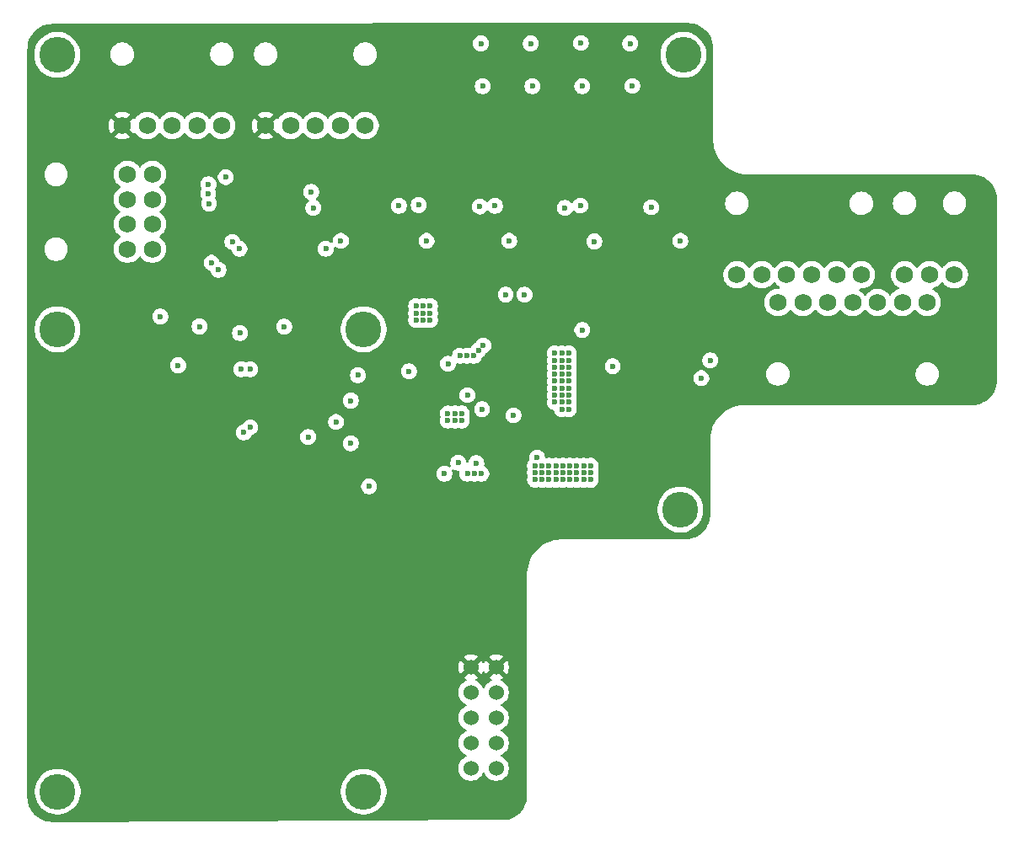
<source format=gbr>
%TF.GenerationSoftware,KiCad,Pcbnew,9.0.0*%
%TF.CreationDate,2025-10-11T11:15:02-05:00*%
%TF.ProjectId,BPS-Voltage_Temp_Board,4250532d-566f-46c7-9461-67655f54656d,rev?*%
%TF.SameCoordinates,Original*%
%TF.FileFunction,Copper,L3,Inr*%
%TF.FilePolarity,Positive*%
%FSLAX46Y46*%
G04 Gerber Fmt 4.6, Leading zero omitted, Abs format (unit mm)*
G04 Created by KiCad (PCBNEW 9.0.0) date 2025-10-11 11:15:02*
%MOMM*%
%LPD*%
G01*
G04 APERTURE LIST*
%TA.AperFunction,ComponentPad*%
%ADD10C,1.524000*%
%TD*%
%TA.AperFunction,ComponentPad*%
%ADD11C,3.600000*%
%TD*%
%TA.AperFunction,ComponentPad*%
%ADD12C,1.752600*%
%TD*%
%TA.AperFunction,ViaPad*%
%ADD13C,0.600000*%
%TD*%
G04 APERTURE END LIST*
D10*
%TO.N,/LedDin*%
%TO.C,J5*%
X62660000Y-92400000D03*
%TO.N,/PB3*%
X65200000Y-92400000D03*
%TO.N,/PB15*%
X62660000Y-89860000D03*
%TO.N,/bmsAlert*%
X65200000Y-89860000D03*
%TO.N,/PB14*%
X62660000Y-87320000D03*
%TO.N,/bmsEn*%
X65200000Y-87320000D03*
%TO.N,/VoltageSense/I2C_SDA*%
X62660000Y-84780000D03*
%TO.N,/VoltageSense/I2C_SCL*%
X65200000Y-84780000D03*
%TO.N,GND*%
X62660000Y-82240000D03*
X65200000Y-82240000D03*
%TD*%
D11*
%TO.N,unconnected-(MH4-Pad1)_1*%
%TO.C,MH4*%
X21095000Y-20700000D03*
%TD*%
D12*
%TO.N,/VoltageConn/last_cell_ext*%
%TO.C,J11*%
X108500000Y-45591895D03*
%TO.N,/VoltageConn/4&5COM_ext*%
X106000000Y-45591895D03*
%TO.N,/VoltageConn/3&4COM_ext*%
X103500000Y-45591895D03*
%TO.N,/VoltageConn/2&3COM_ext*%
X101000000Y-45591895D03*
%TO.N,/VoltageConn/1&2COM_ext*%
X98500000Y-45591895D03*
%TO.N,unconnected-(J11-Pin_6-Pad6)*%
X96000000Y-45591895D03*
%TO.N,Net-(J11-Pin_7)*%
X93500000Y-45591895D03*
%TD*%
D11*
%TO.N,unconnected-(J10-MNT-Pad25)*%
%TO.C,J10*%
X21125000Y-48280000D03*
%TO.N,unconnected-(J10-MNT-Pad26)_1*%
X51875000Y-48280000D03*
%TO.N,unconnected-(J10-MNT-Pad27)_1*%
X51875000Y-94750000D03*
%TO.N,unconnected-(J10-MNT-Pad28)_1*%
X21135000Y-94750000D03*
%TD*%
D12*
%TO.N,VDDA*%
%TO.C,J8*%
X89383400Y-42808106D03*
%TO.N,/TemperatureConn/rawTemperature1*%
X91883400Y-42808106D03*
%TO.N,/TemperatureConn/rawTemperature2*%
X94383400Y-42808106D03*
%TO.N,/TemperatureConn/rawTemperature3*%
X96883400Y-42808106D03*
%TO.N,/ScrutineeringConn/rawTemperature4_Pre*%
X99383400Y-42808106D03*
%TO.N,GNDA*%
X101883400Y-42808106D03*
%TD*%
%TO.N,GND*%
%TO.C,J3*%
X27633400Y-27808106D03*
%TO.N,/I-CAN_L*%
X30133400Y-27808106D03*
%TO.N,/I-CAN_H*%
X32633400Y-27808106D03*
%TO.N,+24V*%
X35133400Y-27808106D03*
%TO.N,/ShieldGND*%
X37633400Y-27808106D03*
%TD*%
%TO.N,/VoltageConn/3&4COM_Out*%
%TO.C,J1*%
X30658098Y-40216600D03*
%TO.N,/ShieldGND*%
X30658098Y-37716600D03*
%TO.N,/VoltageConn/3&4COM*%
X30658098Y-35216600D03*
%TO.N,GND_Seg*%
X30658098Y-32716600D03*
%TO.N,VDDA*%
X28158098Y-40216600D03*
%TO.N,/TemperatureConn/rawTemperature4*%
X28158098Y-37716600D03*
%TO.N,/ScrutineeringConn/rawTemperature4_Pre*%
X28158098Y-35216600D03*
%TO.N,GNDA*%
X28158098Y-32716600D03*
%TD*%
%TO.N,VDDA*%
%TO.C,J9*%
X106233400Y-42800000D03*
%TO.N,/TemperatureConn/rawTemperature5*%
X108733400Y-42800000D03*
%TO.N,GNDA*%
X111233400Y-42800000D03*
%TD*%
%TO.N,GND*%
%TO.C,J4*%
X42033400Y-27808106D03*
%TO.N,/I-CAN_L*%
X44533400Y-27808106D03*
%TO.N,/I-CAN_H*%
X47033400Y-27808106D03*
%TO.N,+24V*%
X49533400Y-27808106D03*
%TO.N,/ShieldGND*%
X52033400Y-27808106D03*
%TD*%
D11*
%TO.N,unconnected-(MH1-Pad1)*%
%TO.C,MH1*%
X84000000Y-20700000D03*
%TD*%
%TO.N,unconnected-(MH3-Pad1)*%
%TO.C,MH3*%
X83700000Y-66400000D03*
%TD*%
D13*
%TO.N,GND*%
X57300000Y-79200000D03*
X71762716Y-67270735D03*
X58000000Y-77800000D03*
X77392500Y-22507500D03*
X42600000Y-62400000D03*
X43300000Y-61000000D03*
X58700000Y-77800000D03*
X51700000Y-70100000D03*
X46700000Y-50600000D03*
X52400000Y-69400000D03*
X55200000Y-75000000D03*
X47975000Y-59100000D03*
X40800000Y-38200000D03*
X54500000Y-74300000D03*
X48200000Y-65900000D03*
X46100000Y-65200000D03*
X44000000Y-45500000D03*
X42600000Y-61000000D03*
X46000000Y-52000000D03*
X52400000Y-70800000D03*
X46100000Y-66600000D03*
X42600000Y-61700000D03*
X42200000Y-37500000D03*
X72000000Y-24550000D03*
X56600000Y-73600000D03*
X46800000Y-65200000D03*
X48900000Y-69400000D03*
X48900000Y-70100000D03*
X43300000Y-61700000D03*
X43200000Y-45500000D03*
X57300000Y-77800000D03*
X48200000Y-66600000D03*
X49600000Y-70800000D03*
X54307500Y-55707500D03*
X51000000Y-69400000D03*
X58700000Y-78500000D03*
X46700000Y-51300000D03*
X53100000Y-74300000D03*
X47500000Y-66600000D03*
X51700000Y-70800000D03*
X53450000Y-62900000D03*
X53100000Y-75000000D03*
X44700000Y-66600000D03*
X44000000Y-61000000D03*
X69600000Y-22000000D03*
X45300000Y-51300000D03*
X48200000Y-65200000D03*
X40800000Y-37500000D03*
X56600000Y-74300000D03*
X44000000Y-46200000D03*
X58000000Y-79200000D03*
X51700000Y-69400000D03*
X44700000Y-65900000D03*
X46800000Y-65900000D03*
X46800000Y-66600000D03*
X53800000Y-74300000D03*
X42400000Y-46200000D03*
X52400000Y-70100000D03*
X47500000Y-65200000D03*
X49600000Y-69400000D03*
X46000000Y-51300000D03*
X41500000Y-38200000D03*
X50300000Y-70800000D03*
X41500000Y-37500000D03*
X43200000Y-46900000D03*
X65775533Y-25878355D03*
X44000000Y-62400000D03*
X50300000Y-70100000D03*
X55200000Y-74300000D03*
X55900000Y-75000000D03*
X44000000Y-61700000D03*
X45400000Y-65900000D03*
X43200000Y-46200000D03*
X44000000Y-46900000D03*
X65450000Y-21112500D03*
X58700000Y-79200000D03*
X46100000Y-65900000D03*
X41500000Y-36800000D03*
X49600000Y-70100000D03*
X53100000Y-73600000D03*
X60200000Y-22600000D03*
X45300000Y-52000000D03*
X42200000Y-38200000D03*
X70134250Y-27450000D03*
X42400000Y-45500000D03*
X51000000Y-70800000D03*
X55900000Y-74300000D03*
X44700000Y-65200000D03*
X58000000Y-78500000D03*
X50300000Y-69400000D03*
X47500000Y-65900000D03*
X56600000Y-75000000D03*
X54500000Y-75000000D03*
X48900000Y-70800000D03*
X55900000Y-73600000D03*
X42400000Y-46900000D03*
X46700000Y-52000000D03*
X45400000Y-66600000D03*
X45300000Y-50600000D03*
X45400000Y-65200000D03*
X57300000Y-78500000D03*
X46000000Y-50600000D03*
X55200000Y-73600000D03*
X53800000Y-73600000D03*
X54500000Y-73600000D03*
X43300000Y-62400000D03*
X53800000Y-75000000D03*
X42200000Y-36800000D03*
X77150000Y-26250000D03*
X51000000Y-70100000D03*
%TO.N,+3.3V*%
X63843750Y-23856250D03*
X73707500Y-19507500D03*
X51300000Y-52895000D03*
X73843750Y-23856250D03*
X78657500Y-19557500D03*
X68843750Y-23856250D03*
X50600000Y-55450000D03*
X78875000Y-23825000D03*
X50600000Y-59735000D03*
X63657500Y-19557500D03*
X68657500Y-19557500D03*
%TO.N,GNDA*%
X72114734Y-36085266D03*
X39400000Y-40200000D03*
X43900000Y-48011500D03*
X63559028Y-35940972D03*
X80778484Y-36021516D03*
X48075000Y-40200000D03*
X38700000Y-39500000D03*
X46822234Y-36077766D03*
X36600000Y-41600000D03*
X37300000Y-42300000D03*
X55425029Y-35874971D03*
%TO.N,VDDA*%
X39462500Y-48662500D03*
X58200000Y-39400000D03*
X83700000Y-39400000D03*
X75060000Y-39450000D03*
X49592500Y-39400000D03*
X66500000Y-39400000D03*
%TO.N,/VoltageSense/regout*%
X60356250Y-51743750D03*
X66931250Y-56931250D03*
X62300000Y-54900000D03*
%TO.N,/VoltageConn/VC1*%
X69300000Y-61200000D03*
X76901000Y-52000000D03*
%TO.N,/PB3*%
X31450000Y-47000000D03*
X33250000Y-51900000D03*
%TO.N,/bmsEn*%
X35400000Y-48000000D03*
X46300000Y-59100000D03*
%TO.N,/bmsAlert*%
X52425000Y-64075000D03*
X49100000Y-57600000D03*
%TO.N,/VoltageSense/ALERT*%
X63775728Y-56320937D03*
X73844975Y-48344975D03*
%TO.N,/VoltageSense/bmsBoot*%
X61375735Y-61700735D03*
X63200000Y-61725000D03*
%TO.N,/VoltageConn/3&4COM*%
X86700000Y-51400000D03*
%TO.N,/VoltageConn/3&4COM_Out*%
X85800000Y-53200000D03*
%TO.N,/TemperatureConn/rawTemperature1*%
X57400000Y-35800000D03*
%TO.N,/TemperatureConn/rawTemperature2*%
X65075000Y-35875000D03*
%TO.N,/TemperatureConn/rawTemperature3*%
X73650000Y-35850000D03*
%TO.N,/TemperatureConn/rawTemperature4*%
X46625000Y-34475000D03*
X36300000Y-33700000D03*
%TO.N,/VoltageSense/I2C_SCL*%
X39600000Y-52300000D03*
X39850000Y-58650000D03*
%TO.N,/VoltageSense/I2C_SDA*%
X40495000Y-52300000D03*
X40495000Y-58124000D03*
%TO.N,GND_Seg*%
X57150000Y-46650000D03*
X71800000Y-51400000D03*
X74700000Y-62000000D03*
X71900000Y-63400000D03*
X74700000Y-62700000D03*
X72500000Y-52100000D03*
X63400000Y-50400000D03*
X71900000Y-62700000D03*
X56437500Y-52500000D03*
X70500000Y-63400000D03*
X62300000Y-62800000D03*
X69100000Y-62000000D03*
X69100000Y-62700000D03*
X57150000Y-45950000D03*
X60350000Y-56750000D03*
X62950000Y-50950000D03*
X61750000Y-56750000D03*
X71900000Y-62000000D03*
X72500000Y-50700000D03*
X71100000Y-52100000D03*
X72600000Y-63400000D03*
X57150000Y-47350000D03*
X57850000Y-46650000D03*
X71100000Y-52800000D03*
X71800000Y-53500000D03*
X72600000Y-62700000D03*
X74000000Y-62000000D03*
X61050000Y-57450000D03*
X70500000Y-62700000D03*
X71800000Y-52800000D03*
X69100000Y-63400000D03*
X61550000Y-50950000D03*
X71800000Y-52100000D03*
X72500000Y-54900000D03*
X71100000Y-55600000D03*
X62250000Y-50950000D03*
X70500000Y-62000000D03*
X58550000Y-45950000D03*
X71100000Y-53500000D03*
X72600000Y-62000000D03*
X71800000Y-55600000D03*
X74000000Y-62700000D03*
X71100000Y-54900000D03*
X73300000Y-62000000D03*
X71100000Y-54200000D03*
X71100000Y-50700000D03*
X71800000Y-54200000D03*
X69800000Y-62000000D03*
X71200000Y-63400000D03*
X63700000Y-62800000D03*
X69800000Y-63400000D03*
X72500000Y-52800000D03*
X69800000Y-62700000D03*
X72500000Y-53500000D03*
X71200000Y-62700000D03*
X63900000Y-49900000D03*
X72500000Y-55600000D03*
X58550000Y-46650000D03*
X71200000Y-62000000D03*
X74700000Y-63400000D03*
X74000000Y-63400000D03*
X71800000Y-54900000D03*
X63000000Y-62800000D03*
X71100000Y-51400000D03*
X61050000Y-56750000D03*
X72500000Y-51400000D03*
X71800000Y-50700000D03*
X72500000Y-56300000D03*
X57850000Y-47350000D03*
X60350000Y-57450000D03*
X73300000Y-62700000D03*
X61750000Y-57450000D03*
X73300000Y-63400000D03*
X71800000Y-56300000D03*
X58550000Y-47350000D03*
X72500000Y-54200000D03*
X57850000Y-45950000D03*
X60000000Y-62800000D03*
%TO.N,/TemperatureFilters/Temperature5*%
X68050000Y-44800000D03*
X66150000Y-44800000D03*
%TO.N,/ScrutineeringConn/rawTemperature4_Pre*%
X36265120Y-34654120D03*
%TO.N,/ShieldGND*%
X38032952Y-32976432D03*
X36350000Y-35650000D03*
%TD*%
%TA.AperFunction,Conductor*%
%TO.N,GND*%
G36*
X64726619Y-82436081D02*
G01*
X64793498Y-82551920D01*
X64888080Y-82646502D01*
X65003919Y-82713381D01*
X65064057Y-82729494D01*
X64501283Y-83292268D01*
X64501283Y-83292269D01*
X64538567Y-83319358D01*
X64695331Y-83399234D01*
X64746127Y-83447209D01*
X64762922Y-83515030D01*
X64740384Y-83581165D01*
X64695331Y-83620204D01*
X64538305Y-83700213D01*
X64377533Y-83817021D01*
X64237021Y-83957533D01*
X64120213Y-84118305D01*
X64040485Y-84274780D01*
X63992510Y-84325576D01*
X63924689Y-84342371D01*
X63858554Y-84319833D01*
X63819515Y-84274780D01*
X63739786Y-84118305D01*
X63622981Y-83957536D01*
X63482464Y-83817019D01*
X63321694Y-83700213D01*
X63164667Y-83620203D01*
X63113872Y-83572229D01*
X63097077Y-83504408D01*
X63119614Y-83438273D01*
X63164669Y-83399234D01*
X63321422Y-83319364D01*
X63358716Y-83292268D01*
X62795942Y-82729494D01*
X62856081Y-82713381D01*
X62971920Y-82646502D01*
X63066502Y-82551920D01*
X63133381Y-82436081D01*
X63149495Y-82375942D01*
X63712268Y-82938715D01*
X63739362Y-82901425D01*
X63819515Y-82744117D01*
X63867489Y-82693321D01*
X63935310Y-82676526D01*
X64001445Y-82699063D01*
X64040485Y-82744117D01*
X64120641Y-82901432D01*
X64147730Y-82938715D01*
X64147731Y-82938716D01*
X64710504Y-82375942D01*
X64726619Y-82436081D01*
G37*
%TD.AperFunction*%
%TA.AperFunction,Conductor*%
G36*
X84500137Y-17505017D02*
G01*
X84790524Y-17522180D01*
X84805376Y-17523964D01*
X85087851Y-17575361D01*
X85102399Y-17578928D01*
X85376597Y-17664024D01*
X85390601Y-17669317D01*
X85652543Y-17786877D01*
X85665803Y-17793820D01*
X85814724Y-17883656D01*
X85911643Y-17942122D01*
X85923976Y-17950619D01*
X86150122Y-18127491D01*
X86161347Y-18137421D01*
X86225047Y-18201029D01*
X86364502Y-18340285D01*
X86374432Y-18351478D01*
X86551635Y-18577379D01*
X86560152Y-18589703D01*
X86708802Y-18835322D01*
X86715772Y-18848588D01*
X86768975Y-18966679D01*
X86833701Y-19110346D01*
X86839020Y-19124358D01*
X86924505Y-19398424D01*
X86928095Y-19412975D01*
X86979892Y-19695358D01*
X86981700Y-19710236D01*
X86999273Y-20000463D01*
X86999500Y-20007957D01*
X86999500Y-29148237D01*
X86999499Y-29148241D01*
X86999499Y-29159104D01*
X86999499Y-29162750D01*
X86999471Y-29162845D01*
X86999475Y-29386165D01*
X87033213Y-29728548D01*
X87033214Y-29728558D01*
X87033215Y-29728563D01*
X87100363Y-30066006D01*
X87200275Y-30395239D01*
X87200277Y-30395244D01*
X87200278Y-30395247D01*
X87331989Y-30713093D01*
X87494232Y-31016496D01*
X87664806Y-31271660D01*
X87685440Y-31302526D01*
X87903775Y-31568433D01*
X88147129Y-31811651D01*
X88147134Y-31811655D01*
X88147137Y-31811658D01*
X88413146Y-32029825D01*
X88413152Y-32029830D01*
X88413160Y-32029836D01*
X88699301Y-32220885D01*
X89002796Y-32382957D01*
X89002802Y-32382959D01*
X89002803Y-32382960D01*
X89029964Y-32394197D01*
X89320720Y-32514490D01*
X89650009Y-32614216D01*
X89987490Y-32681175D01*
X90329910Y-32714720D01*
X90432310Y-32714664D01*
X90436041Y-32714662D01*
X90436047Y-32714664D01*
X90455168Y-32714653D01*
X90455726Y-32714653D01*
X90455790Y-32714653D01*
X90501939Y-32714627D01*
X90501939Y-32714628D01*
X90567831Y-32714592D01*
X90567831Y-32714591D01*
X90586165Y-32714582D01*
X90586175Y-32714579D01*
X112935010Y-32702198D01*
X112935014Y-32702199D01*
X112997163Y-32702164D01*
X113004643Y-32702385D01*
X113294671Y-32719765D01*
X113309526Y-32721560D01*
X113591658Y-32773094D01*
X113606196Y-32776668D01*
X113880061Y-32861830D01*
X113894038Y-32867121D01*
X114155652Y-32984673D01*
X114168893Y-32991612D01*
X114414432Y-33139836D01*
X114426757Y-33148333D01*
X114615485Y-33295998D01*
X114652619Y-33325052D01*
X114663833Y-33334973D01*
X114866761Y-33537639D01*
X114876696Y-33548839D01*
X115053715Y-33774477D01*
X115062228Y-33786793D01*
X115198329Y-34011588D01*
X115210760Y-34032119D01*
X115217727Y-34045372D01*
X115335611Y-34306816D01*
X115340930Y-34320811D01*
X115426443Y-34594548D01*
X115430037Y-34609083D01*
X115481937Y-34891148D01*
X115483752Y-34906009D01*
X115501558Y-35196827D01*
X115501790Y-35204366D01*
X115507452Y-53324119D01*
X115507454Y-53332103D01*
X115507427Y-53332210D01*
X115507473Y-53394205D01*
X115507474Y-53394397D01*
X115507472Y-53394403D01*
X115507253Y-53401833D01*
X115489910Y-53692047D01*
X115488115Y-53706920D01*
X115436577Y-53989225D01*
X115433001Y-54003773D01*
X115347794Y-54277799D01*
X115342490Y-54291809D01*
X115224860Y-54553561D01*
X115217904Y-54566831D01*
X115069568Y-54812482D01*
X115061064Y-54824815D01*
X114884179Y-55050795D01*
X114874249Y-55062012D01*
X114671416Y-55264998D01*
X114660206Y-55274936D01*
X114434356Y-55451994D01*
X114422029Y-55460508D01*
X114176492Y-55609026D01*
X114163229Y-55615991D01*
X113901566Y-55733819D01*
X113887559Y-55739134D01*
X113613596Y-55824547D01*
X113599050Y-55828134D01*
X113316792Y-55879882D01*
X113301921Y-55881689D01*
X113011342Y-55899273D01*
X113003854Y-55899499D01*
X112972177Y-55899499D01*
X112942090Y-55899499D01*
X112942086Y-55899499D01*
X112934482Y-55899500D01*
X112934481Y-55899499D01*
X112934480Y-55899500D01*
X90118733Y-55899500D01*
X90117584Y-55899574D01*
X90016319Y-55899601D01*
X90016307Y-55899601D01*
X89666691Y-55934768D01*
X89666680Y-55934770D01*
X89322317Y-56004757D01*
X88986684Y-56108863D01*
X88986681Y-56108864D01*
X88663163Y-56246033D01*
X88354991Y-56414902D01*
X88065270Y-56613764D01*
X87796905Y-56840628D01*
X87796899Y-56840634D01*
X87552602Y-57093206D01*
X87334794Y-57368981D01*
X87145698Y-57665150D01*
X87145687Y-57665169D01*
X86987183Y-57978777D01*
X86987181Y-57978781D01*
X86987180Y-57978784D01*
X86925186Y-58139707D01*
X86860850Y-58306707D01*
X86767988Y-58645589D01*
X86767985Y-58645602D01*
X86709501Y-58992110D01*
X86709500Y-58992117D01*
X86685992Y-59342726D01*
X86685992Y-59342728D01*
X86691463Y-59508195D01*
X86691531Y-59512158D01*
X86699494Y-66896193D01*
X86699268Y-66903814D01*
X86681728Y-67193794D01*
X86679923Y-67208659D01*
X86628219Y-67490798D01*
X86624635Y-67505336D01*
X86539306Y-67779167D01*
X86533997Y-67793168D01*
X86416275Y-68054736D01*
X86409316Y-68067995D01*
X86260928Y-68313459D01*
X86252422Y-68325782D01*
X86075526Y-68551573D01*
X86065596Y-68562781D01*
X85862781Y-68765596D01*
X85851573Y-68775526D01*
X85625782Y-68952422D01*
X85613459Y-68960928D01*
X85367995Y-69109316D01*
X85354736Y-69116275D01*
X85093168Y-69233997D01*
X85079167Y-69239306D01*
X84805336Y-69324635D01*
X84790798Y-69328219D01*
X84508659Y-69379923D01*
X84493794Y-69381728D01*
X84203736Y-69399274D01*
X84196249Y-69399500D01*
X71865892Y-69399500D01*
X71800000Y-69399500D01*
X71628031Y-69399500D01*
X71549966Y-69407188D01*
X71285750Y-69433210D01*
X70948427Y-69500308D01*
X70619293Y-69600150D01*
X70301535Y-69731770D01*
X70301530Y-69731772D01*
X69998224Y-69893893D01*
X69998206Y-69893904D01*
X69712248Y-70084975D01*
X69712234Y-70084985D01*
X69446367Y-70303176D01*
X69203176Y-70546367D01*
X68984985Y-70812234D01*
X68984975Y-70812248D01*
X68793904Y-71098206D01*
X68793893Y-71098224D01*
X68631772Y-71401530D01*
X68631770Y-71401535D01*
X68500150Y-71719293D01*
X68400308Y-72048427D01*
X68333210Y-72385750D01*
X68299500Y-72728034D01*
X68299500Y-95107958D01*
X68299275Y-95115426D01*
X68281817Y-95404764D01*
X68280021Y-95419593D01*
X68228573Y-95701051D01*
X68225007Y-95715555D01*
X68140092Y-95988779D01*
X68134808Y-96002750D01*
X68017654Y-96263790D01*
X68010729Y-96277024D01*
X67886400Y-96483320D01*
X67863046Y-96522070D01*
X67854579Y-96534376D01*
X67678491Y-96759902D01*
X67668606Y-96771100D01*
X67466687Y-96973810D01*
X67455528Y-96983738D01*
X67230702Y-97160697D01*
X67218430Y-97169212D01*
X66973949Y-97317860D01*
X66960742Y-97324837D01*
X66700163Y-97443010D01*
X66686213Y-97448348D01*
X66413327Y-97534329D01*
X66398836Y-97537952D01*
X66117582Y-97590498D01*
X66102761Y-97592352D01*
X65813565Y-97610936D01*
X65806097Y-97611190D01*
X20675655Y-97787481D01*
X20675654Y-97787481D01*
X20675128Y-97787483D01*
X20651660Y-97787574D01*
X20646126Y-97787595D01*
X20613849Y-97787721D01*
X20613519Y-97787723D01*
X20613518Y-97787722D01*
X20613518Y-97787723D01*
X20613517Y-97787722D01*
X20606013Y-97787525D01*
X20315174Y-97771028D01*
X20300266Y-97769272D01*
X20017263Y-97718420D01*
X20002676Y-97714876D01*
X19727885Y-97630197D01*
X19713833Y-97624916D01*
X19451292Y-97507655D01*
X19437982Y-97500715D01*
X19191528Y-97352584D01*
X19179154Y-97344087D01*
X19145522Y-97317860D01*
X18952406Y-97167263D01*
X18941151Y-97157334D01*
X18737428Y-96954402D01*
X18727465Y-96943197D01*
X18549757Y-96717135D01*
X18541214Y-96704798D01*
X18518234Y-96666900D01*
X18392120Y-96458913D01*
X18385143Y-96445659D01*
X18266843Y-96183539D01*
X18261515Y-96169526D01*
X18218183Y-96030831D01*
X18175765Y-95895061D01*
X18172166Y-95880493D01*
X18158071Y-95803769D01*
X18120212Y-95597686D01*
X18118399Y-95582787D01*
X18100727Y-95291300D01*
X18100500Y-95283796D01*
X18100500Y-95283237D01*
X18100501Y-95222373D01*
X18100500Y-95222369D01*
X18100500Y-94599223D01*
X18834500Y-94599223D01*
X18834500Y-94900776D01*
X18834501Y-94900793D01*
X18873861Y-95199766D01*
X18951913Y-95491060D01*
X19067314Y-95769661D01*
X19067318Y-95769671D01*
X19218099Y-96030831D01*
X19401679Y-96270078D01*
X19401685Y-96270085D01*
X19614914Y-96483314D01*
X19614921Y-96483320D01*
X19854168Y-96666900D01*
X20115328Y-96817681D01*
X20115329Y-96817681D01*
X20115332Y-96817683D01*
X20301072Y-96894619D01*
X20393939Y-96933086D01*
X20393940Y-96933086D01*
X20393942Y-96933087D01*
X20685232Y-97011138D01*
X20984217Y-97050500D01*
X20984224Y-97050500D01*
X21285776Y-97050500D01*
X21285783Y-97050500D01*
X21584768Y-97011138D01*
X21876058Y-96933087D01*
X22154668Y-96817683D01*
X22415832Y-96666900D01*
X22655080Y-96483319D01*
X22868319Y-96270080D01*
X23051900Y-96030832D01*
X23202683Y-95769668D01*
X23318087Y-95491058D01*
X23396138Y-95199768D01*
X23435500Y-94900783D01*
X23435500Y-94599223D01*
X49574500Y-94599223D01*
X49574500Y-94900776D01*
X49574501Y-94900793D01*
X49613861Y-95199766D01*
X49691913Y-95491060D01*
X49807314Y-95769661D01*
X49807318Y-95769671D01*
X49958099Y-96030831D01*
X50141679Y-96270078D01*
X50141685Y-96270085D01*
X50354914Y-96483314D01*
X50354921Y-96483320D01*
X50594168Y-96666900D01*
X50855328Y-96817681D01*
X50855329Y-96817681D01*
X50855332Y-96817683D01*
X51041072Y-96894619D01*
X51133939Y-96933086D01*
X51133940Y-96933086D01*
X51133942Y-96933087D01*
X51425232Y-97011138D01*
X51724217Y-97050500D01*
X51724224Y-97050500D01*
X52025776Y-97050500D01*
X52025783Y-97050500D01*
X52324768Y-97011138D01*
X52616058Y-96933087D01*
X52894668Y-96817683D01*
X53155832Y-96666900D01*
X53395080Y-96483319D01*
X53608319Y-96270080D01*
X53791900Y-96030832D01*
X53942683Y-95769668D01*
X54058087Y-95491058D01*
X54136138Y-95199768D01*
X54175500Y-94900783D01*
X54175500Y-94599217D01*
X54136138Y-94300232D01*
X54058087Y-94008942D01*
X53942683Y-93730332D01*
X53791900Y-93469168D01*
X53608319Y-93229920D01*
X53608314Y-93229914D01*
X53395085Y-93016685D01*
X53395078Y-93016679D01*
X53155831Y-92833099D01*
X52894671Y-92682318D01*
X52894661Y-92682314D01*
X52616060Y-92566913D01*
X52324766Y-92488861D01*
X52025793Y-92449501D01*
X52025788Y-92449500D01*
X52025783Y-92449500D01*
X51724217Y-92449500D01*
X51724211Y-92449500D01*
X51724206Y-92449501D01*
X51425233Y-92488861D01*
X51133939Y-92566913D01*
X50855338Y-92682314D01*
X50855328Y-92682318D01*
X50594168Y-92833099D01*
X50354921Y-93016679D01*
X50354914Y-93016685D01*
X50141685Y-93229914D01*
X50141679Y-93229921D01*
X49958099Y-93469168D01*
X49807318Y-93730328D01*
X49807314Y-93730338D01*
X49691913Y-94008939D01*
X49613861Y-94300233D01*
X49574501Y-94599206D01*
X49574500Y-94599223D01*
X23435500Y-94599223D01*
X23435500Y-94599217D01*
X23396138Y-94300232D01*
X23318087Y-94008942D01*
X23202683Y-93730332D01*
X23051900Y-93469168D01*
X22868319Y-93229920D01*
X22868314Y-93229914D01*
X22655085Y-93016685D01*
X22655078Y-93016679D01*
X22415831Y-92833099D01*
X22154671Y-92682318D01*
X22154661Y-92682314D01*
X21876060Y-92566913D01*
X21584766Y-92488861D01*
X21285793Y-92449501D01*
X21285788Y-92449500D01*
X21285783Y-92449500D01*
X20984217Y-92449500D01*
X20984211Y-92449500D01*
X20984206Y-92449501D01*
X20685233Y-92488861D01*
X20393939Y-92566913D01*
X20115338Y-92682314D01*
X20115328Y-92682318D01*
X19854168Y-92833099D01*
X19614921Y-93016679D01*
X19614914Y-93016685D01*
X19401685Y-93229914D01*
X19401679Y-93229921D01*
X19218099Y-93469168D01*
X19067318Y-93730328D01*
X19067314Y-93730338D01*
X18951913Y-94008939D01*
X18873861Y-94300233D01*
X18834501Y-94599206D01*
X18834500Y-94599223D01*
X18100500Y-94599223D01*
X18100500Y-84680639D01*
X61397500Y-84680639D01*
X61397500Y-84879360D01*
X61428587Y-85075637D01*
X61489993Y-85264629D01*
X61489994Y-85264632D01*
X61580213Y-85441694D01*
X61697019Y-85602464D01*
X61837536Y-85742981D01*
X61998306Y-85859787D01*
X62116832Y-85920179D01*
X62154780Y-85939515D01*
X62205576Y-85987490D01*
X62222371Y-86055311D01*
X62199833Y-86121446D01*
X62154780Y-86160485D01*
X61998305Y-86240213D01*
X61837533Y-86357021D01*
X61697021Y-86497533D01*
X61580213Y-86658305D01*
X61489994Y-86835367D01*
X61489993Y-86835370D01*
X61428587Y-87024362D01*
X61397500Y-87220639D01*
X61397500Y-87419360D01*
X61428587Y-87615637D01*
X61489993Y-87804629D01*
X61489994Y-87804632D01*
X61580213Y-87981694D01*
X61697019Y-88142464D01*
X61837536Y-88282981D01*
X61998306Y-88399787D01*
X62116832Y-88460179D01*
X62154780Y-88479515D01*
X62205576Y-88527490D01*
X62222371Y-88595311D01*
X62199833Y-88661446D01*
X62154780Y-88700485D01*
X61998305Y-88780213D01*
X61837533Y-88897021D01*
X61697021Y-89037533D01*
X61580213Y-89198305D01*
X61489994Y-89375367D01*
X61489993Y-89375370D01*
X61428587Y-89564362D01*
X61397500Y-89760639D01*
X61397500Y-89959360D01*
X61428587Y-90155637D01*
X61489993Y-90344629D01*
X61489994Y-90344632D01*
X61580213Y-90521694D01*
X61697019Y-90682464D01*
X61837536Y-90822981D01*
X61998306Y-90939787D01*
X62116832Y-91000179D01*
X62154780Y-91019515D01*
X62205576Y-91067490D01*
X62222371Y-91135311D01*
X62199833Y-91201446D01*
X62154780Y-91240485D01*
X61998305Y-91320213D01*
X61837533Y-91437021D01*
X61697021Y-91577533D01*
X61580213Y-91738305D01*
X61489994Y-91915367D01*
X61489993Y-91915370D01*
X61428587Y-92104362D01*
X61397500Y-92300639D01*
X61397500Y-92499360D01*
X61428587Y-92695637D01*
X61489993Y-92884629D01*
X61489994Y-92884632D01*
X61580213Y-93061694D01*
X61697019Y-93222464D01*
X61837536Y-93362981D01*
X61998306Y-93479787D01*
X62085149Y-93524035D01*
X62175367Y-93570005D01*
X62175370Y-93570006D01*
X62269866Y-93600709D01*
X62364364Y-93631413D01*
X62560639Y-93662500D01*
X62560640Y-93662500D01*
X62759360Y-93662500D01*
X62759361Y-93662500D01*
X62955636Y-93631413D01*
X63144632Y-93570005D01*
X63321694Y-93479787D01*
X63482464Y-93362981D01*
X63622981Y-93222464D01*
X63739787Y-93061694D01*
X63819515Y-92905218D01*
X63867490Y-92854423D01*
X63935311Y-92837628D01*
X64001446Y-92860165D01*
X64040484Y-92905218D01*
X64120213Y-93061694D01*
X64237019Y-93222464D01*
X64377536Y-93362981D01*
X64538306Y-93479787D01*
X64625149Y-93524035D01*
X64715367Y-93570005D01*
X64715370Y-93570006D01*
X64809866Y-93600709D01*
X64904364Y-93631413D01*
X65100639Y-93662500D01*
X65100640Y-93662500D01*
X65299360Y-93662500D01*
X65299361Y-93662500D01*
X65495636Y-93631413D01*
X65684632Y-93570005D01*
X65861694Y-93479787D01*
X66022464Y-93362981D01*
X66162981Y-93222464D01*
X66279787Y-93061694D01*
X66370005Y-92884632D01*
X66431413Y-92695636D01*
X66462500Y-92499361D01*
X66462500Y-92300639D01*
X66431413Y-92104364D01*
X66370005Y-91915368D01*
X66370005Y-91915367D01*
X66279786Y-91738305D01*
X66162981Y-91577536D01*
X66022464Y-91437019D01*
X65861694Y-91320213D01*
X65705218Y-91240484D01*
X65654423Y-91192510D01*
X65637628Y-91124689D01*
X65660165Y-91058554D01*
X65705218Y-91019515D01*
X65861694Y-90939787D01*
X66022464Y-90822981D01*
X66162981Y-90682464D01*
X66279787Y-90521694D01*
X66370005Y-90344632D01*
X66431413Y-90155636D01*
X66462500Y-89959361D01*
X66462500Y-89760639D01*
X66431413Y-89564364D01*
X66370005Y-89375368D01*
X66370005Y-89375367D01*
X66279786Y-89198305D01*
X66162981Y-89037536D01*
X66022464Y-88897019D01*
X65861694Y-88780213D01*
X65705218Y-88700484D01*
X65654423Y-88652510D01*
X65637628Y-88584689D01*
X65660165Y-88518554D01*
X65705218Y-88479515D01*
X65861694Y-88399787D01*
X66022464Y-88282981D01*
X66162981Y-88142464D01*
X66279787Y-87981694D01*
X66370005Y-87804632D01*
X66431413Y-87615636D01*
X66462500Y-87419361D01*
X66462500Y-87220639D01*
X66431413Y-87024364D01*
X66370005Y-86835368D01*
X66370005Y-86835367D01*
X66279786Y-86658305D01*
X66162981Y-86497536D01*
X66022464Y-86357019D01*
X65861694Y-86240213D01*
X65705218Y-86160484D01*
X65654423Y-86112510D01*
X65637628Y-86044689D01*
X65660165Y-85978554D01*
X65705218Y-85939515D01*
X65861694Y-85859787D01*
X66022464Y-85742981D01*
X66162981Y-85602464D01*
X66279787Y-85441694D01*
X66370005Y-85264632D01*
X66431413Y-85075636D01*
X66462500Y-84879361D01*
X66462500Y-84680639D01*
X66431413Y-84484364D01*
X66370005Y-84295368D01*
X66370005Y-84295367D01*
X66279786Y-84118305D01*
X66162981Y-83957536D01*
X66022464Y-83817019D01*
X65861694Y-83700213D01*
X65704667Y-83620203D01*
X65653872Y-83572229D01*
X65637077Y-83504408D01*
X65659614Y-83438273D01*
X65704669Y-83399234D01*
X65861422Y-83319364D01*
X65898716Y-83292268D01*
X65335942Y-82729494D01*
X65396081Y-82713381D01*
X65511920Y-82646502D01*
X65606502Y-82551920D01*
X65673381Y-82436081D01*
X65689495Y-82375942D01*
X66252268Y-82938715D01*
X66279362Y-82901425D01*
X66369542Y-82724437D01*
X66430924Y-82535523D01*
X66430924Y-82535520D01*
X66462000Y-82339321D01*
X66462000Y-82140678D01*
X66430924Y-81944479D01*
X66430924Y-81944476D01*
X66369542Y-81755562D01*
X66279358Y-81578567D01*
X66252268Y-81541283D01*
X65689494Y-82104057D01*
X65673381Y-82043919D01*
X65606502Y-81928080D01*
X65511920Y-81833498D01*
X65396081Y-81766619D01*
X65335942Y-81750504D01*
X65898716Y-81187731D01*
X65898715Y-81187730D01*
X65861432Y-81160641D01*
X65684437Y-81070457D01*
X65495522Y-81009075D01*
X65299321Y-80978000D01*
X65100679Y-80978000D01*
X64904479Y-81009075D01*
X64904476Y-81009075D01*
X64715562Y-81070457D01*
X64538564Y-81160643D01*
X64501283Y-81187729D01*
X64501282Y-81187730D01*
X65064058Y-81750504D01*
X65003919Y-81766619D01*
X64888080Y-81833498D01*
X64793498Y-81928080D01*
X64726619Y-82043919D01*
X64710504Y-82104057D01*
X64147730Y-81541282D01*
X64147729Y-81541283D01*
X64120643Y-81578564D01*
X64040485Y-81735882D01*
X63992510Y-81786678D01*
X63924689Y-81803473D01*
X63858554Y-81780935D01*
X63819515Y-81735882D01*
X63739358Y-81578567D01*
X63712268Y-81541283D01*
X63149494Y-82104057D01*
X63133381Y-82043919D01*
X63066502Y-81928080D01*
X62971920Y-81833498D01*
X62856081Y-81766619D01*
X62795942Y-81750504D01*
X63358716Y-81187731D01*
X63358715Y-81187730D01*
X63321432Y-81160641D01*
X63144437Y-81070457D01*
X62955522Y-81009075D01*
X62759321Y-80978000D01*
X62560679Y-80978000D01*
X62364479Y-81009075D01*
X62364476Y-81009075D01*
X62175562Y-81070457D01*
X61998564Y-81160643D01*
X61961283Y-81187729D01*
X61961282Y-81187730D01*
X62524058Y-81750504D01*
X62463919Y-81766619D01*
X62348080Y-81833498D01*
X62253498Y-81928080D01*
X62186619Y-82043919D01*
X62170504Y-82104057D01*
X61607730Y-81541282D01*
X61607729Y-81541283D01*
X61580643Y-81578564D01*
X61490457Y-81755562D01*
X61429075Y-81944476D01*
X61429075Y-81944479D01*
X61398000Y-82140678D01*
X61398000Y-82339321D01*
X61429075Y-82535520D01*
X61429075Y-82535523D01*
X61490457Y-82724437D01*
X61580641Y-82901432D01*
X61607730Y-82938715D01*
X61607731Y-82938716D01*
X62170504Y-82375942D01*
X62186619Y-82436081D01*
X62253498Y-82551920D01*
X62348080Y-82646502D01*
X62463919Y-82713381D01*
X62524057Y-82729494D01*
X61961283Y-83292268D01*
X61961283Y-83292269D01*
X61998567Y-83319358D01*
X62155331Y-83399234D01*
X62206127Y-83447209D01*
X62222922Y-83515030D01*
X62200384Y-83581165D01*
X62155331Y-83620204D01*
X61998305Y-83700213D01*
X61837533Y-83817021D01*
X61697021Y-83957533D01*
X61580213Y-84118305D01*
X61489994Y-84295367D01*
X61489993Y-84295370D01*
X61428587Y-84484362D01*
X61397500Y-84680639D01*
X18100500Y-84680639D01*
X18100500Y-66249223D01*
X81399500Y-66249223D01*
X81399500Y-66550776D01*
X81399501Y-66550793D01*
X81438861Y-66849766D01*
X81516913Y-67141060D01*
X81632314Y-67419661D01*
X81632318Y-67419671D01*
X81783099Y-67680831D01*
X81966679Y-67920078D01*
X81966685Y-67920085D01*
X82179914Y-68133314D01*
X82179921Y-68133320D01*
X82419168Y-68316900D01*
X82680328Y-68467681D01*
X82680329Y-68467681D01*
X82680332Y-68467683D01*
X82866072Y-68544619D01*
X82958939Y-68583086D01*
X82958940Y-68583086D01*
X82958942Y-68583087D01*
X83250232Y-68661138D01*
X83549217Y-68700500D01*
X83549224Y-68700500D01*
X83850776Y-68700500D01*
X83850783Y-68700500D01*
X84149768Y-68661138D01*
X84441058Y-68583087D01*
X84719668Y-68467683D01*
X84980832Y-68316900D01*
X85220080Y-68133319D01*
X85433319Y-67920080D01*
X85616900Y-67680832D01*
X85767683Y-67419668D01*
X85883087Y-67141058D01*
X85961138Y-66849768D01*
X86000500Y-66550783D01*
X86000500Y-66249217D01*
X85961138Y-65950232D01*
X85883087Y-65658942D01*
X85767683Y-65380332D01*
X85616900Y-65119168D01*
X85433319Y-64879920D01*
X85433314Y-64879914D01*
X85220085Y-64666685D01*
X85220078Y-64666679D01*
X84980831Y-64483099D01*
X84719671Y-64332318D01*
X84719661Y-64332314D01*
X84441060Y-64216913D01*
X84149766Y-64138861D01*
X83850793Y-64099501D01*
X83850788Y-64099500D01*
X83850783Y-64099500D01*
X83549217Y-64099500D01*
X83549211Y-64099500D01*
X83549206Y-64099501D01*
X83250233Y-64138861D01*
X82958939Y-64216913D01*
X82680338Y-64332314D01*
X82680328Y-64332318D01*
X82419168Y-64483099D01*
X82179921Y-64666679D01*
X82179914Y-64666685D01*
X81966685Y-64879914D01*
X81966679Y-64879921D01*
X81783099Y-65119168D01*
X81632318Y-65380328D01*
X81632314Y-65380338D01*
X81516913Y-65658939D01*
X81438861Y-65950233D01*
X81399501Y-66249206D01*
X81399500Y-66249223D01*
X18100500Y-66249223D01*
X18100500Y-63996153D01*
X51624500Y-63996153D01*
X51624500Y-64153846D01*
X51655261Y-64308489D01*
X51655264Y-64308501D01*
X51715602Y-64454172D01*
X51715609Y-64454185D01*
X51803210Y-64585288D01*
X51803213Y-64585292D01*
X51914707Y-64696786D01*
X51914711Y-64696789D01*
X52045814Y-64784390D01*
X52045827Y-64784397D01*
X52191498Y-64844735D01*
X52191503Y-64844737D01*
X52346153Y-64875499D01*
X52346156Y-64875500D01*
X52346158Y-64875500D01*
X52503844Y-64875500D01*
X52503845Y-64875499D01*
X52658497Y-64844737D01*
X52804179Y-64784394D01*
X52935289Y-64696789D01*
X53046789Y-64585289D01*
X53134394Y-64454179D01*
X53194737Y-64308497D01*
X53225500Y-64153842D01*
X53225500Y-63996158D01*
X53225500Y-63996155D01*
X53225499Y-63996153D01*
X53194738Y-63841510D01*
X53194737Y-63841503D01*
X53168919Y-63779172D01*
X53134397Y-63695827D01*
X53134390Y-63695814D01*
X53046789Y-63564711D01*
X53046786Y-63564707D01*
X52935292Y-63453213D01*
X52935288Y-63453210D01*
X52804185Y-63365609D01*
X52804172Y-63365602D01*
X52658501Y-63305264D01*
X52658489Y-63305261D01*
X52503845Y-63274500D01*
X52503842Y-63274500D01*
X52346158Y-63274500D01*
X52346155Y-63274500D01*
X52191510Y-63305261D01*
X52191498Y-63305264D01*
X52045827Y-63365602D01*
X52045814Y-63365609D01*
X51914711Y-63453210D01*
X51914707Y-63453213D01*
X51803213Y-63564707D01*
X51803210Y-63564711D01*
X51715609Y-63695814D01*
X51715602Y-63695827D01*
X51655264Y-63841498D01*
X51655261Y-63841510D01*
X51624500Y-63996153D01*
X18100500Y-63996153D01*
X18100500Y-62721153D01*
X59199500Y-62721153D01*
X59199500Y-62878846D01*
X59230261Y-63033489D01*
X59230264Y-63033501D01*
X59290602Y-63179172D01*
X59290609Y-63179185D01*
X59378210Y-63310288D01*
X59378213Y-63310292D01*
X59489707Y-63421786D01*
X59489711Y-63421789D01*
X59620814Y-63509390D01*
X59620827Y-63509397D01*
X59754359Y-63564707D01*
X59766503Y-63569737D01*
X59921153Y-63600499D01*
X59921156Y-63600500D01*
X59921158Y-63600500D01*
X60078844Y-63600500D01*
X60078845Y-63600499D01*
X60233497Y-63569737D01*
X60379179Y-63509394D01*
X60510289Y-63421789D01*
X60621789Y-63310289D01*
X60709394Y-63179179D01*
X60769737Y-63033497D01*
X60800500Y-62878842D01*
X60800500Y-62721158D01*
X60800500Y-62721155D01*
X60800499Y-62721153D01*
X60784930Y-62642882D01*
X60769737Y-62566503D01*
X60749807Y-62518388D01*
X60742339Y-62448924D01*
X60773613Y-62386444D01*
X60833702Y-62350791D01*
X60903527Y-62353284D01*
X60933259Y-62367837D01*
X60996544Y-62410122D01*
X60996553Y-62410127D01*
X60996556Y-62410129D01*
X60996558Y-62410129D01*
X60996562Y-62410132D01*
X61090216Y-62448924D01*
X61142238Y-62470472D01*
X61296888Y-62501234D01*
X61296891Y-62501235D01*
X61392151Y-62501235D01*
X61459190Y-62520920D01*
X61504945Y-62573724D01*
X61514889Y-62642882D01*
X61513768Y-62649427D01*
X61499500Y-62721155D01*
X61499500Y-62878846D01*
X61530261Y-63033489D01*
X61530264Y-63033501D01*
X61590602Y-63179172D01*
X61590609Y-63179185D01*
X61678210Y-63310288D01*
X61678213Y-63310292D01*
X61789707Y-63421786D01*
X61789711Y-63421789D01*
X61920814Y-63509390D01*
X61920827Y-63509397D01*
X62054359Y-63564707D01*
X62066503Y-63569737D01*
X62221153Y-63600499D01*
X62221156Y-63600500D01*
X62221158Y-63600500D01*
X62378844Y-63600500D01*
X62378845Y-63600499D01*
X62533497Y-63569737D01*
X62602549Y-63541134D01*
X62672016Y-63533666D01*
X62697447Y-63541133D01*
X62766503Y-63569737D01*
X62921153Y-63600499D01*
X62921156Y-63600500D01*
X62921158Y-63600500D01*
X63078844Y-63600500D01*
X63078845Y-63600499D01*
X63233497Y-63569737D01*
X63302549Y-63541134D01*
X63372016Y-63533666D01*
X63397447Y-63541133D01*
X63466503Y-63569737D01*
X63621153Y-63600499D01*
X63621156Y-63600500D01*
X63621158Y-63600500D01*
X63778844Y-63600500D01*
X63778845Y-63600499D01*
X63933497Y-63569737D01*
X64079179Y-63509394D01*
X64210289Y-63421789D01*
X64321789Y-63310289D01*
X64409394Y-63179179D01*
X64469737Y-63033497D01*
X64500500Y-62878842D01*
X64500500Y-62721158D01*
X64500500Y-62721155D01*
X64500499Y-62721153D01*
X64484930Y-62642882D01*
X64469737Y-62566503D01*
X64450856Y-62520920D01*
X64409397Y-62420827D01*
X64409390Y-62420814D01*
X64321789Y-62289711D01*
X64321786Y-62289707D01*
X64210292Y-62178213D01*
X64210288Y-62178210D01*
X64079185Y-62090609D01*
X64079175Y-62090604D01*
X64047807Y-62077611D01*
X64023089Y-62057691D01*
X63997334Y-62039120D01*
X63996076Y-62035923D01*
X63993404Y-62033770D01*
X63983380Y-62003654D01*
X63971753Y-61974101D01*
X63972001Y-61969466D01*
X63971339Y-61967476D01*
X63973643Y-61938858D01*
X63974564Y-61934232D01*
X63977166Y-61921153D01*
X68299500Y-61921153D01*
X68299500Y-62078846D01*
X68330260Y-62233488D01*
X68330262Y-62233493D01*
X68330263Y-62233497D01*
X68353547Y-62289711D01*
X68358865Y-62302549D01*
X68366333Y-62372018D01*
X68358865Y-62397447D01*
X68330263Y-62466503D01*
X68330262Y-62466506D01*
X68330260Y-62466511D01*
X68299500Y-62621153D01*
X68299500Y-62778846D01*
X68330260Y-62933488D01*
X68330262Y-62933493D01*
X68330263Y-62933497D01*
X68358864Y-63002547D01*
X68358865Y-63002549D01*
X68366333Y-63072018D01*
X68358865Y-63097447D01*
X68330263Y-63166503D01*
X68330262Y-63166506D01*
X68330260Y-63166511D01*
X68299500Y-63321153D01*
X68299500Y-63478846D01*
X68330261Y-63633489D01*
X68330264Y-63633501D01*
X68390602Y-63779172D01*
X68390609Y-63779185D01*
X68478210Y-63910288D01*
X68478213Y-63910292D01*
X68589707Y-64021786D01*
X68589711Y-64021789D01*
X68720814Y-64109390D01*
X68720827Y-64109397D01*
X68828138Y-64153846D01*
X68866503Y-64169737D01*
X69021153Y-64200499D01*
X69021156Y-64200500D01*
X69021158Y-64200500D01*
X69178844Y-64200500D01*
X69178845Y-64200499D01*
X69333497Y-64169737D01*
X69402549Y-64141134D01*
X69472016Y-64133666D01*
X69497447Y-64141133D01*
X69566503Y-64169737D01*
X69721153Y-64200499D01*
X69721156Y-64200500D01*
X69721158Y-64200500D01*
X69878844Y-64200500D01*
X69878845Y-64200499D01*
X70033497Y-64169737D01*
X70102549Y-64141134D01*
X70172016Y-64133666D01*
X70197447Y-64141133D01*
X70266503Y-64169737D01*
X70421153Y-64200499D01*
X70421156Y-64200500D01*
X70421158Y-64200500D01*
X70578844Y-64200500D01*
X70578845Y-64200499D01*
X70733497Y-64169737D01*
X70802549Y-64141134D01*
X70872016Y-64133666D01*
X70897447Y-64141133D01*
X70966503Y-64169737D01*
X71121153Y-64200499D01*
X71121156Y-64200500D01*
X71121158Y-64200500D01*
X71278844Y-64200500D01*
X71278845Y-64200499D01*
X71433497Y-64169737D01*
X71502549Y-64141134D01*
X71572016Y-64133666D01*
X71597447Y-64141133D01*
X71666503Y-64169737D01*
X71821153Y-64200499D01*
X71821156Y-64200500D01*
X71821158Y-64200500D01*
X71978844Y-64200500D01*
X71978845Y-64200499D01*
X72133497Y-64169737D01*
X72202549Y-64141134D01*
X72272016Y-64133666D01*
X72297447Y-64141133D01*
X72366503Y-64169737D01*
X72521153Y-64200499D01*
X72521156Y-64200500D01*
X72521158Y-64200500D01*
X72678844Y-64200500D01*
X72678845Y-64200499D01*
X72833497Y-64169737D01*
X72902549Y-64141134D01*
X72972016Y-64133666D01*
X72997447Y-64141133D01*
X73066503Y-64169737D01*
X73221153Y-64200499D01*
X73221156Y-64200500D01*
X73221158Y-64200500D01*
X73378844Y-64200500D01*
X73378845Y-64200499D01*
X73533497Y-64169737D01*
X73602549Y-64141134D01*
X73672016Y-64133666D01*
X73697447Y-64141133D01*
X73766503Y-64169737D01*
X73921153Y-64200499D01*
X73921156Y-64200500D01*
X73921158Y-64200500D01*
X74078844Y-64200500D01*
X74078845Y-64200499D01*
X74233497Y-64169737D01*
X74302549Y-64141134D01*
X74372016Y-64133666D01*
X74397447Y-64141133D01*
X74466503Y-64169737D01*
X74621153Y-64200499D01*
X74621156Y-64200500D01*
X74621158Y-64200500D01*
X74778844Y-64200500D01*
X74778845Y-64200499D01*
X74933497Y-64169737D01*
X75079179Y-64109394D01*
X75210289Y-64021789D01*
X75321789Y-63910289D01*
X75409394Y-63779179D01*
X75469737Y-63633497D01*
X75500500Y-63478842D01*
X75500500Y-63321158D01*
X75500500Y-63321155D01*
X75500499Y-63321153D01*
X75491219Y-63274500D01*
X75469737Y-63166503D01*
X75441134Y-63097450D01*
X75433666Y-63027984D01*
X75441133Y-63002552D01*
X75469737Y-62933497D01*
X75500500Y-62778842D01*
X75500500Y-62621158D01*
X75500500Y-62621155D01*
X75500499Y-62621153D01*
X75480561Y-62520920D01*
X75469737Y-62466503D01*
X75441134Y-62397450D01*
X75433666Y-62327984D01*
X75441133Y-62302552D01*
X75469737Y-62233497D01*
X75500500Y-62078842D01*
X75500500Y-61921158D01*
X75500500Y-61921155D01*
X75500499Y-61921153D01*
X75494476Y-61890874D01*
X75469737Y-61766503D01*
X75469735Y-61766498D01*
X75409397Y-61620827D01*
X75409390Y-61620814D01*
X75321789Y-61489711D01*
X75321786Y-61489707D01*
X75210292Y-61378213D01*
X75210288Y-61378210D01*
X75079185Y-61290609D01*
X75079172Y-61290602D01*
X74933501Y-61230264D01*
X74933489Y-61230261D01*
X74778845Y-61199500D01*
X74778842Y-61199500D01*
X74621158Y-61199500D01*
X74621155Y-61199500D01*
X74466511Y-61230260D01*
X74466506Y-61230262D01*
X74466504Y-61230262D01*
X74466503Y-61230263D01*
X74397449Y-61258865D01*
X74327982Y-61266333D01*
X74302552Y-61258865D01*
X74233497Y-61230263D01*
X74233493Y-61230262D01*
X74233488Y-61230260D01*
X74078845Y-61199500D01*
X74078842Y-61199500D01*
X73921158Y-61199500D01*
X73921155Y-61199500D01*
X73766511Y-61230260D01*
X73766506Y-61230262D01*
X73766504Y-61230262D01*
X73766503Y-61230263D01*
X73697449Y-61258865D01*
X73627982Y-61266333D01*
X73602552Y-61258865D01*
X73533497Y-61230263D01*
X73533493Y-61230262D01*
X73533488Y-61230260D01*
X73378845Y-61199500D01*
X73378842Y-61199500D01*
X73221158Y-61199500D01*
X73221155Y-61199500D01*
X73066511Y-61230260D01*
X73066506Y-61230262D01*
X73066504Y-61230262D01*
X73066503Y-61230263D01*
X72997449Y-61258865D01*
X72927982Y-61266333D01*
X72902552Y-61258865D01*
X72833497Y-61230263D01*
X72833493Y-61230262D01*
X72833488Y-61230260D01*
X72678845Y-61199500D01*
X72678842Y-61199500D01*
X72521158Y-61199500D01*
X72521155Y-61199500D01*
X72366511Y-61230260D01*
X72366506Y-61230262D01*
X72366504Y-61230262D01*
X72366503Y-61230263D01*
X72297449Y-61258865D01*
X72227982Y-61266333D01*
X72202552Y-61258865D01*
X72133497Y-61230263D01*
X72133493Y-61230262D01*
X72133488Y-61230260D01*
X71978845Y-61199500D01*
X71978842Y-61199500D01*
X71821158Y-61199500D01*
X71821155Y-61199500D01*
X71666511Y-61230260D01*
X71666506Y-61230262D01*
X71666504Y-61230262D01*
X71666503Y-61230263D01*
X71597449Y-61258865D01*
X71527982Y-61266333D01*
X71502552Y-61258865D01*
X71433497Y-61230263D01*
X71433493Y-61230262D01*
X71433488Y-61230260D01*
X71278845Y-61199500D01*
X71278842Y-61199500D01*
X71121158Y-61199500D01*
X71121155Y-61199500D01*
X70966511Y-61230260D01*
X70966506Y-61230262D01*
X70966504Y-61230262D01*
X70966503Y-61230263D01*
X70897449Y-61258865D01*
X70827982Y-61266333D01*
X70802552Y-61258865D01*
X70733497Y-61230263D01*
X70733493Y-61230262D01*
X70733488Y-61230260D01*
X70578845Y-61199500D01*
X70578842Y-61199500D01*
X70421158Y-61199500D01*
X70421155Y-61199500D01*
X70266511Y-61230260D01*
X70260680Y-61232030D01*
X70259883Y-61229405D01*
X70202037Y-61235485D01*
X70139633Y-61204060D01*
X70104125Y-61143886D01*
X70100942Y-61125653D01*
X70100500Y-61121167D01*
X70100500Y-61121158D01*
X70096930Y-61103213D01*
X70074678Y-60991344D01*
X70069737Y-60966503D01*
X70065081Y-60955263D01*
X70009397Y-60820827D01*
X70009390Y-60820814D01*
X69921789Y-60689711D01*
X69921786Y-60689707D01*
X69810292Y-60578213D01*
X69810288Y-60578210D01*
X69679185Y-60490609D01*
X69679172Y-60490602D01*
X69533501Y-60430264D01*
X69533489Y-60430261D01*
X69378845Y-60399500D01*
X69378842Y-60399500D01*
X69221158Y-60399500D01*
X69221155Y-60399500D01*
X69066510Y-60430261D01*
X69066498Y-60430264D01*
X68920827Y-60490602D01*
X68920814Y-60490609D01*
X68789711Y-60578210D01*
X68789707Y-60578213D01*
X68678213Y-60689707D01*
X68678210Y-60689711D01*
X68590609Y-60820814D01*
X68590602Y-60820827D01*
X68530264Y-60966498D01*
X68530261Y-60966510D01*
X68499500Y-61121153D01*
X68499500Y-61278846D01*
X68518022Y-61371963D01*
X68511795Y-61441555D01*
X68484091Y-61483831D01*
X68478208Y-61489714D01*
X68390609Y-61620814D01*
X68390602Y-61620827D01*
X68330264Y-61766498D01*
X68330261Y-61766510D01*
X68299500Y-61921153D01*
X63977166Y-61921153D01*
X64000500Y-61803842D01*
X64000500Y-61646158D01*
X64000500Y-61646155D01*
X64000499Y-61646153D01*
X63988102Y-61583829D01*
X63969737Y-61491503D01*
X63946929Y-61436439D01*
X63909397Y-61345827D01*
X63909390Y-61345814D01*
X63821789Y-61214711D01*
X63821786Y-61214707D01*
X63710292Y-61103213D01*
X63710288Y-61103210D01*
X63579185Y-61015609D01*
X63579172Y-61015602D01*
X63433501Y-60955264D01*
X63433489Y-60955261D01*
X63278845Y-60924500D01*
X63278842Y-60924500D01*
X63121158Y-60924500D01*
X63121155Y-60924500D01*
X62966510Y-60955261D01*
X62966498Y-60955264D01*
X62820827Y-61015602D01*
X62820814Y-61015609D01*
X62689711Y-61103210D01*
X62689707Y-61103213D01*
X62578213Y-61214707D01*
X62578210Y-61214711D01*
X62490609Y-61345814D01*
X62490602Y-61345827D01*
X62430264Y-61491498D01*
X62430262Y-61491507D01*
X62411897Y-61583829D01*
X62379511Y-61645739D01*
X62318795Y-61680313D01*
X62249026Y-61676572D01*
X62192354Y-61635705D01*
X62168663Y-61583827D01*
X62150299Y-61491507D01*
X62145472Y-61467238D01*
X62106008Y-61371963D01*
X62085132Y-61321562D01*
X62085125Y-61321549D01*
X61997524Y-61190446D01*
X61997521Y-61190442D01*
X61886027Y-61078948D01*
X61886023Y-61078945D01*
X61754920Y-60991344D01*
X61754907Y-60991337D01*
X61609236Y-60930999D01*
X61609224Y-60930996D01*
X61454580Y-60900235D01*
X61454577Y-60900235D01*
X61296893Y-60900235D01*
X61296890Y-60900235D01*
X61142245Y-60930996D01*
X61142233Y-60930999D01*
X60996562Y-60991337D01*
X60996549Y-60991344D01*
X60865446Y-61078945D01*
X60865442Y-61078948D01*
X60753948Y-61190442D01*
X60753945Y-61190446D01*
X60666344Y-61321549D01*
X60666337Y-61321562D01*
X60605999Y-61467233D01*
X60605996Y-61467245D01*
X60575235Y-61621888D01*
X60575235Y-61779581D01*
X60603397Y-61921158D01*
X60605998Y-61934232D01*
X60620592Y-61969466D01*
X60625926Y-61982342D01*
X60633395Y-62051812D01*
X60602120Y-62114291D01*
X60542031Y-62149943D01*
X60472206Y-62147449D01*
X60442475Y-62132898D01*
X60379183Y-62090608D01*
X60379172Y-62090602D01*
X60233501Y-62030264D01*
X60233489Y-62030261D01*
X60078845Y-61999500D01*
X60078842Y-61999500D01*
X59921158Y-61999500D01*
X59921155Y-61999500D01*
X59766510Y-62030261D01*
X59766498Y-62030264D01*
X59620827Y-62090602D01*
X59620814Y-62090609D01*
X59489711Y-62178210D01*
X59489707Y-62178213D01*
X59378213Y-62289707D01*
X59378210Y-62289711D01*
X59290609Y-62420814D01*
X59290602Y-62420827D01*
X59230264Y-62566498D01*
X59230261Y-62566510D01*
X59199500Y-62721153D01*
X18100500Y-62721153D01*
X18100500Y-58571153D01*
X39049500Y-58571153D01*
X39049500Y-58728846D01*
X39080261Y-58883489D01*
X39080264Y-58883501D01*
X39140602Y-59029172D01*
X39140609Y-59029185D01*
X39228210Y-59160288D01*
X39228213Y-59160292D01*
X39339707Y-59271786D01*
X39339711Y-59271789D01*
X39470814Y-59359390D01*
X39470827Y-59359397D01*
X39616498Y-59419735D01*
X39616503Y-59419737D01*
X39771153Y-59450499D01*
X39771156Y-59450500D01*
X39771158Y-59450500D01*
X39928844Y-59450500D01*
X39928845Y-59450499D01*
X40083497Y-59419737D01*
X40229179Y-59359394D01*
X40360289Y-59271789D01*
X40471789Y-59160289D01*
X40559394Y-59029179D01*
X40562718Y-59021153D01*
X45499500Y-59021153D01*
X45499500Y-59178846D01*
X45530261Y-59333489D01*
X45530264Y-59333501D01*
X45590602Y-59479172D01*
X45590609Y-59479185D01*
X45678210Y-59610288D01*
X45678213Y-59610292D01*
X45789707Y-59721786D01*
X45789711Y-59721789D01*
X45920814Y-59809390D01*
X45920827Y-59809397D01*
X46066498Y-59869735D01*
X46066503Y-59869737D01*
X46221153Y-59900499D01*
X46221156Y-59900500D01*
X46221158Y-59900500D01*
X46378844Y-59900500D01*
X46378845Y-59900499D01*
X46533497Y-59869737D01*
X46668436Y-59813844D01*
X46679172Y-59809397D01*
X46679172Y-59809396D01*
X46679179Y-59809394D01*
X46810289Y-59721789D01*
X46875925Y-59656153D01*
X49799500Y-59656153D01*
X49799500Y-59813846D01*
X49830261Y-59968489D01*
X49830264Y-59968501D01*
X49890602Y-60114172D01*
X49890609Y-60114185D01*
X49978210Y-60245288D01*
X49978213Y-60245292D01*
X50089707Y-60356786D01*
X50089711Y-60356789D01*
X50220814Y-60444390D01*
X50220827Y-60444397D01*
X50366498Y-60504735D01*
X50366503Y-60504737D01*
X50521153Y-60535499D01*
X50521156Y-60535500D01*
X50521158Y-60535500D01*
X50678844Y-60535500D01*
X50678845Y-60535499D01*
X50833497Y-60504737D01*
X50979179Y-60444394D01*
X51110289Y-60356789D01*
X51221789Y-60245289D01*
X51309394Y-60114179D01*
X51369737Y-59968497D01*
X51400500Y-59813842D01*
X51400500Y-59656158D01*
X51400500Y-59656155D01*
X51400499Y-59656153D01*
X51385585Y-59581175D01*
X51369737Y-59501503D01*
X51335868Y-59419735D01*
X51309397Y-59355827D01*
X51309390Y-59355814D01*
X51221789Y-59224711D01*
X51221786Y-59224707D01*
X51110292Y-59113213D01*
X51110288Y-59113210D01*
X50979185Y-59025609D01*
X50979172Y-59025602D01*
X50833501Y-58965264D01*
X50833489Y-58965261D01*
X50678845Y-58934500D01*
X50678842Y-58934500D01*
X50521158Y-58934500D01*
X50521155Y-58934500D01*
X50366510Y-58965261D01*
X50366498Y-58965264D01*
X50220827Y-59025602D01*
X50220814Y-59025609D01*
X50089711Y-59113210D01*
X50089707Y-59113213D01*
X49978213Y-59224707D01*
X49978210Y-59224711D01*
X49890609Y-59355814D01*
X49890602Y-59355827D01*
X49830264Y-59501498D01*
X49830261Y-59501510D01*
X49799500Y-59656153D01*
X46875925Y-59656153D01*
X46921789Y-59610289D01*
X46931839Y-59595247D01*
X46941243Y-59581175D01*
X47009390Y-59479185D01*
X47009390Y-59479184D01*
X47009394Y-59479179D01*
X47069737Y-59333497D01*
X47100500Y-59178842D01*
X47100500Y-59021158D01*
X47100500Y-59021155D01*
X47100499Y-59021153D01*
X47089381Y-58965261D01*
X47069737Y-58866503D01*
X47019735Y-58745786D01*
X47009397Y-58720827D01*
X47009390Y-58720814D01*
X46921789Y-58589711D01*
X46921786Y-58589707D01*
X46810292Y-58478213D01*
X46810288Y-58478210D01*
X46679185Y-58390609D01*
X46679172Y-58390602D01*
X46533501Y-58330264D01*
X46533489Y-58330261D01*
X46378845Y-58299500D01*
X46378842Y-58299500D01*
X46221158Y-58299500D01*
X46221155Y-58299500D01*
X46066510Y-58330261D01*
X46066498Y-58330264D01*
X45920827Y-58390602D01*
X45920814Y-58390609D01*
X45789711Y-58478210D01*
X45789707Y-58478213D01*
X45678213Y-58589707D01*
X45678210Y-58589711D01*
X45590609Y-58720814D01*
X45590602Y-58720827D01*
X45530264Y-58866498D01*
X45530261Y-58866510D01*
X45499500Y-59021153D01*
X40562718Y-59021153D01*
X40579986Y-58979464D01*
X40584966Y-58973283D01*
X40586793Y-58965556D01*
X40606573Y-58946470D01*
X40623824Y-58925063D01*
X40632640Y-58921318D01*
X40637074Y-58917041D01*
X40670349Y-58905302D01*
X40728497Y-58893737D01*
X40874179Y-58833394D01*
X41005289Y-58745789D01*
X41116789Y-58634289D01*
X41204394Y-58503179D01*
X41264737Y-58357497D01*
X41295500Y-58202842D01*
X41295500Y-58045158D01*
X41295500Y-58045155D01*
X41295499Y-58045153D01*
X41264738Y-57890510D01*
X41264737Y-57890503D01*
X41260496Y-57880264D01*
X41204397Y-57744827D01*
X41204390Y-57744814D01*
X41116789Y-57613711D01*
X41116786Y-57613707D01*
X41024232Y-57521153D01*
X48299500Y-57521153D01*
X48299500Y-57678846D01*
X48330261Y-57833489D01*
X48330264Y-57833501D01*
X48390602Y-57979172D01*
X48390609Y-57979185D01*
X48478210Y-58110288D01*
X48478213Y-58110292D01*
X48589707Y-58221786D01*
X48589711Y-58221789D01*
X48720814Y-58309390D01*
X48720827Y-58309397D01*
X48836962Y-58357501D01*
X48866503Y-58369737D01*
X49021153Y-58400499D01*
X49021156Y-58400500D01*
X49021158Y-58400500D01*
X49178844Y-58400500D01*
X49178845Y-58400499D01*
X49333497Y-58369737D01*
X49479179Y-58309394D01*
X49610289Y-58221789D01*
X49721789Y-58110289D01*
X49809394Y-57979179D01*
X49869737Y-57833497D01*
X49900500Y-57678842D01*
X49900500Y-57521158D01*
X49900500Y-57521155D01*
X49900499Y-57521153D01*
X49896731Y-57502210D01*
X49869737Y-57366503D01*
X49869735Y-57366498D01*
X49809397Y-57220827D01*
X49809390Y-57220814D01*
X49721789Y-57089711D01*
X49721786Y-57089707D01*
X49610292Y-56978213D01*
X49610288Y-56978210D01*
X49479185Y-56890609D01*
X49479172Y-56890602D01*
X49333501Y-56830264D01*
X49333489Y-56830261D01*
X49178845Y-56799500D01*
X49178842Y-56799500D01*
X49021158Y-56799500D01*
X49021155Y-56799500D01*
X48866510Y-56830261D01*
X48866498Y-56830264D01*
X48720827Y-56890602D01*
X48720814Y-56890609D01*
X48589711Y-56978210D01*
X48589707Y-56978213D01*
X48478213Y-57089707D01*
X48478210Y-57089711D01*
X48390609Y-57220814D01*
X48390602Y-57220827D01*
X48330264Y-57366498D01*
X48330261Y-57366510D01*
X48299500Y-57521153D01*
X41024232Y-57521153D01*
X41005292Y-57502213D01*
X41005288Y-57502210D01*
X40874185Y-57414609D01*
X40874172Y-57414602D01*
X40728501Y-57354264D01*
X40728489Y-57354261D01*
X40573845Y-57323500D01*
X40573842Y-57323500D01*
X40416158Y-57323500D01*
X40416155Y-57323500D01*
X40261510Y-57354261D01*
X40261498Y-57354264D01*
X40115827Y-57414602D01*
X40115814Y-57414609D01*
X39984711Y-57502210D01*
X39984707Y-57502213D01*
X39873213Y-57613707D01*
X39873210Y-57613711D01*
X39785609Y-57744814D01*
X39785604Y-57744824D01*
X39765014Y-57794533D01*
X39721172Y-57848937D01*
X39674645Y-57868697D01*
X39616508Y-57880261D01*
X39616498Y-57880264D01*
X39470827Y-57940602D01*
X39470814Y-57940609D01*
X39339711Y-58028210D01*
X39339707Y-58028213D01*
X39228213Y-58139707D01*
X39228210Y-58139711D01*
X39140609Y-58270814D01*
X39140602Y-58270827D01*
X39080264Y-58416498D01*
X39080261Y-58416510D01*
X39049500Y-58571153D01*
X18100500Y-58571153D01*
X18100500Y-56671153D01*
X59549500Y-56671153D01*
X59549500Y-56828846D01*
X59580260Y-56983488D01*
X59580262Y-56983493D01*
X59580263Y-56983497D01*
X59604137Y-57041135D01*
X59608865Y-57052549D01*
X59616333Y-57122018D01*
X59608865Y-57147447D01*
X59580263Y-57216503D01*
X59580262Y-57216506D01*
X59580260Y-57216511D01*
X59549500Y-57371153D01*
X59549500Y-57528846D01*
X59580261Y-57683489D01*
X59580264Y-57683501D01*
X59640602Y-57829172D01*
X59640609Y-57829185D01*
X59728210Y-57960288D01*
X59728213Y-57960292D01*
X59839707Y-58071786D01*
X59839711Y-58071789D01*
X59970814Y-58159390D01*
X59970827Y-58159397D01*
X60075719Y-58202844D01*
X60116503Y-58219737D01*
X60271153Y-58250499D01*
X60271156Y-58250500D01*
X60271158Y-58250500D01*
X60428844Y-58250500D01*
X60428845Y-58250499D01*
X60583497Y-58219737D01*
X60652549Y-58191134D01*
X60722016Y-58183666D01*
X60747447Y-58191133D01*
X60816503Y-58219737D01*
X60971153Y-58250499D01*
X60971156Y-58250500D01*
X60971158Y-58250500D01*
X61128844Y-58250500D01*
X61128845Y-58250499D01*
X61283497Y-58219737D01*
X61352549Y-58191134D01*
X61422016Y-58183666D01*
X61447447Y-58191133D01*
X61516503Y-58219737D01*
X61671153Y-58250499D01*
X61671156Y-58250500D01*
X61671158Y-58250500D01*
X61828844Y-58250500D01*
X61828845Y-58250499D01*
X61983497Y-58219737D01*
X62129179Y-58159394D01*
X62260289Y-58071789D01*
X62371789Y-57960289D01*
X62459394Y-57829179D01*
X62519737Y-57683497D01*
X62550500Y-57528842D01*
X62550500Y-57371158D01*
X62550500Y-57371155D01*
X62550499Y-57371153D01*
X62520596Y-57220821D01*
X62519737Y-57216503D01*
X62491134Y-57147450D01*
X62483666Y-57077984D01*
X62491133Y-57052552D01*
X62519737Y-56983497D01*
X62550500Y-56828842D01*
X62550500Y-56671158D01*
X62550500Y-56671155D01*
X62550499Y-56671153D01*
X62539084Y-56613765D01*
X62519737Y-56516503D01*
X62519735Y-56516498D01*
X62459397Y-56370827D01*
X62459395Y-56370823D01*
X62459394Y-56370821D01*
X62378997Y-56250499D01*
X62373379Y-56242090D01*
X62975228Y-56242090D01*
X62975228Y-56399783D01*
X63005989Y-56554426D01*
X63005992Y-56554438D01*
X63066330Y-56700109D01*
X63066337Y-56700122D01*
X63153938Y-56831225D01*
X63153941Y-56831229D01*
X63265435Y-56942723D01*
X63265439Y-56942726D01*
X63396542Y-57030327D01*
X63396555Y-57030334D01*
X63511594Y-57077984D01*
X63542231Y-57090674D01*
X63696881Y-57121436D01*
X63696884Y-57121437D01*
X63696886Y-57121437D01*
X63854572Y-57121437D01*
X63854573Y-57121436D01*
X64009225Y-57090674D01*
X64154907Y-57030331D01*
X64286017Y-56942726D01*
X64376340Y-56852403D01*
X66130750Y-56852403D01*
X66130750Y-57010096D01*
X66161511Y-57164739D01*
X66161514Y-57164751D01*
X66221852Y-57310422D01*
X66221859Y-57310435D01*
X66309460Y-57441538D01*
X66309463Y-57441542D01*
X66420957Y-57553036D01*
X66420961Y-57553039D01*
X66552064Y-57640640D01*
X66552077Y-57640647D01*
X66697748Y-57700985D01*
X66697753Y-57700987D01*
X66852403Y-57731749D01*
X66852406Y-57731750D01*
X66852408Y-57731750D01*
X67010094Y-57731750D01*
X67010095Y-57731749D01*
X67164747Y-57700987D01*
X67310429Y-57640644D01*
X67441539Y-57553039D01*
X67553039Y-57441539D01*
X67640644Y-57310429D01*
X67700987Y-57164747D01*
X67731750Y-57010092D01*
X67731750Y-56852408D01*
X67731750Y-56852405D01*
X67731749Y-56852403D01*
X67727062Y-56828842D01*
X67700987Y-56697753D01*
X67693296Y-56679185D01*
X67640647Y-56552077D01*
X67640640Y-56552064D01*
X67553039Y-56420961D01*
X67553036Y-56420957D01*
X67441542Y-56309463D01*
X67441538Y-56309460D01*
X67310435Y-56221859D01*
X67310422Y-56221852D01*
X67164751Y-56161514D01*
X67164739Y-56161511D01*
X67010095Y-56130750D01*
X67010092Y-56130750D01*
X66852408Y-56130750D01*
X66852405Y-56130750D01*
X66697760Y-56161511D01*
X66697748Y-56161514D01*
X66552077Y-56221852D01*
X66552064Y-56221859D01*
X66420961Y-56309460D01*
X66420957Y-56309463D01*
X66309463Y-56420957D01*
X66309460Y-56420961D01*
X66221859Y-56552064D01*
X66221852Y-56552077D01*
X66161514Y-56697748D01*
X66161511Y-56697760D01*
X66130750Y-56852403D01*
X64376340Y-56852403D01*
X64397517Y-56831226D01*
X64485122Y-56700116D01*
X64545465Y-56554434D01*
X64576228Y-56399779D01*
X64576228Y-56242095D01*
X64576228Y-56242092D01*
X64576227Y-56242090D01*
X64559778Y-56159397D01*
X64545465Y-56087440D01*
X64526064Y-56040602D01*
X64485125Y-55941764D01*
X64485118Y-55941751D01*
X64397517Y-55810648D01*
X64397514Y-55810644D01*
X64286020Y-55699150D01*
X64286016Y-55699147D01*
X64154913Y-55611546D01*
X64154900Y-55611539D01*
X64009229Y-55551201D01*
X64009217Y-55551198D01*
X63854573Y-55520437D01*
X63854570Y-55520437D01*
X63696886Y-55520437D01*
X63696883Y-55520437D01*
X63542238Y-55551198D01*
X63542226Y-55551201D01*
X63396555Y-55611539D01*
X63396542Y-55611546D01*
X63265439Y-55699147D01*
X63265435Y-55699150D01*
X63153941Y-55810644D01*
X63153938Y-55810648D01*
X63066337Y-55941751D01*
X63066330Y-55941764D01*
X63005992Y-56087435D01*
X63005989Y-56087447D01*
X62975228Y-56242090D01*
X62373379Y-56242090D01*
X62371792Y-56239715D01*
X62371786Y-56239707D01*
X62260292Y-56128213D01*
X62260288Y-56128210D01*
X62129185Y-56040609D01*
X62129172Y-56040602D01*
X61983501Y-55980264D01*
X61983489Y-55980261D01*
X61828845Y-55949500D01*
X61828842Y-55949500D01*
X61671158Y-55949500D01*
X61671155Y-55949500D01*
X61516511Y-55980260D01*
X61516506Y-55980262D01*
X61516504Y-55980262D01*
X61516503Y-55980263D01*
X61447449Y-56008865D01*
X61377982Y-56016333D01*
X61352552Y-56008865D01*
X61283497Y-55980263D01*
X61283493Y-55980262D01*
X61283488Y-55980260D01*
X61128845Y-55949500D01*
X61128842Y-55949500D01*
X60971158Y-55949500D01*
X60971155Y-55949500D01*
X60816511Y-55980260D01*
X60816506Y-55980262D01*
X60816504Y-55980262D01*
X60816503Y-55980263D01*
X60747449Y-56008865D01*
X60677982Y-56016333D01*
X60652552Y-56008865D01*
X60583497Y-55980263D01*
X60583493Y-55980262D01*
X60583488Y-55980260D01*
X60428845Y-55949500D01*
X60428842Y-55949500D01*
X60271158Y-55949500D01*
X60271155Y-55949500D01*
X60116510Y-55980261D01*
X60116498Y-55980264D01*
X59970827Y-56040602D01*
X59970814Y-56040609D01*
X59839711Y-56128210D01*
X59839707Y-56128213D01*
X59728213Y-56239707D01*
X59728210Y-56239711D01*
X59640609Y-56370814D01*
X59640602Y-56370827D01*
X59580264Y-56516498D01*
X59580261Y-56516510D01*
X59549500Y-56671153D01*
X18100500Y-56671153D01*
X18100500Y-55371153D01*
X49799500Y-55371153D01*
X49799500Y-55528846D01*
X49830261Y-55683489D01*
X49830264Y-55683501D01*
X49890602Y-55829172D01*
X49890609Y-55829185D01*
X49978210Y-55960288D01*
X49978213Y-55960292D01*
X50089707Y-56071786D01*
X50089711Y-56071789D01*
X50220814Y-56159390D01*
X50220827Y-56159397D01*
X50353536Y-56214366D01*
X50366503Y-56219737D01*
X50498701Y-56246033D01*
X50521153Y-56250499D01*
X50521156Y-56250500D01*
X50521158Y-56250500D01*
X50678844Y-56250500D01*
X50678845Y-56250499D01*
X50833497Y-56219737D01*
X50979179Y-56159394D01*
X51110289Y-56071789D01*
X51221789Y-55960289D01*
X51309394Y-55829179D01*
X51369737Y-55683497D01*
X51400500Y-55528842D01*
X51400500Y-55371158D01*
X51400500Y-55371155D01*
X51400499Y-55371153D01*
X51385839Y-55297453D01*
X51369737Y-55216503D01*
X51335355Y-55133497D01*
X51309397Y-55070827D01*
X51309390Y-55070814D01*
X51221789Y-54939711D01*
X51221786Y-54939707D01*
X51110292Y-54828213D01*
X51110288Y-54828210D01*
X51099727Y-54821153D01*
X61499500Y-54821153D01*
X61499500Y-54978846D01*
X61530261Y-55133489D01*
X61530264Y-55133501D01*
X61590602Y-55279172D01*
X61590609Y-55279185D01*
X61678210Y-55410288D01*
X61678213Y-55410292D01*
X61789707Y-55521786D01*
X61789711Y-55521789D01*
X61920814Y-55609390D01*
X61920827Y-55609397D01*
X62066498Y-55669735D01*
X62066503Y-55669737D01*
X62214356Y-55699147D01*
X62221153Y-55700499D01*
X62221156Y-55700500D01*
X62221158Y-55700500D01*
X62378844Y-55700500D01*
X62378845Y-55700499D01*
X62533497Y-55669737D01*
X62673991Y-55611543D01*
X62679172Y-55609397D01*
X62679172Y-55609396D01*
X62679179Y-55609394D01*
X62810289Y-55521789D01*
X62921789Y-55410289D01*
X63009394Y-55279179D01*
X63011152Y-55274936D01*
X63023067Y-55246166D01*
X63069737Y-55133497D01*
X63100500Y-54978842D01*
X63100500Y-54821158D01*
X63100500Y-54821155D01*
X63100499Y-54821153D01*
X63098774Y-54812482D01*
X63069737Y-54666503D01*
X63033387Y-54578745D01*
X63009397Y-54520827D01*
X63009390Y-54520814D01*
X62921789Y-54389711D01*
X62921786Y-54389707D01*
X62810292Y-54278213D01*
X62810288Y-54278210D01*
X62679185Y-54190609D01*
X62679172Y-54190602D01*
X62533501Y-54130264D01*
X62533489Y-54130261D01*
X62378845Y-54099500D01*
X62378842Y-54099500D01*
X62221158Y-54099500D01*
X62221155Y-54099500D01*
X62066510Y-54130261D01*
X62066498Y-54130264D01*
X61920827Y-54190602D01*
X61920814Y-54190609D01*
X61789711Y-54278210D01*
X61789707Y-54278213D01*
X61678213Y-54389707D01*
X61678210Y-54389711D01*
X61590609Y-54520814D01*
X61590602Y-54520827D01*
X61530264Y-54666498D01*
X61530261Y-54666510D01*
X61499500Y-54821153D01*
X51099727Y-54821153D01*
X50979185Y-54740609D01*
X50979172Y-54740602D01*
X50833501Y-54680264D01*
X50833489Y-54680261D01*
X50678845Y-54649500D01*
X50678842Y-54649500D01*
X50521158Y-54649500D01*
X50521155Y-54649500D01*
X50366510Y-54680261D01*
X50366498Y-54680264D01*
X50220827Y-54740602D01*
X50220814Y-54740609D01*
X50089711Y-54828210D01*
X50089707Y-54828213D01*
X49978213Y-54939707D01*
X49978210Y-54939711D01*
X49890609Y-55070814D01*
X49890602Y-55070827D01*
X49830264Y-55216498D01*
X49830261Y-55216510D01*
X49799500Y-55371153D01*
X18100500Y-55371153D01*
X18100500Y-51821153D01*
X32449500Y-51821153D01*
X32449500Y-51978846D01*
X32480261Y-52133489D01*
X32480264Y-52133501D01*
X32540602Y-52279172D01*
X32540609Y-52279185D01*
X32628210Y-52410288D01*
X32628213Y-52410292D01*
X32739707Y-52521786D01*
X32739711Y-52521789D01*
X32870814Y-52609390D01*
X32870827Y-52609397D01*
X32996612Y-52661498D01*
X33016503Y-52669737D01*
X33171153Y-52700499D01*
X33171156Y-52700500D01*
X33171158Y-52700500D01*
X33328844Y-52700500D01*
X33328845Y-52700499D01*
X33483497Y-52669737D01*
X33629179Y-52609394D01*
X33760289Y-52521789D01*
X33871789Y-52410289D01*
X33959394Y-52279179D01*
X33961866Y-52273211D01*
X33983429Y-52221153D01*
X38799500Y-52221153D01*
X38799500Y-52378846D01*
X38830261Y-52533489D01*
X38830264Y-52533501D01*
X38890602Y-52679172D01*
X38890609Y-52679185D01*
X38978210Y-52810288D01*
X38978213Y-52810292D01*
X39089707Y-52921786D01*
X39089711Y-52921789D01*
X39220814Y-53009390D01*
X39220827Y-53009397D01*
X39361373Y-53067612D01*
X39366503Y-53069737D01*
X39521153Y-53100499D01*
X39521156Y-53100500D01*
X39521158Y-53100500D01*
X39678844Y-53100500D01*
X39678845Y-53100499D01*
X39833497Y-53069737D01*
X39979179Y-53009394D01*
X39979184Y-53009390D01*
X39984546Y-53006525D01*
X39985183Y-53007717D01*
X40045276Y-52988896D01*
X40110339Y-53006739D01*
X40110454Y-53006525D01*
X40111397Y-53007029D01*
X40112658Y-53007375D01*
X40115695Y-53009327D01*
X40115825Y-53009396D01*
X40256373Y-53067612D01*
X40261503Y-53069737D01*
X40416153Y-53100499D01*
X40416156Y-53100500D01*
X40416158Y-53100500D01*
X40573844Y-53100500D01*
X40573845Y-53100499D01*
X40728497Y-53069737D01*
X40874179Y-53009394D01*
X41005289Y-52921789D01*
X41110925Y-52816153D01*
X50499500Y-52816153D01*
X50499500Y-52973846D01*
X50530261Y-53128489D01*
X50530264Y-53128501D01*
X50590602Y-53274172D01*
X50590609Y-53274185D01*
X50678210Y-53405288D01*
X50678213Y-53405292D01*
X50789707Y-53516786D01*
X50789711Y-53516789D01*
X50920814Y-53604390D01*
X50920827Y-53604397D01*
X51066498Y-53664735D01*
X51066503Y-53664737D01*
X51203799Y-53692047D01*
X51221153Y-53695499D01*
X51221156Y-53695500D01*
X51221158Y-53695500D01*
X51378844Y-53695500D01*
X51378845Y-53695499D01*
X51533497Y-53664737D01*
X51679179Y-53604394D01*
X51810289Y-53516789D01*
X51921789Y-53405289D01*
X52009394Y-53274179D01*
X52012574Y-53266503D01*
X52023067Y-53241166D01*
X52069737Y-53128497D01*
X52100500Y-52973842D01*
X52100500Y-52816158D01*
X52100500Y-52816155D01*
X52100499Y-52816153D01*
X52084058Y-52733501D01*
X52069737Y-52661503D01*
X52035498Y-52578842D01*
X52009397Y-52515827D01*
X52009387Y-52515809D01*
X51988105Y-52483958D01*
X51988104Y-52483957D01*
X51946139Y-52421153D01*
X55637000Y-52421153D01*
X55637000Y-52578846D01*
X55667761Y-52733489D01*
X55667764Y-52733501D01*
X55728102Y-52879172D01*
X55728109Y-52879185D01*
X55815710Y-53010288D01*
X55815713Y-53010292D01*
X55927207Y-53121786D01*
X55927211Y-53121789D01*
X56058314Y-53209390D01*
X56058327Y-53209397D01*
X56203998Y-53269735D01*
X56204003Y-53269737D01*
X56358653Y-53300499D01*
X56358656Y-53300500D01*
X56358658Y-53300500D01*
X56516344Y-53300500D01*
X56516345Y-53300499D01*
X56670997Y-53269737D01*
X56816679Y-53209394D01*
X56947789Y-53121789D01*
X57059289Y-53010289D01*
X57146894Y-52879179D01*
X57207237Y-52733497D01*
X57238000Y-52578842D01*
X57238000Y-52421158D01*
X57238000Y-52421155D01*
X57237999Y-52421153D01*
X57229648Y-52379172D01*
X57207237Y-52266503D01*
X57188455Y-52221158D01*
X57146897Y-52120827D01*
X57146890Y-52120814D01*
X57059289Y-51989711D01*
X57059286Y-51989707D01*
X56947792Y-51878213D01*
X56947788Y-51878210D01*
X56816685Y-51790609D01*
X56816672Y-51790602D01*
X56775085Y-51773377D01*
X56671001Y-51730264D01*
X56670989Y-51730261D01*
X56516345Y-51699500D01*
X56516342Y-51699500D01*
X56358658Y-51699500D01*
X56358655Y-51699500D01*
X56204010Y-51730261D01*
X56203998Y-51730264D01*
X56058327Y-51790602D01*
X56058314Y-51790609D01*
X55927211Y-51878210D01*
X55927207Y-51878213D01*
X55815713Y-51989707D01*
X55815710Y-51989711D01*
X55728109Y-52120814D01*
X55728102Y-52120827D01*
X55667764Y-52266498D01*
X55667761Y-52266510D01*
X55637000Y-52421153D01*
X51946139Y-52421153D01*
X51921789Y-52384711D01*
X51921786Y-52384707D01*
X51810292Y-52273213D01*
X51810288Y-52273210D01*
X51679185Y-52185609D01*
X51679172Y-52185602D01*
X51533501Y-52125264D01*
X51533489Y-52125261D01*
X51378845Y-52094500D01*
X51378842Y-52094500D01*
X51221158Y-52094500D01*
X51221155Y-52094500D01*
X51066510Y-52125261D01*
X51066498Y-52125264D01*
X50920827Y-52185602D01*
X50920814Y-52185609D01*
X50789711Y-52273210D01*
X50789707Y-52273213D01*
X50678213Y-52384707D01*
X50678210Y-52384711D01*
X50590609Y-52515814D01*
X50590602Y-52515827D01*
X50530264Y-52661498D01*
X50530261Y-52661510D01*
X50499500Y-52816153D01*
X41110925Y-52816153D01*
X41116789Y-52810289D01*
X41168098Y-52733501D01*
X41204390Y-52679185D01*
X41204390Y-52679184D01*
X41204394Y-52679179D01*
X41264737Y-52533497D01*
X41295500Y-52378842D01*
X41295500Y-52221158D01*
X41295500Y-52221155D01*
X41295499Y-52221153D01*
X41288427Y-52185602D01*
X41264737Y-52066503D01*
X41245955Y-52021158D01*
X41204397Y-51920827D01*
X41204390Y-51920814D01*
X41116789Y-51789711D01*
X41116786Y-51789707D01*
X41005292Y-51678213D01*
X41005288Y-51678210D01*
X40985373Y-51664903D01*
X59555750Y-51664903D01*
X59555750Y-51822596D01*
X59586511Y-51977239D01*
X59586514Y-51977251D01*
X59646852Y-52122922D01*
X59646859Y-52122935D01*
X59734460Y-52254038D01*
X59734463Y-52254042D01*
X59845957Y-52365536D01*
X59845961Y-52365539D01*
X59977064Y-52453140D01*
X59977077Y-52453147D01*
X60122748Y-52513485D01*
X60122753Y-52513487D01*
X60277403Y-52544249D01*
X60277406Y-52544250D01*
X60277408Y-52544250D01*
X60435094Y-52544250D01*
X60435095Y-52544249D01*
X60589747Y-52513487D01*
X60735429Y-52453144D01*
X60866539Y-52365539D01*
X60978039Y-52254039D01*
X61065644Y-52122929D01*
X61125987Y-51977247D01*
X61148016Y-51866503D01*
X61157939Y-51816618D01*
X61160046Y-51817037D01*
X61182565Y-51761255D01*
X61239596Y-51720890D01*
X61309395Y-51717767D01*
X61315814Y-51719528D01*
X61316501Y-51719736D01*
X61316503Y-51719737D01*
X61316505Y-51719737D01*
X61316507Y-51719738D01*
X61471153Y-51750499D01*
X61471156Y-51750500D01*
X61471158Y-51750500D01*
X61628844Y-51750500D01*
X61628845Y-51750499D01*
X61783497Y-51719737D01*
X61852549Y-51691134D01*
X61922016Y-51683666D01*
X61947447Y-51691133D01*
X62016503Y-51719737D01*
X62168644Y-51750000D01*
X62171153Y-51750499D01*
X62171156Y-51750500D01*
X62171158Y-51750500D01*
X62328844Y-51750500D01*
X62328845Y-51750499D01*
X62483497Y-51719737D01*
X62552549Y-51691134D01*
X62622016Y-51683666D01*
X62647447Y-51691133D01*
X62716503Y-51719737D01*
X62868644Y-51750000D01*
X62871153Y-51750499D01*
X62871156Y-51750500D01*
X62871158Y-51750500D01*
X63028844Y-51750500D01*
X63028845Y-51750499D01*
X63183497Y-51719737D01*
X63329179Y-51659394D01*
X63460289Y-51571789D01*
X63571789Y-51460289D01*
X63659394Y-51329179D01*
X63662719Y-51321153D01*
X63699043Y-51233457D01*
X63719737Y-51183497D01*
X63719738Y-51183490D01*
X63720151Y-51182131D01*
X63720563Y-51181501D01*
X63722068Y-51177869D01*
X63722756Y-51178154D01*
X63758445Y-51123690D01*
X63774223Y-51112944D01*
X63774113Y-51112779D01*
X63910289Y-51021789D01*
X64021789Y-50910289D01*
X64044223Y-50876714D01*
X64109394Y-50779179D01*
X64139467Y-50706572D01*
X64183305Y-50652172D01*
X64206565Y-50639470D01*
X64250789Y-50621153D01*
X70299500Y-50621153D01*
X70299500Y-50778846D01*
X70330260Y-50933488D01*
X70330262Y-50933493D01*
X70330263Y-50933497D01*
X70358864Y-51002547D01*
X70358865Y-51002549D01*
X70366333Y-51072018D01*
X70358865Y-51097447D01*
X70330263Y-51166503D01*
X70330262Y-51166506D01*
X70330260Y-51166511D01*
X70299500Y-51321153D01*
X70299500Y-51478846D01*
X70330260Y-51633488D01*
X70330262Y-51633493D01*
X70330263Y-51633497D01*
X70354137Y-51691135D01*
X70358865Y-51702549D01*
X70366333Y-51772018D01*
X70358865Y-51797447D01*
X70330263Y-51866503D01*
X70330262Y-51866506D01*
X70330260Y-51866511D01*
X70299500Y-52021153D01*
X70299500Y-52178846D01*
X70330260Y-52333488D01*
X70330262Y-52333493D01*
X70330263Y-52333497D01*
X70351476Y-52384711D01*
X70358865Y-52402549D01*
X70366333Y-52472018D01*
X70358865Y-52497447D01*
X70330263Y-52566503D01*
X70330262Y-52566506D01*
X70330260Y-52566511D01*
X70299500Y-52721153D01*
X70299500Y-52878846D01*
X70330260Y-53033488D01*
X70330262Y-53033493D01*
X70330263Y-53033497D01*
X70358865Y-53102549D01*
X70366333Y-53172018D01*
X70358865Y-53197447D01*
X70330263Y-53266503D01*
X70330262Y-53266506D01*
X70330260Y-53266511D01*
X70299500Y-53421153D01*
X70299500Y-53578846D01*
X70330260Y-53733488D01*
X70330262Y-53733493D01*
X70330263Y-53733497D01*
X70350557Y-53782491D01*
X70358865Y-53802549D01*
X70366333Y-53872018D01*
X70358865Y-53897447D01*
X70330263Y-53966503D01*
X70330262Y-53966506D01*
X70330260Y-53966511D01*
X70299500Y-54121153D01*
X70299500Y-54278846D01*
X70330260Y-54433488D01*
X70330262Y-54433493D01*
X70330263Y-54433497D01*
X70358864Y-54502547D01*
X70358865Y-54502549D01*
X70366333Y-54572018D01*
X70358865Y-54597447D01*
X70330263Y-54666503D01*
X70330262Y-54666506D01*
X70330260Y-54666511D01*
X70299500Y-54821153D01*
X70299500Y-54978846D01*
X70330260Y-55133488D01*
X70330262Y-55133493D01*
X70330263Y-55133497D01*
X70330265Y-55133501D01*
X70358865Y-55202549D01*
X70366333Y-55272018D01*
X70358865Y-55297447D01*
X70330263Y-55366503D01*
X70330262Y-55366506D01*
X70330260Y-55366511D01*
X70299500Y-55521153D01*
X70299500Y-55678846D01*
X70330261Y-55833489D01*
X70330264Y-55833501D01*
X70390602Y-55979172D01*
X70390609Y-55979185D01*
X70478210Y-56110288D01*
X70478213Y-56110292D01*
X70589707Y-56221786D01*
X70589711Y-56221789D01*
X70720814Y-56309390D01*
X70720827Y-56309397D01*
X70830082Y-56354651D01*
X70866503Y-56369737D01*
X70921831Y-56380742D01*
X70983740Y-56413126D01*
X71018315Y-56473841D01*
X71019256Y-56478166D01*
X71030261Y-56533492D01*
X71030264Y-56533501D01*
X71090602Y-56679172D01*
X71090609Y-56679185D01*
X71178210Y-56810288D01*
X71178213Y-56810292D01*
X71289707Y-56921786D01*
X71289711Y-56921789D01*
X71420814Y-57009390D01*
X71420827Y-57009397D01*
X71511282Y-57046864D01*
X71566503Y-57069737D01*
X71671750Y-57090672D01*
X71721153Y-57100499D01*
X71721156Y-57100500D01*
X71721158Y-57100500D01*
X71878844Y-57100500D01*
X71878845Y-57100499D01*
X72033497Y-57069737D01*
X72102549Y-57041134D01*
X72172016Y-57033666D01*
X72197447Y-57041133D01*
X72266503Y-57069737D01*
X72371750Y-57090672D01*
X72421153Y-57100499D01*
X72421156Y-57100500D01*
X72421158Y-57100500D01*
X72578844Y-57100500D01*
X72578845Y-57100499D01*
X72733497Y-57069737D01*
X72879179Y-57009394D01*
X73010289Y-56921789D01*
X73121789Y-56810289D01*
X73209394Y-56679179D01*
X73212719Y-56671153D01*
X73236489Y-56613765D01*
X73269737Y-56533497D01*
X73300500Y-56378842D01*
X73300500Y-56221158D01*
X73300500Y-56221155D01*
X73300499Y-56221153D01*
X73288213Y-56159390D01*
X73269737Y-56066503D01*
X73241134Y-55997450D01*
X73233666Y-55927984D01*
X73241133Y-55902552D01*
X73269737Y-55833497D01*
X73300500Y-55678842D01*
X73300500Y-55521158D01*
X73300500Y-55521155D01*
X73300499Y-55521153D01*
X73278447Y-55410292D01*
X73269737Y-55366503D01*
X73241134Y-55297450D01*
X73233666Y-55227984D01*
X73241133Y-55202552D01*
X73269737Y-55133497D01*
X73300500Y-54978842D01*
X73300500Y-54821158D01*
X73300500Y-54821155D01*
X73300499Y-54821153D01*
X73298774Y-54812482D01*
X73269737Y-54666503D01*
X73241134Y-54597450D01*
X73233666Y-54527984D01*
X73241133Y-54502552D01*
X73269737Y-54433497D01*
X73300500Y-54278842D01*
X73300500Y-54121158D01*
X73300500Y-54121155D01*
X73300499Y-54121153D01*
X73296192Y-54099500D01*
X73269737Y-53966503D01*
X73241134Y-53897450D01*
X73233666Y-53827984D01*
X73241133Y-53802552D01*
X73269737Y-53733497D01*
X73300500Y-53578842D01*
X73300500Y-53421158D01*
X73300500Y-53421155D01*
X73300499Y-53421153D01*
X73282807Y-53332210D01*
X73269737Y-53266503D01*
X73241134Y-53197450D01*
X73237855Y-53166946D01*
X73232406Y-53136745D01*
X73233955Y-53130675D01*
X73233666Y-53127984D01*
X73235672Y-53121153D01*
X84999500Y-53121153D01*
X84999500Y-53278846D01*
X85030261Y-53433489D01*
X85030264Y-53433501D01*
X85090602Y-53579172D01*
X85090609Y-53579185D01*
X85178210Y-53710288D01*
X85178213Y-53710292D01*
X85289707Y-53821786D01*
X85289711Y-53821789D01*
X85420814Y-53909390D01*
X85420827Y-53909397D01*
X85566498Y-53969735D01*
X85566503Y-53969737D01*
X85701587Y-53996607D01*
X85721153Y-54000499D01*
X85721156Y-54000500D01*
X85721158Y-54000500D01*
X85878844Y-54000500D01*
X85878845Y-54000499D01*
X86033497Y-53969737D01*
X86179179Y-53909394D01*
X86310289Y-53821789D01*
X86421789Y-53710289D01*
X86509394Y-53579179D01*
X86513448Y-53569393D01*
X86524936Y-53541657D01*
X86569737Y-53433497D01*
X86600500Y-53278842D01*
X86600500Y-53121158D01*
X86600500Y-53121155D01*
X86600499Y-53121153D01*
X86578447Y-53010292D01*
X86569737Y-52966503D01*
X86533569Y-52879185D01*
X86509397Y-52820827D01*
X86509390Y-52820814D01*
X86457343Y-52742921D01*
X86421789Y-52689710D01*
X86410981Y-52678902D01*
X92318400Y-52678902D01*
X92318400Y-52864890D01*
X92327412Y-52921789D01*
X92347495Y-53048589D01*
X92404966Y-53225470D01*
X92404967Y-53225473D01*
X92459298Y-53332102D01*
X92489405Y-53391190D01*
X92598726Y-53541657D01*
X92730239Y-53673170D01*
X92880706Y-53782491D01*
X92957827Y-53821786D01*
X93046422Y-53866928D01*
X93046425Y-53866929D01*
X93134865Y-53895664D01*
X93223308Y-53924401D01*
X93407006Y-53953496D01*
X93407007Y-53953496D01*
X93592993Y-53953496D01*
X93592994Y-53953496D01*
X93776692Y-53924401D01*
X93953577Y-53866928D01*
X94119294Y-53782491D01*
X94269761Y-53673170D01*
X94401274Y-53541657D01*
X94510595Y-53391190D01*
X94595032Y-53225473D01*
X94652505Y-53048588D01*
X94681600Y-52864890D01*
X94681600Y-52678902D01*
X107318400Y-52678902D01*
X107318400Y-52864890D01*
X107327412Y-52921789D01*
X107347495Y-53048589D01*
X107404966Y-53225470D01*
X107404967Y-53225473D01*
X107459298Y-53332102D01*
X107489405Y-53391190D01*
X107598726Y-53541657D01*
X107730239Y-53673170D01*
X107880706Y-53782491D01*
X107957827Y-53821786D01*
X108046422Y-53866928D01*
X108046425Y-53866929D01*
X108134865Y-53895664D01*
X108223308Y-53924401D01*
X108407006Y-53953496D01*
X108407007Y-53953496D01*
X108592993Y-53953496D01*
X108592994Y-53953496D01*
X108776692Y-53924401D01*
X108953577Y-53866928D01*
X109119294Y-53782491D01*
X109269761Y-53673170D01*
X109401274Y-53541657D01*
X109510595Y-53391190D01*
X109595032Y-53225473D01*
X109652505Y-53048588D01*
X109681600Y-52864890D01*
X109681600Y-52678902D01*
X109652505Y-52495204D01*
X109616603Y-52384707D01*
X109595033Y-52318321D01*
X109595032Y-52318318D01*
X109519326Y-52169738D01*
X109510595Y-52152602D01*
X109401274Y-52002135D01*
X109269761Y-51870622D01*
X109119294Y-51761301D01*
X109097115Y-51750000D01*
X108953577Y-51676863D01*
X108953574Y-51676862D01*
X108776693Y-51619391D01*
X108684843Y-51604843D01*
X108592994Y-51590296D01*
X108407006Y-51590296D01*
X108345773Y-51599994D01*
X108223306Y-51619391D01*
X108046425Y-51676862D01*
X108046422Y-51676863D01*
X107880705Y-51761301D01*
X107840371Y-51790606D01*
X107730239Y-51870622D01*
X107730237Y-51870624D01*
X107730236Y-51870624D01*
X107598728Y-52002132D01*
X107598728Y-52002133D01*
X107598726Y-52002135D01*
X107551963Y-52066498D01*
X107489405Y-52152601D01*
X107404967Y-52318318D01*
X107404966Y-52318321D01*
X107347495Y-52495202D01*
X107327446Y-52621786D01*
X107318400Y-52678902D01*
X94681600Y-52678902D01*
X94652505Y-52495204D01*
X94616603Y-52384707D01*
X94595033Y-52318321D01*
X94595032Y-52318318D01*
X94519326Y-52169738D01*
X94510595Y-52152602D01*
X94401274Y-52002135D01*
X94269761Y-51870622D01*
X94119294Y-51761301D01*
X94097115Y-51750000D01*
X93953577Y-51676863D01*
X93953574Y-51676862D01*
X93776693Y-51619391D01*
X93684843Y-51604843D01*
X93592994Y-51590296D01*
X93407006Y-51590296D01*
X93345773Y-51599994D01*
X93223306Y-51619391D01*
X93046425Y-51676862D01*
X93046422Y-51676863D01*
X92880705Y-51761301D01*
X92840371Y-51790606D01*
X92730239Y-51870622D01*
X92730237Y-51870624D01*
X92730236Y-51870624D01*
X92598728Y-52002132D01*
X92598728Y-52002133D01*
X92598726Y-52002135D01*
X92551963Y-52066498D01*
X92489405Y-52152601D01*
X92404967Y-52318318D01*
X92404966Y-52318321D01*
X92347495Y-52495202D01*
X92327446Y-52621786D01*
X92318400Y-52678902D01*
X86410981Y-52678902D01*
X86310292Y-52578213D01*
X86310288Y-52578210D01*
X86179185Y-52490609D01*
X86179172Y-52490602D01*
X86033501Y-52430264D01*
X86033489Y-52430261D01*
X85878845Y-52399500D01*
X85878842Y-52399500D01*
X85721158Y-52399500D01*
X85721155Y-52399500D01*
X85566510Y-52430261D01*
X85566498Y-52430264D01*
X85420827Y-52490602D01*
X85420814Y-52490609D01*
X85289711Y-52578210D01*
X85289707Y-52578213D01*
X85178213Y-52689707D01*
X85178210Y-52689711D01*
X85090609Y-52820814D01*
X85090602Y-52820827D01*
X85030264Y-52966498D01*
X85030261Y-52966510D01*
X84999500Y-53121153D01*
X73235672Y-53121153D01*
X73241135Y-53102548D01*
X73269737Y-53033497D01*
X73300500Y-52878842D01*
X73300500Y-52721158D01*
X73300500Y-52721155D01*
X73300499Y-52721153D01*
X73294245Y-52689711D01*
X73269737Y-52566503D01*
X73241134Y-52497450D01*
X73233666Y-52427984D01*
X73241133Y-52402552D01*
X73269737Y-52333497D01*
X73300500Y-52178842D01*
X73300500Y-52021158D01*
X73300500Y-52021155D01*
X73285401Y-51945252D01*
X73280607Y-51921153D01*
X76100500Y-51921153D01*
X76100500Y-52078846D01*
X76131261Y-52233489D01*
X76131264Y-52233501D01*
X76191602Y-52379172D01*
X76191609Y-52379185D01*
X76279210Y-52510288D01*
X76279213Y-52510292D01*
X76390707Y-52621786D01*
X76390711Y-52621789D01*
X76521814Y-52709390D01*
X76521827Y-52709397D01*
X76667498Y-52769735D01*
X76667503Y-52769737D01*
X76822153Y-52800499D01*
X76822156Y-52800500D01*
X76822158Y-52800500D01*
X76979844Y-52800500D01*
X76979845Y-52800499D01*
X77134497Y-52769737D01*
X77280179Y-52709394D01*
X77411289Y-52621789D01*
X77522789Y-52510289D01*
X77610394Y-52379179D01*
X77670737Y-52233497D01*
X77701500Y-52078842D01*
X77701500Y-51921158D01*
X77701500Y-51921155D01*
X77701499Y-51921153D01*
X77690628Y-51866503D01*
X77670737Y-51766503D01*
X77666771Y-51756927D01*
X77610397Y-51620827D01*
X77610390Y-51620814D01*
X77522789Y-51489711D01*
X77522786Y-51489707D01*
X77411292Y-51378213D01*
X77411288Y-51378210D01*
X77325897Y-51321153D01*
X85899500Y-51321153D01*
X85899500Y-51478846D01*
X85930261Y-51633489D01*
X85930264Y-51633501D01*
X85990602Y-51779172D01*
X85990609Y-51779185D01*
X86078210Y-51910288D01*
X86078213Y-51910292D01*
X86189707Y-52021786D01*
X86189711Y-52021789D01*
X86320814Y-52109390D01*
X86320827Y-52109397D01*
X86461394Y-52167621D01*
X86466503Y-52169737D01*
X86621153Y-52200499D01*
X86621156Y-52200500D01*
X86621158Y-52200500D01*
X86778844Y-52200500D01*
X86778845Y-52200499D01*
X86933497Y-52169737D01*
X87051592Y-52120821D01*
X87079172Y-52109397D01*
X87079172Y-52109396D01*
X87079179Y-52109394D01*
X87210289Y-52021789D01*
X87321789Y-51910289D01*
X87409394Y-51779179D01*
X87469737Y-51633497D01*
X87500500Y-51478842D01*
X87500500Y-51321158D01*
X87500500Y-51321155D01*
X87500499Y-51321153D01*
X87482419Y-51230261D01*
X87469737Y-51166503D01*
X87469735Y-51166498D01*
X87409397Y-51020827D01*
X87409390Y-51020814D01*
X87321789Y-50889711D01*
X87321786Y-50889707D01*
X87210292Y-50778213D01*
X87210288Y-50778210D01*
X87079185Y-50690609D01*
X87079172Y-50690602D01*
X86933501Y-50630264D01*
X86933489Y-50630261D01*
X86778845Y-50599500D01*
X86778842Y-50599500D01*
X86621158Y-50599500D01*
X86621155Y-50599500D01*
X86466510Y-50630261D01*
X86466498Y-50630264D01*
X86320827Y-50690602D01*
X86320814Y-50690609D01*
X86189711Y-50778210D01*
X86189707Y-50778213D01*
X86078213Y-50889707D01*
X86078210Y-50889711D01*
X85990609Y-51020814D01*
X85990602Y-51020827D01*
X85930264Y-51166498D01*
X85930261Y-51166510D01*
X85899500Y-51321153D01*
X77325897Y-51321153D01*
X77280185Y-51290609D01*
X77280172Y-51290602D01*
X77134501Y-51230264D01*
X77134489Y-51230261D01*
X76979845Y-51199500D01*
X76979842Y-51199500D01*
X76822158Y-51199500D01*
X76822155Y-51199500D01*
X76667510Y-51230261D01*
X76667498Y-51230264D01*
X76521827Y-51290602D01*
X76521814Y-51290609D01*
X76390711Y-51378210D01*
X76390707Y-51378213D01*
X76279213Y-51489707D01*
X76279210Y-51489711D01*
X76191609Y-51620814D01*
X76191602Y-51620827D01*
X76131264Y-51766498D01*
X76131261Y-51766510D01*
X76100500Y-51921153D01*
X73280607Y-51921153D01*
X73269737Y-51866503D01*
X73238810Y-51791839D01*
X73237047Y-51786033D01*
X73236777Y-51756927D01*
X73233666Y-51727984D01*
X73236423Y-51718593D01*
X73236401Y-51716167D01*
X73237777Y-51713980D01*
X73241133Y-51702552D01*
X73269737Y-51633497D01*
X73300500Y-51478842D01*
X73300500Y-51321158D01*
X73300500Y-51321155D01*
X73300499Y-51321153D01*
X73282419Y-51230261D01*
X73269737Y-51166503D01*
X73241134Y-51097450D01*
X73233666Y-51027984D01*
X73241133Y-51002552D01*
X73269737Y-50933497D01*
X73300500Y-50778842D01*
X73300500Y-50621158D01*
X73300500Y-50621155D01*
X73300499Y-50621153D01*
X73296192Y-50599500D01*
X73269737Y-50466503D01*
X73268322Y-50463086D01*
X73209397Y-50320827D01*
X73209390Y-50320814D01*
X73121789Y-50189711D01*
X73121786Y-50189707D01*
X73010292Y-50078213D01*
X73010288Y-50078210D01*
X72879185Y-49990609D01*
X72879172Y-49990602D01*
X72733501Y-49930264D01*
X72733489Y-49930261D01*
X72578845Y-49899500D01*
X72578842Y-49899500D01*
X72421158Y-49899500D01*
X72421155Y-49899500D01*
X72266511Y-49930260D01*
X72266506Y-49930262D01*
X72266504Y-49930262D01*
X72266503Y-49930263D01*
X72197449Y-49958865D01*
X72127982Y-49966333D01*
X72102552Y-49958865D01*
X72033497Y-49930263D01*
X72033493Y-49930262D01*
X72033488Y-49930260D01*
X71878845Y-49899500D01*
X71878842Y-49899500D01*
X71721158Y-49899500D01*
X71721155Y-49899500D01*
X71566511Y-49930260D01*
X71566506Y-49930262D01*
X71566504Y-49930262D01*
X71566503Y-49930263D01*
X71497449Y-49958865D01*
X71427982Y-49966333D01*
X71402552Y-49958865D01*
X71333497Y-49930263D01*
X71333493Y-49930262D01*
X71333488Y-49930260D01*
X71178845Y-49899500D01*
X71178842Y-49899500D01*
X71021158Y-49899500D01*
X71021155Y-49899500D01*
X70866510Y-49930261D01*
X70866498Y-49930264D01*
X70720827Y-49990602D01*
X70720814Y-49990609D01*
X70589711Y-50078210D01*
X70589707Y-50078213D01*
X70478213Y-50189707D01*
X70478210Y-50189711D01*
X70390609Y-50320814D01*
X70390602Y-50320827D01*
X70330264Y-50466498D01*
X70330261Y-50466510D01*
X70299500Y-50621153D01*
X64250789Y-50621153D01*
X64279179Y-50609394D01*
X64410289Y-50521789D01*
X64521789Y-50410289D01*
X64609394Y-50279179D01*
X64669737Y-50133497D01*
X64700500Y-49978842D01*
X64700500Y-49821158D01*
X64700500Y-49821155D01*
X64700499Y-49821153D01*
X64669738Y-49666510D01*
X64669737Y-49666503D01*
X64662002Y-49647828D01*
X64609397Y-49520827D01*
X64609390Y-49520814D01*
X64521789Y-49389711D01*
X64521786Y-49389707D01*
X64410292Y-49278213D01*
X64410288Y-49278210D01*
X64279185Y-49190609D01*
X64279172Y-49190602D01*
X64133501Y-49130264D01*
X64133489Y-49130261D01*
X63978845Y-49099500D01*
X63978842Y-49099500D01*
X63821158Y-49099500D01*
X63821155Y-49099500D01*
X63666510Y-49130261D01*
X63666498Y-49130264D01*
X63520827Y-49190602D01*
X63520814Y-49190609D01*
X63389711Y-49278210D01*
X63389707Y-49278213D01*
X63278213Y-49389707D01*
X63278210Y-49389711D01*
X63190609Y-49520814D01*
X63190606Y-49520820D01*
X63160532Y-49593425D01*
X63116690Y-49647828D01*
X63093425Y-49660532D01*
X63020820Y-49690606D01*
X63020814Y-49690609D01*
X62889711Y-49778210D01*
X62889707Y-49778213D01*
X62778213Y-49889707D01*
X62778210Y-49889711D01*
X62690609Y-50020814D01*
X62690602Y-50020827D01*
X62651357Y-50115576D01*
X62607516Y-50169980D01*
X62541222Y-50192045D01*
X62489344Y-50182685D01*
X62483498Y-50180263D01*
X62483488Y-50180260D01*
X62328845Y-50149500D01*
X62328842Y-50149500D01*
X62171158Y-50149500D01*
X62171155Y-50149500D01*
X62016511Y-50180260D01*
X62016506Y-50180262D01*
X62016504Y-50180262D01*
X62016503Y-50180263D01*
X61947449Y-50208865D01*
X61877982Y-50216333D01*
X61852552Y-50208865D01*
X61783497Y-50180263D01*
X61783493Y-50180262D01*
X61783488Y-50180260D01*
X61628845Y-50149500D01*
X61628842Y-50149500D01*
X61471158Y-50149500D01*
X61471155Y-50149500D01*
X61316510Y-50180261D01*
X61316498Y-50180264D01*
X61170827Y-50240602D01*
X61170814Y-50240609D01*
X61039711Y-50328210D01*
X61039707Y-50328213D01*
X60928213Y-50439707D01*
X60928210Y-50439711D01*
X60840609Y-50570814D01*
X60840602Y-50570827D01*
X60780264Y-50716498D01*
X60780261Y-50716510D01*
X60748311Y-50877132D01*
X60746213Y-50876714D01*
X60723652Y-50932535D01*
X60666605Y-50972875D01*
X60596804Y-50975970D01*
X60590447Y-50974225D01*
X60589744Y-50974012D01*
X60435095Y-50943250D01*
X60435092Y-50943250D01*
X60277408Y-50943250D01*
X60277405Y-50943250D01*
X60122760Y-50974011D01*
X60122748Y-50974014D01*
X59977077Y-51034352D01*
X59977064Y-51034359D01*
X59845961Y-51121960D01*
X59845957Y-51121963D01*
X59734463Y-51233457D01*
X59734460Y-51233461D01*
X59646859Y-51364564D01*
X59646852Y-51364577D01*
X59586514Y-51510248D01*
X59586511Y-51510260D01*
X59555750Y-51664903D01*
X40985373Y-51664903D01*
X40874185Y-51590609D01*
X40874172Y-51590602D01*
X40728501Y-51530264D01*
X40728489Y-51530261D01*
X40573845Y-51499500D01*
X40573842Y-51499500D01*
X40416158Y-51499500D01*
X40416155Y-51499500D01*
X40261510Y-51530261D01*
X40261498Y-51530264D01*
X40115828Y-51590602D01*
X40110447Y-51593479D01*
X40109809Y-51592286D01*
X40049711Y-51611103D01*
X39984670Y-51593258D01*
X39984553Y-51593479D01*
X39983582Y-51592960D01*
X39982331Y-51592617D01*
X39979315Y-51590679D01*
X39979181Y-51590607D01*
X39979179Y-51590606D01*
X39979176Y-51590605D01*
X39979171Y-51590602D01*
X39833501Y-51530264D01*
X39833489Y-51530261D01*
X39678845Y-51499500D01*
X39678842Y-51499500D01*
X39521158Y-51499500D01*
X39521155Y-51499500D01*
X39366510Y-51530261D01*
X39366498Y-51530264D01*
X39220827Y-51590602D01*
X39220814Y-51590609D01*
X39089711Y-51678210D01*
X39089707Y-51678213D01*
X38978213Y-51789707D01*
X38978210Y-51789711D01*
X38890609Y-51920814D01*
X38890602Y-51920827D01*
X38830264Y-52066498D01*
X38830261Y-52066510D01*
X38799500Y-52221153D01*
X33983429Y-52221153D01*
X34005603Y-52167621D01*
X34005605Y-52167614D01*
X34019737Y-52133497D01*
X34050500Y-51978842D01*
X34050500Y-51821158D01*
X34050500Y-51821155D01*
X34050499Y-51821153D01*
X34039627Y-51766498D01*
X34019737Y-51666503D01*
X34011951Y-51647705D01*
X33959397Y-51520827D01*
X33959390Y-51520814D01*
X33871789Y-51389711D01*
X33871786Y-51389707D01*
X33760292Y-51278213D01*
X33760288Y-51278210D01*
X33629185Y-51190609D01*
X33629172Y-51190602D01*
X33483501Y-51130264D01*
X33483489Y-51130261D01*
X33328845Y-51099500D01*
X33328842Y-51099500D01*
X33171158Y-51099500D01*
X33171155Y-51099500D01*
X33016510Y-51130261D01*
X33016498Y-51130264D01*
X32870827Y-51190602D01*
X32870814Y-51190609D01*
X32739711Y-51278210D01*
X32739707Y-51278213D01*
X32628213Y-51389707D01*
X32628210Y-51389711D01*
X32540609Y-51520814D01*
X32540602Y-51520827D01*
X32480264Y-51666498D01*
X32480261Y-51666510D01*
X32449500Y-51821153D01*
X18100500Y-51821153D01*
X18100500Y-48129223D01*
X18824500Y-48129223D01*
X18824500Y-48430776D01*
X18824501Y-48430793D01*
X18863861Y-48729766D01*
X18941913Y-49021060D01*
X19057314Y-49299661D01*
X19057318Y-49299671D01*
X19208099Y-49560831D01*
X19391679Y-49800078D01*
X19391685Y-49800085D01*
X19604914Y-50013314D01*
X19604921Y-50013320D01*
X19844168Y-50196900D01*
X20105328Y-50347681D01*
X20105329Y-50347681D01*
X20105332Y-50347683D01*
X20256484Y-50410292D01*
X20383939Y-50463086D01*
X20383940Y-50463086D01*
X20383942Y-50463087D01*
X20675232Y-50541138D01*
X20974217Y-50580500D01*
X20974224Y-50580500D01*
X21275776Y-50580500D01*
X21275783Y-50580500D01*
X21574768Y-50541138D01*
X21866058Y-50463087D01*
X22144668Y-50347683D01*
X22405832Y-50196900D01*
X22645080Y-50013319D01*
X22858319Y-49800080D01*
X23041900Y-49560832D01*
X23192683Y-49299668D01*
X23308087Y-49021058D01*
X23386138Y-48729768D01*
X23425500Y-48430783D01*
X23425500Y-48129217D01*
X23398108Y-47921153D01*
X34599500Y-47921153D01*
X34599500Y-48078846D01*
X34630261Y-48233489D01*
X34630264Y-48233501D01*
X34690602Y-48379172D01*
X34690609Y-48379185D01*
X34778210Y-48510288D01*
X34778213Y-48510292D01*
X34889707Y-48621786D01*
X34889711Y-48621789D01*
X35020814Y-48709390D01*
X35020827Y-48709397D01*
X35166498Y-48769735D01*
X35166503Y-48769737D01*
X35321153Y-48800499D01*
X35321156Y-48800500D01*
X35321158Y-48800500D01*
X35478844Y-48800500D01*
X35478845Y-48800499D01*
X35633497Y-48769737D01*
X35779179Y-48709394D01*
X35910289Y-48621789D01*
X35948425Y-48583653D01*
X38662000Y-48583653D01*
X38662000Y-48741346D01*
X38692761Y-48895989D01*
X38692764Y-48896001D01*
X38753102Y-49041672D01*
X38753109Y-49041685D01*
X38840710Y-49172788D01*
X38840713Y-49172792D01*
X38952207Y-49284286D01*
X38952211Y-49284289D01*
X39083314Y-49371890D01*
X39083327Y-49371897D01*
X39228998Y-49432235D01*
X39229003Y-49432237D01*
X39383653Y-49462999D01*
X39383656Y-49463000D01*
X39383658Y-49463000D01*
X39541344Y-49463000D01*
X39541345Y-49462999D01*
X39695997Y-49432237D01*
X39841679Y-49371894D01*
X39972789Y-49284289D01*
X40084289Y-49172789D01*
X40171894Y-49041679D01*
X40232237Y-48895997D01*
X40263000Y-48741342D01*
X40263000Y-48583658D01*
X40263000Y-48583655D01*
X40262999Y-48583653D01*
X40232591Y-48430783D01*
X40232237Y-48429003D01*
X40211602Y-48379185D01*
X40171897Y-48283327D01*
X40171890Y-48283314D01*
X40084289Y-48152211D01*
X40084286Y-48152207D01*
X39972792Y-48040713D01*
X39972786Y-48040708D01*
X39956262Y-48029667D01*
X39841685Y-47953109D01*
X39841672Y-47953102D01*
X39792303Y-47932653D01*
X43099500Y-47932653D01*
X43099500Y-48090346D01*
X43130261Y-48244989D01*
X43130264Y-48245001D01*
X43190602Y-48390672D01*
X43190609Y-48390685D01*
X43278210Y-48521788D01*
X43278213Y-48521792D01*
X43389707Y-48633286D01*
X43389711Y-48633289D01*
X43520814Y-48720890D01*
X43520827Y-48720897D01*
X43666498Y-48781235D01*
X43666503Y-48781237D01*
X43821153Y-48811999D01*
X43821156Y-48812000D01*
X43821158Y-48812000D01*
X43978844Y-48812000D01*
X43978845Y-48811999D01*
X44133497Y-48781237D01*
X44279179Y-48720894D01*
X44410289Y-48633289D01*
X44521789Y-48521789D01*
X44609394Y-48390679D01*
X44669737Y-48244997D01*
X44692766Y-48129223D01*
X49574500Y-48129223D01*
X49574500Y-48430776D01*
X49574501Y-48430793D01*
X49613861Y-48729766D01*
X49691913Y-49021060D01*
X49807314Y-49299661D01*
X49807318Y-49299671D01*
X49958099Y-49560831D01*
X50141679Y-49800078D01*
X50141685Y-49800085D01*
X50354914Y-50013314D01*
X50354921Y-50013320D01*
X50594168Y-50196900D01*
X50855328Y-50347681D01*
X50855329Y-50347681D01*
X50855332Y-50347683D01*
X51006484Y-50410292D01*
X51133939Y-50463086D01*
X51133940Y-50463086D01*
X51133942Y-50463087D01*
X51425232Y-50541138D01*
X51724217Y-50580500D01*
X51724224Y-50580500D01*
X52025776Y-50580500D01*
X52025783Y-50580500D01*
X52324768Y-50541138D01*
X52616058Y-50463087D01*
X52894668Y-50347683D01*
X53155832Y-50196900D01*
X53395080Y-50013319D01*
X53608319Y-49800080D01*
X53791900Y-49560832D01*
X53942683Y-49299668D01*
X54058087Y-49021058D01*
X54136138Y-48729768D01*
X54175500Y-48430783D01*
X54175500Y-48266128D01*
X73044475Y-48266128D01*
X73044475Y-48423821D01*
X73075236Y-48578464D01*
X73075239Y-48578476D01*
X73135577Y-48724147D01*
X73135584Y-48724160D01*
X73223185Y-48855263D01*
X73223188Y-48855267D01*
X73334682Y-48966761D01*
X73334686Y-48966764D01*
X73465789Y-49054365D01*
X73465802Y-49054372D01*
X73611473Y-49114710D01*
X73611478Y-49114712D01*
X73766128Y-49145474D01*
X73766131Y-49145475D01*
X73766133Y-49145475D01*
X73923819Y-49145475D01*
X73923820Y-49145474D01*
X74078472Y-49114712D01*
X74224154Y-49054369D01*
X74355264Y-48966764D01*
X74466764Y-48855264D01*
X74554369Y-48724154D01*
X74614712Y-48578472D01*
X74645475Y-48423817D01*
X74645475Y-48266133D01*
X74645475Y-48266130D01*
X74645474Y-48266128D01*
X74614712Y-48111478D01*
X74610358Y-48100967D01*
X74554372Y-47965802D01*
X74554365Y-47965789D01*
X74466764Y-47834686D01*
X74466761Y-47834682D01*
X74355267Y-47723188D01*
X74355263Y-47723185D01*
X74224160Y-47635584D01*
X74224147Y-47635577D01*
X74078476Y-47575239D01*
X74078464Y-47575236D01*
X73923820Y-47544475D01*
X73923817Y-47544475D01*
X73766133Y-47544475D01*
X73766130Y-47544475D01*
X73611485Y-47575236D01*
X73611473Y-47575239D01*
X73465802Y-47635577D01*
X73465789Y-47635584D01*
X73334686Y-47723185D01*
X73334682Y-47723188D01*
X73223188Y-47834682D01*
X73223185Y-47834686D01*
X73135584Y-47965789D01*
X73135577Y-47965802D01*
X73075239Y-48111473D01*
X73075236Y-48111485D01*
X73044475Y-48266128D01*
X54175500Y-48266128D01*
X54175500Y-48129217D01*
X54136138Y-47830232D01*
X54058087Y-47538942D01*
X53942683Y-47260332D01*
X53925323Y-47230264D01*
X53791900Y-46999168D01*
X53608320Y-46759921D01*
X53608314Y-46759914D01*
X53395085Y-46546685D01*
X53395078Y-46546679D01*
X53155831Y-46363099D01*
X52894671Y-46212318D01*
X52894661Y-46212314D01*
X52616060Y-46096913D01*
X52324766Y-46018861D01*
X52090386Y-45988005D01*
X52025792Y-45979501D01*
X52025789Y-45979500D01*
X52025783Y-45979500D01*
X51724217Y-45979500D01*
X51724211Y-45979500D01*
X51724206Y-45979501D01*
X51425233Y-46018861D01*
X51133939Y-46096913D01*
X50855338Y-46212314D01*
X50855328Y-46212318D01*
X50594168Y-46363099D01*
X50354921Y-46546679D01*
X50354914Y-46546685D01*
X50141685Y-46759914D01*
X50141679Y-46759921D01*
X49958099Y-46999168D01*
X49807318Y-47260328D01*
X49807314Y-47260338D01*
X49691913Y-47538939D01*
X49613861Y-47830233D01*
X49574501Y-48129206D01*
X49574500Y-48129223D01*
X44692766Y-48129223D01*
X44692767Y-48129217D01*
X44698387Y-48100967D01*
X44698387Y-48100965D01*
X44700500Y-48090343D01*
X44700500Y-47932655D01*
X44700499Y-47932653D01*
X44698211Y-47921153D01*
X44669737Y-47778003D01*
X44666312Y-47769735D01*
X44609397Y-47632327D01*
X44609390Y-47632314D01*
X44521789Y-47501211D01*
X44521786Y-47501207D01*
X44410292Y-47389713D01*
X44410288Y-47389710D01*
X44279185Y-47302109D01*
X44279172Y-47302102D01*
X44133501Y-47241764D01*
X44133489Y-47241761D01*
X43978845Y-47211000D01*
X43978842Y-47211000D01*
X43821158Y-47211000D01*
X43821155Y-47211000D01*
X43666510Y-47241761D01*
X43666498Y-47241764D01*
X43520827Y-47302102D01*
X43520814Y-47302109D01*
X43389711Y-47389710D01*
X43389707Y-47389713D01*
X43278213Y-47501207D01*
X43278210Y-47501211D01*
X43190609Y-47632314D01*
X43190602Y-47632327D01*
X43130264Y-47777998D01*
X43130261Y-47778010D01*
X43099500Y-47932653D01*
X39792303Y-47932653D01*
X39696001Y-47892764D01*
X39695989Y-47892761D01*
X39541345Y-47862000D01*
X39541342Y-47862000D01*
X39383658Y-47862000D01*
X39383655Y-47862000D01*
X39229010Y-47892761D01*
X39228998Y-47892764D01*
X39083327Y-47953102D01*
X39083314Y-47953109D01*
X38952211Y-48040710D01*
X38952207Y-48040713D01*
X38840713Y-48152207D01*
X38840710Y-48152211D01*
X38753109Y-48283314D01*
X38753102Y-48283327D01*
X38692764Y-48428998D01*
X38692761Y-48429010D01*
X38662000Y-48583653D01*
X35948425Y-48583653D01*
X36021789Y-48510289D01*
X36109394Y-48379179D01*
X36169737Y-48233497D01*
X36200500Y-48078842D01*
X36200500Y-47921158D01*
X36200500Y-47921155D01*
X36200499Y-47921153D01*
X36188392Y-47860288D01*
X36169737Y-47766503D01*
X36169735Y-47766498D01*
X36109397Y-47620827D01*
X36109390Y-47620814D01*
X36021789Y-47489711D01*
X36021786Y-47489707D01*
X35910292Y-47378213D01*
X35910288Y-47378210D01*
X35779185Y-47290609D01*
X35779172Y-47290602D01*
X35633501Y-47230264D01*
X35633489Y-47230261D01*
X35478845Y-47199500D01*
X35478842Y-47199500D01*
X35321158Y-47199500D01*
X35321155Y-47199500D01*
X35166510Y-47230261D01*
X35166498Y-47230264D01*
X35020827Y-47290602D01*
X35020814Y-47290609D01*
X34889711Y-47378210D01*
X34889707Y-47378213D01*
X34778213Y-47489707D01*
X34778210Y-47489711D01*
X34690609Y-47620814D01*
X34690602Y-47620827D01*
X34630264Y-47766498D01*
X34630261Y-47766510D01*
X34599500Y-47921153D01*
X23398108Y-47921153D01*
X23386138Y-47830232D01*
X23308087Y-47538942D01*
X23192683Y-47260332D01*
X23175323Y-47230264D01*
X23041900Y-46999168D01*
X23035289Y-46990552D01*
X22982037Y-46921153D01*
X30649500Y-46921153D01*
X30649500Y-47078846D01*
X30680261Y-47233489D01*
X30680264Y-47233501D01*
X30740602Y-47379172D01*
X30740609Y-47379185D01*
X30828210Y-47510288D01*
X30828213Y-47510292D01*
X30939707Y-47621786D01*
X30939711Y-47621789D01*
X31070814Y-47709390D01*
X31070827Y-47709397D01*
X31208683Y-47766498D01*
X31216503Y-47769737D01*
X31371153Y-47800499D01*
X31371156Y-47800500D01*
X31371158Y-47800500D01*
X31528844Y-47800500D01*
X31528845Y-47800499D01*
X31539179Y-47798443D01*
X31564287Y-47793450D01*
X31564292Y-47793449D01*
X31649800Y-47776439D01*
X31683497Y-47769737D01*
X31829179Y-47709394D01*
X31960289Y-47621789D01*
X32071789Y-47510289D01*
X32159394Y-47379179D01*
X32219737Y-47233497D01*
X32250500Y-47078842D01*
X32250500Y-46921158D01*
X32250500Y-46921155D01*
X32250499Y-46921153D01*
X32243007Y-46883488D01*
X32219737Y-46766503D01*
X32204138Y-46728844D01*
X32159397Y-46620827D01*
X32159390Y-46620814D01*
X32071789Y-46489711D01*
X32071786Y-46489707D01*
X31960292Y-46378213D01*
X31960288Y-46378210D01*
X31829185Y-46290609D01*
X31829172Y-46290602D01*
X31683501Y-46230264D01*
X31683489Y-46230261D01*
X31528845Y-46199500D01*
X31528842Y-46199500D01*
X31371158Y-46199500D01*
X31371155Y-46199500D01*
X31216510Y-46230261D01*
X31216498Y-46230264D01*
X31070827Y-46290602D01*
X31070814Y-46290609D01*
X30939711Y-46378210D01*
X30939707Y-46378213D01*
X30828213Y-46489707D01*
X30828210Y-46489711D01*
X30740609Y-46620814D01*
X30740602Y-46620827D01*
X30680264Y-46766498D01*
X30680261Y-46766510D01*
X30649500Y-46921153D01*
X22982037Y-46921153D01*
X22858320Y-46759921D01*
X22858314Y-46759914D01*
X22645085Y-46546685D01*
X22645078Y-46546679D01*
X22405831Y-46363099D01*
X22144671Y-46212318D01*
X22144661Y-46212314D01*
X21866060Y-46096913D01*
X21574766Y-46018861D01*
X21275793Y-45979501D01*
X21275788Y-45979500D01*
X21275783Y-45979500D01*
X20974217Y-45979500D01*
X20974211Y-45979500D01*
X20974206Y-45979501D01*
X20675233Y-46018861D01*
X20383939Y-46096913D01*
X20105338Y-46212314D01*
X20105328Y-46212318D01*
X19844168Y-46363099D01*
X19604921Y-46546679D01*
X19604914Y-46546685D01*
X19391685Y-46759914D01*
X19391679Y-46759921D01*
X19208099Y-46999168D01*
X19057318Y-47260328D01*
X19057314Y-47260338D01*
X18941913Y-47538939D01*
X18863861Y-47830233D01*
X18824501Y-48129206D01*
X18824500Y-48129223D01*
X18100500Y-48129223D01*
X18100500Y-45871153D01*
X56349500Y-45871153D01*
X56349500Y-46028846D01*
X56380260Y-46183488D01*
X56380262Y-46183493D01*
X56380263Y-46183497D01*
X56408864Y-46252547D01*
X56408865Y-46252549D01*
X56416333Y-46322018D01*
X56408865Y-46347447D01*
X56380263Y-46416503D01*
X56380262Y-46416506D01*
X56380260Y-46416511D01*
X56349500Y-46571153D01*
X56349500Y-46728846D01*
X56380260Y-46883488D01*
X56380262Y-46883493D01*
X56380263Y-46883497D01*
X56401510Y-46934792D01*
X56408865Y-46952549D01*
X56416333Y-47022018D01*
X56408865Y-47047447D01*
X56380263Y-47116503D01*
X56380262Y-47116506D01*
X56380260Y-47116511D01*
X56349500Y-47271153D01*
X56349500Y-47428846D01*
X56380261Y-47583489D01*
X56380264Y-47583501D01*
X56440602Y-47729172D01*
X56440609Y-47729185D01*
X56528210Y-47860288D01*
X56528213Y-47860292D01*
X56639707Y-47971786D01*
X56639711Y-47971789D01*
X56770814Y-48059390D01*
X56770827Y-48059397D01*
X56916498Y-48119735D01*
X56916503Y-48119737D01*
X57071153Y-48150499D01*
X57071156Y-48150500D01*
X57071158Y-48150500D01*
X57228844Y-48150500D01*
X57228845Y-48150499D01*
X57383497Y-48119737D01*
X57452549Y-48091134D01*
X57522016Y-48083666D01*
X57547447Y-48091133D01*
X57616503Y-48119737D01*
X57771153Y-48150499D01*
X57771156Y-48150500D01*
X57771158Y-48150500D01*
X57928844Y-48150500D01*
X57928845Y-48150499D01*
X58083497Y-48119737D01*
X58152549Y-48091134D01*
X58222016Y-48083666D01*
X58247447Y-48091133D01*
X58316503Y-48119737D01*
X58471153Y-48150499D01*
X58471156Y-48150500D01*
X58471158Y-48150500D01*
X58628844Y-48150500D01*
X58628845Y-48150499D01*
X58647668Y-48146755D01*
X58689549Y-48138425D01*
X58689554Y-48138424D01*
X58755212Y-48125363D01*
X58783497Y-48119737D01*
X58929179Y-48059394D01*
X59060289Y-47971789D01*
X59171789Y-47860289D01*
X59259394Y-47729179D01*
X59319737Y-47583497D01*
X59350500Y-47428842D01*
X59350500Y-47271158D01*
X59350500Y-47271155D01*
X59350499Y-47271153D01*
X59344653Y-47241763D01*
X59319737Y-47116503D01*
X59291134Y-47047450D01*
X59283666Y-46977984D01*
X59291133Y-46952552D01*
X59319737Y-46883497D01*
X59350500Y-46728842D01*
X59350500Y-46571158D01*
X59350500Y-46571155D01*
X59350499Y-46571153D01*
X59334121Y-46488816D01*
X59319737Y-46416503D01*
X59291134Y-46347450D01*
X59283666Y-46277984D01*
X59291133Y-46252552D01*
X59319737Y-46183497D01*
X59350500Y-46028842D01*
X59350500Y-45871158D01*
X59350500Y-45871155D01*
X59350499Y-45871153D01*
X59319738Y-45716510D01*
X59319737Y-45716503D01*
X59313005Y-45700250D01*
X59259397Y-45570827D01*
X59259390Y-45570814D01*
X59171789Y-45439711D01*
X59171786Y-45439707D01*
X59060292Y-45328213D01*
X59060288Y-45328210D01*
X58929185Y-45240609D01*
X58929172Y-45240602D01*
X58783501Y-45180264D01*
X58783489Y-45180261D01*
X58628845Y-45149500D01*
X58628842Y-45149500D01*
X58471158Y-45149500D01*
X58471155Y-45149500D01*
X58316511Y-45180260D01*
X58316506Y-45180262D01*
X58316504Y-45180262D01*
X58316503Y-45180263D01*
X58247449Y-45208865D01*
X58177982Y-45216333D01*
X58152552Y-45208865D01*
X58083497Y-45180263D01*
X58083493Y-45180262D01*
X58083488Y-45180260D01*
X57928845Y-45149500D01*
X57928842Y-45149500D01*
X57771158Y-45149500D01*
X57771155Y-45149500D01*
X57616511Y-45180260D01*
X57616506Y-45180262D01*
X57616504Y-45180262D01*
X57616503Y-45180263D01*
X57547449Y-45208865D01*
X57477982Y-45216333D01*
X57452552Y-45208865D01*
X57383497Y-45180263D01*
X57383493Y-45180262D01*
X57383488Y-45180260D01*
X57228845Y-45149500D01*
X57228842Y-45149500D01*
X57071158Y-45149500D01*
X57071155Y-45149500D01*
X56916510Y-45180261D01*
X56916498Y-45180264D01*
X56770827Y-45240602D01*
X56770814Y-45240609D01*
X56639711Y-45328210D01*
X56639707Y-45328213D01*
X56528213Y-45439707D01*
X56528210Y-45439711D01*
X56440609Y-45570814D01*
X56440602Y-45570827D01*
X56380264Y-45716498D01*
X56380261Y-45716510D01*
X56349500Y-45871153D01*
X18100500Y-45871153D01*
X18100500Y-44721153D01*
X65349500Y-44721153D01*
X65349500Y-44878846D01*
X65380261Y-45033489D01*
X65380264Y-45033501D01*
X65440602Y-45179172D01*
X65440609Y-45179185D01*
X65528210Y-45310288D01*
X65528213Y-45310292D01*
X65639707Y-45421786D01*
X65639711Y-45421789D01*
X65770814Y-45509390D01*
X65770827Y-45509397D01*
X65916498Y-45569735D01*
X65916503Y-45569737D01*
X66071153Y-45600499D01*
X66071156Y-45600500D01*
X66071158Y-45600500D01*
X66228844Y-45600500D01*
X66228845Y-45600499D01*
X66383497Y-45569737D01*
X66529179Y-45509394D01*
X66660289Y-45421789D01*
X66771789Y-45310289D01*
X66859394Y-45179179D01*
X66919737Y-45033497D01*
X66950500Y-44878842D01*
X66950500Y-44721158D01*
X66950500Y-44721155D01*
X66950499Y-44721153D01*
X67249500Y-44721153D01*
X67249500Y-44878846D01*
X67280261Y-45033489D01*
X67280264Y-45033501D01*
X67340602Y-45179172D01*
X67340609Y-45179185D01*
X67428210Y-45310288D01*
X67428213Y-45310292D01*
X67539707Y-45421786D01*
X67539711Y-45421789D01*
X67670814Y-45509390D01*
X67670827Y-45509397D01*
X67816498Y-45569735D01*
X67816503Y-45569737D01*
X67971153Y-45600499D01*
X67971156Y-45600500D01*
X67971158Y-45600500D01*
X68128844Y-45600500D01*
X68128845Y-45600499D01*
X68283497Y-45569737D01*
X68429179Y-45509394D01*
X68560289Y-45421789D01*
X68671789Y-45310289D01*
X68759394Y-45179179D01*
X68819737Y-45033497D01*
X68850500Y-44878842D01*
X68850500Y-44721158D01*
X68850500Y-44721155D01*
X68850499Y-44721153D01*
X68819738Y-44566510D01*
X68819737Y-44566503D01*
X68809476Y-44541731D01*
X68759397Y-44420827D01*
X68759390Y-44420814D01*
X68671789Y-44289711D01*
X68671786Y-44289707D01*
X68560292Y-44178213D01*
X68560288Y-44178210D01*
X68429185Y-44090609D01*
X68429172Y-44090602D01*
X68283501Y-44030264D01*
X68283489Y-44030261D01*
X68128845Y-43999500D01*
X68128842Y-43999500D01*
X67971158Y-43999500D01*
X67971155Y-43999500D01*
X67816510Y-44030261D01*
X67816498Y-44030264D01*
X67670827Y-44090602D01*
X67670814Y-44090609D01*
X67539711Y-44178210D01*
X67539707Y-44178213D01*
X67428213Y-44289707D01*
X67428210Y-44289711D01*
X67340609Y-44420814D01*
X67340602Y-44420827D01*
X67280264Y-44566498D01*
X67280261Y-44566510D01*
X67249500Y-44721153D01*
X66950499Y-44721153D01*
X66919738Y-44566510D01*
X66919737Y-44566503D01*
X66909476Y-44541731D01*
X66859397Y-44420827D01*
X66859390Y-44420814D01*
X66771789Y-44289711D01*
X66771786Y-44289707D01*
X66660292Y-44178213D01*
X66660288Y-44178210D01*
X66529185Y-44090609D01*
X66529172Y-44090602D01*
X66383501Y-44030264D01*
X66383489Y-44030261D01*
X66228845Y-43999500D01*
X66228842Y-43999500D01*
X66071158Y-43999500D01*
X66071155Y-43999500D01*
X65916510Y-44030261D01*
X65916498Y-44030264D01*
X65770827Y-44090602D01*
X65770814Y-44090609D01*
X65639711Y-44178210D01*
X65639707Y-44178213D01*
X65528213Y-44289707D01*
X65528210Y-44289711D01*
X65440609Y-44420814D01*
X65440602Y-44420827D01*
X65380264Y-44566498D01*
X65380261Y-44566510D01*
X65349500Y-44721153D01*
X18100500Y-44721153D01*
X18100500Y-40123606D01*
X19796497Y-40123606D01*
X19796497Y-40309594D01*
X19798930Y-40324955D01*
X19825592Y-40493293D01*
X19883063Y-40670174D01*
X19883064Y-40670177D01*
X19921244Y-40745108D01*
X19967502Y-40835894D01*
X20076823Y-40986361D01*
X20208336Y-41117874D01*
X20358803Y-41227195D01*
X20436456Y-41266761D01*
X20524519Y-41311632D01*
X20524522Y-41311633D01*
X20612962Y-41340368D01*
X20701405Y-41369105D01*
X20885103Y-41398200D01*
X20885104Y-41398200D01*
X21071090Y-41398200D01*
X21071091Y-41398200D01*
X21254789Y-41369105D01*
X21431674Y-41311632D01*
X21597391Y-41227195D01*
X21747858Y-41117874D01*
X21879371Y-40986361D01*
X21988692Y-40835894D01*
X22073129Y-40670177D01*
X22130602Y-40493292D01*
X22159697Y-40309594D01*
X22159697Y-40123606D01*
X22130602Y-39939908D01*
X22091906Y-39820814D01*
X22073130Y-39763025D01*
X22073129Y-39763022D01*
X22030105Y-39678585D01*
X21988692Y-39597306D01*
X21879371Y-39446839D01*
X21747858Y-39315326D01*
X21597391Y-39206005D01*
X21431674Y-39121567D01*
X21431671Y-39121566D01*
X21254790Y-39064095D01*
X21162940Y-39049547D01*
X21071091Y-39035000D01*
X20885103Y-39035000D01*
X20859501Y-39039055D01*
X20701403Y-39064095D01*
X20524522Y-39121566D01*
X20524519Y-39121567D01*
X20358802Y-39206005D01*
X20275542Y-39266498D01*
X20208336Y-39315326D01*
X20208334Y-39315328D01*
X20208333Y-39315328D01*
X20076825Y-39446836D01*
X20076825Y-39446837D01*
X20076823Y-39446839D01*
X20046953Y-39487951D01*
X19967502Y-39597305D01*
X19883064Y-39763022D01*
X19883063Y-39763025D01*
X19825592Y-39939906D01*
X19804704Y-40071789D01*
X19796497Y-40123606D01*
X18100500Y-40123606D01*
X18100500Y-32623606D01*
X19796497Y-32623606D01*
X19796497Y-32809594D01*
X19805609Y-32867126D01*
X19825592Y-32993293D01*
X19883063Y-33170174D01*
X19883064Y-33170177D01*
X19921244Y-33245108D01*
X19967502Y-33335894D01*
X20076823Y-33486361D01*
X20208336Y-33617874D01*
X20358803Y-33727195D01*
X20440082Y-33768608D01*
X20524519Y-33811632D01*
X20524522Y-33811633D01*
X20612962Y-33840368D01*
X20701405Y-33869105D01*
X20885103Y-33898200D01*
X20885104Y-33898200D01*
X21071090Y-33898200D01*
X21071091Y-33898200D01*
X21254789Y-33869105D01*
X21431674Y-33811632D01*
X21597391Y-33727195D01*
X21747858Y-33617874D01*
X21879371Y-33486361D01*
X21988692Y-33335894D01*
X22073129Y-33170177D01*
X22130602Y-32993292D01*
X22159697Y-32809594D01*
X22159697Y-32623606D01*
X22157264Y-32608244D01*
X26781298Y-32608244D01*
X26781298Y-32824956D01*
X26787977Y-32867126D01*
X26815200Y-33039002D01*
X26815200Y-33039005D01*
X26882166Y-33245105D01*
X26938468Y-33355604D01*
X26980553Y-33438200D01*
X27107934Y-33613525D01*
X27261173Y-33766764D01*
X27380156Y-33853210D01*
X27398148Y-33866282D01*
X27440813Y-33921612D01*
X27446792Y-33991226D01*
X27414186Y-34053020D01*
X27398148Y-34066917D01*
X27261173Y-34166436D01*
X27261171Y-34166438D01*
X27261170Y-34166438D01*
X27107936Y-34319672D01*
X26980553Y-34494999D01*
X26882166Y-34688094D01*
X26815200Y-34894194D01*
X26815200Y-34894197D01*
X26793649Y-35030263D01*
X26781298Y-35108244D01*
X26781298Y-35324956D01*
X26789363Y-35375875D01*
X26815200Y-35539002D01*
X26815200Y-35539005D01*
X26882166Y-35745105D01*
X26959403Y-35896691D01*
X26980553Y-35938200D01*
X27107934Y-36113525D01*
X27261173Y-36266764D01*
X27394371Y-36363538D01*
X27398148Y-36366282D01*
X27440813Y-36421612D01*
X27446792Y-36491226D01*
X27414186Y-36553020D01*
X27398148Y-36566917D01*
X27261173Y-36666436D01*
X27261171Y-36666438D01*
X27261170Y-36666438D01*
X27107936Y-36819672D01*
X26980553Y-36994999D01*
X26882166Y-37188094D01*
X26815200Y-37394194D01*
X26815200Y-37394197D01*
X26781298Y-37608244D01*
X26781298Y-37824955D01*
X26815200Y-38039002D01*
X26815200Y-38039005D01*
X26882166Y-38245105D01*
X26975307Y-38427905D01*
X26980553Y-38438200D01*
X27107934Y-38613525D01*
X27261173Y-38766764D01*
X27398148Y-38866282D01*
X27440813Y-38921612D01*
X27446792Y-38991226D01*
X27414186Y-39053020D01*
X27398148Y-39066917D01*
X27261173Y-39166436D01*
X27261171Y-39166438D01*
X27261170Y-39166438D01*
X27107936Y-39319672D01*
X26980553Y-39494999D01*
X26882166Y-39688094D01*
X26815200Y-39894194D01*
X26815200Y-39894197D01*
X26781298Y-40108244D01*
X26781298Y-40324955D01*
X26815200Y-40539002D01*
X26815200Y-40539005D01*
X26882166Y-40745105D01*
X26956301Y-40890602D01*
X26980553Y-40938200D01*
X27107934Y-41113525D01*
X27261173Y-41266764D01*
X27436498Y-41394145D01*
X27618482Y-41486870D01*
X27629592Y-41492531D01*
X27835693Y-41559497D01*
X27835694Y-41559497D01*
X27835697Y-41559498D01*
X28049742Y-41593400D01*
X28049743Y-41593400D01*
X28266453Y-41593400D01*
X28266454Y-41593400D01*
X28480499Y-41559498D01*
X28480502Y-41559497D01*
X28480503Y-41559497D01*
X28686603Y-41492531D01*
X28686603Y-41492530D01*
X28686606Y-41492530D01*
X28879698Y-41394145D01*
X29055023Y-41266764D01*
X29208262Y-41113525D01*
X29307780Y-40976549D01*
X29363110Y-40933884D01*
X29432723Y-40927905D01*
X29494518Y-40960511D01*
X29508415Y-40976549D01*
X29607934Y-41113525D01*
X29761173Y-41266764D01*
X29936498Y-41394145D01*
X30118482Y-41486870D01*
X30129592Y-41492531D01*
X30335693Y-41559497D01*
X30335694Y-41559497D01*
X30335697Y-41559498D01*
X30549742Y-41593400D01*
X30549743Y-41593400D01*
X30766453Y-41593400D01*
X30766454Y-41593400D01*
X30980499Y-41559498D01*
X30980502Y-41559497D01*
X30980503Y-41559497D01*
X31098514Y-41521153D01*
X35799500Y-41521153D01*
X35799500Y-41678846D01*
X35830261Y-41833489D01*
X35830264Y-41833501D01*
X35890602Y-41979172D01*
X35890609Y-41979185D01*
X35978210Y-42110288D01*
X35978213Y-42110292D01*
X36089707Y-42221786D01*
X36089711Y-42221789D01*
X36220814Y-42309390D01*
X36220827Y-42309397D01*
X36330082Y-42354651D01*
X36366503Y-42369737D01*
X36421831Y-42380742D01*
X36483740Y-42413126D01*
X36518315Y-42473841D01*
X36519256Y-42478166D01*
X36530261Y-42533492D01*
X36530264Y-42533501D01*
X36590602Y-42679172D01*
X36590609Y-42679185D01*
X36678210Y-42810288D01*
X36678213Y-42810292D01*
X36789707Y-42921786D01*
X36789711Y-42921789D01*
X36920814Y-43009390D01*
X36920827Y-43009397D01*
X37066498Y-43069735D01*
X37066503Y-43069737D01*
X37221153Y-43100499D01*
X37221156Y-43100500D01*
X37221158Y-43100500D01*
X37378844Y-43100500D01*
X37378845Y-43100499D01*
X37533497Y-43069737D01*
X37679179Y-43009394D01*
X37810289Y-42921789D01*
X37921789Y-42810289D01*
X37995649Y-42699750D01*
X88006600Y-42699750D01*
X88006600Y-42916461D01*
X88040502Y-43130508D01*
X88040502Y-43130511D01*
X88107468Y-43336611D01*
X88196479Y-43511305D01*
X88205855Y-43529706D01*
X88333236Y-43705031D01*
X88486475Y-43858270D01*
X88661800Y-43985651D01*
X88762938Y-44037183D01*
X88854894Y-44084037D01*
X89060995Y-44151003D01*
X89060996Y-44151003D01*
X89060999Y-44151004D01*
X89275044Y-44184906D01*
X89275045Y-44184906D01*
X89491755Y-44184906D01*
X89491756Y-44184906D01*
X89705801Y-44151004D01*
X89705804Y-44151003D01*
X89705805Y-44151003D01*
X89911905Y-44084037D01*
X89911905Y-44084036D01*
X89911908Y-44084036D01*
X90105000Y-43985651D01*
X90280325Y-43858270D01*
X90433564Y-43705031D01*
X90533082Y-43568055D01*
X90588412Y-43525390D01*
X90658025Y-43519411D01*
X90719820Y-43552017D01*
X90733717Y-43568055D01*
X90833236Y-43705031D01*
X90986475Y-43858270D01*
X91161800Y-43985651D01*
X91262938Y-44037183D01*
X91354894Y-44084037D01*
X91560995Y-44151003D01*
X91560996Y-44151003D01*
X91560999Y-44151004D01*
X91775044Y-44184906D01*
X91775045Y-44184906D01*
X91991755Y-44184906D01*
X91991756Y-44184906D01*
X92205801Y-44151004D01*
X92205804Y-44151003D01*
X92205805Y-44151003D01*
X92411905Y-44084037D01*
X92411905Y-44084036D01*
X92411908Y-44084036D01*
X92605000Y-43985651D01*
X92780325Y-43858270D01*
X92933564Y-43705031D01*
X93033082Y-43568055D01*
X93088412Y-43525390D01*
X93158025Y-43519411D01*
X93219820Y-43552017D01*
X93233717Y-43568055D01*
X93333236Y-43705031D01*
X93486475Y-43858270D01*
X93650642Y-43977544D01*
X93665742Y-43988515D01*
X93665048Y-43989469D01*
X93708214Y-44037183D01*
X93719634Y-44106113D01*
X93691975Y-44170275D01*
X93634019Y-44209298D01*
X93596547Y-44215095D01*
X93391644Y-44215095D01*
X93320295Y-44226395D01*
X93177597Y-44248997D01*
X93177594Y-44248997D01*
X92971494Y-44315963D01*
X92778399Y-44414350D01*
X92603072Y-44541733D01*
X92449838Y-44694967D01*
X92322455Y-44870294D01*
X92224068Y-45063389D01*
X92157102Y-45269489D01*
X92157102Y-45269492D01*
X92123200Y-45483539D01*
X92123200Y-45700250D01*
X92157102Y-45914297D01*
X92157102Y-45914300D01*
X92224068Y-46120400D01*
X92310794Y-46290609D01*
X92322455Y-46313495D01*
X92449836Y-46488820D01*
X92603075Y-46642059D01*
X92778400Y-46769440D01*
X92971492Y-46867825D01*
X92971494Y-46867826D01*
X93177595Y-46934792D01*
X93177596Y-46934792D01*
X93177599Y-46934793D01*
X93391644Y-46968695D01*
X93391645Y-46968695D01*
X93608355Y-46968695D01*
X93608356Y-46968695D01*
X93822401Y-46934793D01*
X93822404Y-46934792D01*
X93822405Y-46934792D01*
X94028505Y-46867826D01*
X94028505Y-46867825D01*
X94028508Y-46867825D01*
X94221600Y-46769440D01*
X94396925Y-46642059D01*
X94550164Y-46488820D01*
X94649682Y-46351844D01*
X94705012Y-46309179D01*
X94774625Y-46303200D01*
X94836420Y-46335806D01*
X94850317Y-46351844D01*
X94949836Y-46488820D01*
X95103075Y-46642059D01*
X95278400Y-46769440D01*
X95471492Y-46867825D01*
X95471494Y-46867826D01*
X95677595Y-46934792D01*
X95677596Y-46934792D01*
X95677599Y-46934793D01*
X95891644Y-46968695D01*
X95891645Y-46968695D01*
X96108355Y-46968695D01*
X96108356Y-46968695D01*
X96322401Y-46934793D01*
X96322404Y-46934792D01*
X96322405Y-46934792D01*
X96528505Y-46867826D01*
X96528505Y-46867825D01*
X96528508Y-46867825D01*
X96721600Y-46769440D01*
X96896925Y-46642059D01*
X97050164Y-46488820D01*
X97149682Y-46351844D01*
X97205012Y-46309179D01*
X97274625Y-46303200D01*
X97336420Y-46335806D01*
X97350317Y-46351844D01*
X97449836Y-46488820D01*
X97603075Y-46642059D01*
X97778400Y-46769440D01*
X97971492Y-46867825D01*
X97971494Y-46867826D01*
X98177595Y-46934792D01*
X98177596Y-46934792D01*
X98177599Y-46934793D01*
X98391644Y-46968695D01*
X98391645Y-46968695D01*
X98608355Y-46968695D01*
X98608356Y-46968695D01*
X98822401Y-46934793D01*
X98822404Y-46934792D01*
X98822405Y-46934792D01*
X99028505Y-46867826D01*
X99028505Y-46867825D01*
X99028508Y-46867825D01*
X99221600Y-46769440D01*
X99396925Y-46642059D01*
X99550164Y-46488820D01*
X99649682Y-46351844D01*
X99705012Y-46309179D01*
X99774625Y-46303200D01*
X99836420Y-46335806D01*
X99850317Y-46351844D01*
X99949836Y-46488820D01*
X100103075Y-46642059D01*
X100278400Y-46769440D01*
X100471492Y-46867825D01*
X100471494Y-46867826D01*
X100677595Y-46934792D01*
X100677596Y-46934792D01*
X100677599Y-46934793D01*
X100891644Y-46968695D01*
X100891645Y-46968695D01*
X101108355Y-46968695D01*
X101108356Y-46968695D01*
X101322401Y-46934793D01*
X101322404Y-46934792D01*
X101322405Y-46934792D01*
X101528505Y-46867826D01*
X101528505Y-46867825D01*
X101528508Y-46867825D01*
X101721600Y-46769440D01*
X101896925Y-46642059D01*
X102050164Y-46488820D01*
X102149682Y-46351844D01*
X102205012Y-46309179D01*
X102274625Y-46303200D01*
X102336420Y-46335806D01*
X102350317Y-46351844D01*
X102449836Y-46488820D01*
X102603075Y-46642059D01*
X102778400Y-46769440D01*
X102971492Y-46867825D01*
X102971494Y-46867826D01*
X103177595Y-46934792D01*
X103177596Y-46934792D01*
X103177599Y-46934793D01*
X103391644Y-46968695D01*
X103391645Y-46968695D01*
X103608355Y-46968695D01*
X103608356Y-46968695D01*
X103822401Y-46934793D01*
X103822404Y-46934792D01*
X103822405Y-46934792D01*
X104028505Y-46867826D01*
X104028505Y-46867825D01*
X104028508Y-46867825D01*
X104221600Y-46769440D01*
X104396925Y-46642059D01*
X104550164Y-46488820D01*
X104649682Y-46351844D01*
X104705012Y-46309179D01*
X104774625Y-46303200D01*
X104836420Y-46335806D01*
X104850317Y-46351844D01*
X104949836Y-46488820D01*
X105103075Y-46642059D01*
X105278400Y-46769440D01*
X105471492Y-46867825D01*
X105471494Y-46867826D01*
X105677595Y-46934792D01*
X105677596Y-46934792D01*
X105677599Y-46934793D01*
X105891644Y-46968695D01*
X105891645Y-46968695D01*
X106108355Y-46968695D01*
X106108356Y-46968695D01*
X106322401Y-46934793D01*
X106322404Y-46934792D01*
X106322405Y-46934792D01*
X106528505Y-46867826D01*
X106528505Y-46867825D01*
X106528508Y-46867825D01*
X106721600Y-46769440D01*
X106896925Y-46642059D01*
X107050164Y-46488820D01*
X107149682Y-46351844D01*
X107205012Y-46309179D01*
X107274625Y-46303200D01*
X107336420Y-46335806D01*
X107350317Y-46351844D01*
X107449836Y-46488820D01*
X107603075Y-46642059D01*
X107778400Y-46769440D01*
X107971492Y-46867825D01*
X107971494Y-46867826D01*
X108177595Y-46934792D01*
X108177596Y-46934792D01*
X108177599Y-46934793D01*
X108391644Y-46968695D01*
X108391645Y-46968695D01*
X108608355Y-46968695D01*
X108608356Y-46968695D01*
X108822401Y-46934793D01*
X108822404Y-46934792D01*
X108822405Y-46934792D01*
X109028505Y-46867826D01*
X109028505Y-46867825D01*
X109028508Y-46867825D01*
X109221600Y-46769440D01*
X109396925Y-46642059D01*
X109550164Y-46488820D01*
X109677545Y-46313495D01*
X109775930Y-46120403D01*
X109842898Y-45914296D01*
X109876800Y-45700251D01*
X109876800Y-45483539D01*
X109842898Y-45269494D01*
X109842897Y-45269490D01*
X109842897Y-45269489D01*
X109775931Y-45063389D01*
X109682790Y-44880589D01*
X109677545Y-44870295D01*
X109550164Y-44694970D01*
X109396925Y-44541731D01*
X109221600Y-44414350D01*
X109214105Y-44410531D01*
X109098466Y-44351610D01*
X109047670Y-44303635D01*
X109030875Y-44235814D01*
X109053412Y-44169679D01*
X109108128Y-44126228D01*
X109116444Y-44123194D01*
X109261903Y-44075932D01*
X109261905Y-44075930D01*
X109261908Y-44075930D01*
X109455000Y-43977545D01*
X109630325Y-43850164D01*
X109783564Y-43696925D01*
X109883082Y-43559949D01*
X109938412Y-43517284D01*
X110008025Y-43511305D01*
X110069820Y-43543911D01*
X110083717Y-43559949D01*
X110183236Y-43696925D01*
X110336475Y-43850164D01*
X110511800Y-43977545D01*
X110628847Y-44037183D01*
X110704894Y-44075931D01*
X110910995Y-44142897D01*
X110910996Y-44142897D01*
X110910999Y-44142898D01*
X111125044Y-44176800D01*
X111125045Y-44176800D01*
X111341755Y-44176800D01*
X111341756Y-44176800D01*
X111555801Y-44142898D01*
X111555804Y-44142897D01*
X111555805Y-44142897D01*
X111761905Y-44075931D01*
X111761905Y-44075930D01*
X111761908Y-44075930D01*
X111955000Y-43977545D01*
X112130325Y-43850164D01*
X112283564Y-43696925D01*
X112410945Y-43521600D01*
X112509330Y-43328508D01*
X112576298Y-43122401D01*
X112610200Y-42908356D01*
X112610200Y-42691644D01*
X112576298Y-42477599D01*
X112576297Y-42477595D01*
X112576297Y-42477594D01*
X112509331Y-42271494D01*
X112484005Y-42221789D01*
X112410945Y-42078400D01*
X112283564Y-41903075D01*
X112130325Y-41749836D01*
X111955000Y-41622455D01*
X111831438Y-41559497D01*
X111761905Y-41524068D01*
X111555804Y-41457102D01*
X111360406Y-41426154D01*
X111341756Y-41423200D01*
X111125044Y-41423200D01*
X111106394Y-41426154D01*
X110910997Y-41457102D01*
X110910994Y-41457102D01*
X110704894Y-41524068D01*
X110511799Y-41622455D01*
X110336472Y-41749838D01*
X110183238Y-41903072D01*
X110183238Y-41903073D01*
X110183236Y-41903075D01*
X110127939Y-41979185D01*
X110083718Y-42040050D01*
X110028388Y-42082715D01*
X109958774Y-42088694D01*
X109896980Y-42056088D01*
X109883082Y-42040050D01*
X109783564Y-41903075D01*
X109630325Y-41749836D01*
X109455000Y-41622455D01*
X109331438Y-41559497D01*
X109261905Y-41524068D01*
X109055804Y-41457102D01*
X108860406Y-41426154D01*
X108841756Y-41423200D01*
X108625044Y-41423200D01*
X108606394Y-41426154D01*
X108410997Y-41457102D01*
X108410994Y-41457102D01*
X108204894Y-41524068D01*
X108011799Y-41622455D01*
X107836472Y-41749838D01*
X107683238Y-41903072D01*
X107683238Y-41903073D01*
X107683236Y-41903075D01*
X107627939Y-41979185D01*
X107583718Y-42040050D01*
X107528388Y-42082715D01*
X107458774Y-42088694D01*
X107396980Y-42056088D01*
X107383082Y-42040050D01*
X107283564Y-41903075D01*
X107130325Y-41749836D01*
X106955000Y-41622455D01*
X106831438Y-41559497D01*
X106761905Y-41524068D01*
X106555804Y-41457102D01*
X106360406Y-41426154D01*
X106341756Y-41423200D01*
X106125044Y-41423200D01*
X106106394Y-41426154D01*
X105910997Y-41457102D01*
X105910994Y-41457102D01*
X105704894Y-41524068D01*
X105511799Y-41622455D01*
X105336472Y-41749838D01*
X105183238Y-41903072D01*
X105055855Y-42078399D01*
X104957468Y-42271494D01*
X104890502Y-42477594D01*
X104890502Y-42477597D01*
X104890502Y-42477599D01*
X104856600Y-42691644D01*
X104856600Y-42908356D01*
X104872603Y-43009394D01*
X104890502Y-43122402D01*
X104890502Y-43122405D01*
X104957468Y-43328505D01*
X104987530Y-43387504D01*
X105055855Y-43521600D01*
X105183236Y-43696925D01*
X105336475Y-43850164D01*
X105511800Y-43977545D01*
X105628847Y-44037183D01*
X105634933Y-44040284D01*
X105685729Y-44088258D01*
X105702524Y-44156079D01*
X105679987Y-44222214D01*
X105625272Y-44265666D01*
X105616956Y-44268700D01*
X105471494Y-44315963D01*
X105278399Y-44414350D01*
X105103072Y-44541733D01*
X104949838Y-44694967D01*
X104949838Y-44694968D01*
X104949836Y-44694970D01*
X104850318Y-44831945D01*
X104794988Y-44874610D01*
X104725374Y-44880589D01*
X104663580Y-44847983D01*
X104649682Y-44831945D01*
X104550164Y-44694970D01*
X104396925Y-44541731D01*
X104221600Y-44414350D01*
X104214105Y-44410531D01*
X104028505Y-44315963D01*
X103822404Y-44248997D01*
X103653303Y-44222214D01*
X103608356Y-44215095D01*
X103391644Y-44215095D01*
X103320295Y-44226395D01*
X103177597Y-44248997D01*
X103177594Y-44248997D01*
X102971494Y-44315963D01*
X102778399Y-44414350D01*
X102603072Y-44541733D01*
X102449838Y-44694967D01*
X102449838Y-44694968D01*
X102449836Y-44694970D01*
X102350318Y-44831945D01*
X102294988Y-44874610D01*
X102225374Y-44880589D01*
X102163580Y-44847983D01*
X102149682Y-44831945D01*
X102050164Y-44694970D01*
X101896925Y-44541731D01*
X101721600Y-44414350D01*
X101721599Y-44414349D01*
X101717658Y-44411486D01*
X101718351Y-44410531D01*
X101675186Y-44362818D01*
X101663766Y-44293888D01*
X101691425Y-44229726D01*
X101749381Y-44190703D01*
X101786853Y-44184906D01*
X101991755Y-44184906D01*
X101991756Y-44184906D01*
X102205801Y-44151004D01*
X102205804Y-44151003D01*
X102205805Y-44151003D01*
X102411905Y-44084037D01*
X102411905Y-44084036D01*
X102411908Y-44084036D01*
X102605000Y-43985651D01*
X102780325Y-43858270D01*
X102933564Y-43705031D01*
X103060945Y-43529706D01*
X103159330Y-43336614D01*
X103226298Y-43130507D01*
X103260200Y-42916462D01*
X103260200Y-42699750D01*
X103226298Y-42485705D01*
X103226297Y-42485701D01*
X103226297Y-42485700D01*
X103159331Y-42279600D01*
X103129551Y-42221153D01*
X103060945Y-42086506D01*
X102933564Y-41911181D01*
X102780325Y-41757942D01*
X102605000Y-41630561D01*
X102589091Y-41622455D01*
X102411905Y-41532174D01*
X102205804Y-41465208D01*
X102045267Y-41439781D01*
X101991756Y-41431306D01*
X101775044Y-41431306D01*
X101703695Y-41442606D01*
X101560997Y-41465208D01*
X101560994Y-41465208D01*
X101354894Y-41532174D01*
X101161799Y-41630561D01*
X100986472Y-41757944D01*
X100833238Y-41911178D01*
X100833238Y-41911179D01*
X100833236Y-41911181D01*
X100739607Y-42040050D01*
X100733718Y-42048156D01*
X100678388Y-42090821D01*
X100608774Y-42096800D01*
X100546980Y-42064194D01*
X100533082Y-42048156D01*
X100527193Y-42040050D01*
X100433564Y-41911181D01*
X100280325Y-41757942D01*
X100105000Y-41630561D01*
X100089091Y-41622455D01*
X99911905Y-41532174D01*
X99705804Y-41465208D01*
X99545267Y-41439781D01*
X99491756Y-41431306D01*
X99275044Y-41431306D01*
X99203695Y-41442606D01*
X99060997Y-41465208D01*
X99060994Y-41465208D01*
X98854894Y-41532174D01*
X98661799Y-41630561D01*
X98486472Y-41757944D01*
X98333238Y-41911178D01*
X98333238Y-41911179D01*
X98333236Y-41911181D01*
X98239607Y-42040050D01*
X98233718Y-42048156D01*
X98178388Y-42090821D01*
X98108774Y-42096800D01*
X98046980Y-42064194D01*
X98033082Y-42048156D01*
X98027193Y-42040050D01*
X97933564Y-41911181D01*
X97780325Y-41757942D01*
X97605000Y-41630561D01*
X97589091Y-41622455D01*
X97411905Y-41532174D01*
X97205804Y-41465208D01*
X97045267Y-41439781D01*
X96991756Y-41431306D01*
X96775044Y-41431306D01*
X96703695Y-41442606D01*
X96560997Y-41465208D01*
X96560994Y-41465208D01*
X96354894Y-41532174D01*
X96161799Y-41630561D01*
X95986472Y-41757944D01*
X95833238Y-41911178D01*
X95833238Y-41911179D01*
X95833236Y-41911181D01*
X95739607Y-42040050D01*
X95733718Y-42048156D01*
X95678388Y-42090821D01*
X95608774Y-42096800D01*
X95546980Y-42064194D01*
X95533082Y-42048156D01*
X95527193Y-42040050D01*
X95433564Y-41911181D01*
X95280325Y-41757942D01*
X95105000Y-41630561D01*
X95089091Y-41622455D01*
X94911905Y-41532174D01*
X94705804Y-41465208D01*
X94545267Y-41439781D01*
X94491756Y-41431306D01*
X94275044Y-41431306D01*
X94203695Y-41442606D01*
X94060997Y-41465208D01*
X94060994Y-41465208D01*
X93854894Y-41532174D01*
X93661799Y-41630561D01*
X93486472Y-41757944D01*
X93333238Y-41911178D01*
X93333238Y-41911179D01*
X93333236Y-41911181D01*
X93239607Y-42040050D01*
X93233718Y-42048156D01*
X93178388Y-42090821D01*
X93108774Y-42096800D01*
X93046980Y-42064194D01*
X93033082Y-42048156D01*
X93027193Y-42040050D01*
X92933564Y-41911181D01*
X92780325Y-41757942D01*
X92605000Y-41630561D01*
X92589091Y-41622455D01*
X92411905Y-41532174D01*
X92205804Y-41465208D01*
X92045267Y-41439781D01*
X91991756Y-41431306D01*
X91775044Y-41431306D01*
X91703695Y-41442606D01*
X91560997Y-41465208D01*
X91560994Y-41465208D01*
X91354894Y-41532174D01*
X91161799Y-41630561D01*
X90986472Y-41757944D01*
X90833238Y-41911178D01*
X90833238Y-41911179D01*
X90833236Y-41911181D01*
X90739607Y-42040050D01*
X90733718Y-42048156D01*
X90678388Y-42090821D01*
X90608774Y-42096800D01*
X90546980Y-42064194D01*
X90533082Y-42048156D01*
X90527193Y-42040050D01*
X90433564Y-41911181D01*
X90280325Y-41757942D01*
X90105000Y-41630561D01*
X90089091Y-41622455D01*
X89911905Y-41532174D01*
X89705804Y-41465208D01*
X89545267Y-41439781D01*
X89491756Y-41431306D01*
X89275044Y-41431306D01*
X89203695Y-41442606D01*
X89060997Y-41465208D01*
X89060994Y-41465208D01*
X88854894Y-41532174D01*
X88661799Y-41630561D01*
X88486472Y-41757944D01*
X88333238Y-41911178D01*
X88205855Y-42086505D01*
X88107468Y-42279600D01*
X88040502Y-42485700D01*
X88040502Y-42485703D01*
X88006600Y-42699750D01*
X37995649Y-42699750D01*
X38009394Y-42679179D01*
X38009397Y-42679172D01*
X38022547Y-42647426D01*
X38069735Y-42533501D01*
X38069737Y-42533497D01*
X38100500Y-42378842D01*
X38100500Y-42221158D01*
X38100500Y-42221155D01*
X38100499Y-42221153D01*
X38078447Y-42110292D01*
X38069737Y-42066503D01*
X38065423Y-42056088D01*
X38009397Y-41920827D01*
X38009390Y-41920814D01*
X37921789Y-41789711D01*
X37921786Y-41789707D01*
X37810292Y-41678213D01*
X37810288Y-41678210D01*
X37679185Y-41590609D01*
X37679172Y-41590602D01*
X37533501Y-41530264D01*
X37533492Y-41530261D01*
X37478166Y-41519256D01*
X37416256Y-41486870D01*
X37381682Y-41426154D01*
X37380750Y-41421874D01*
X37369737Y-41366503D01*
X37328423Y-41266761D01*
X37309397Y-41220827D01*
X37309390Y-41220814D01*
X37221789Y-41089711D01*
X37221786Y-41089707D01*
X37110292Y-40978213D01*
X37110288Y-40978210D01*
X36979185Y-40890609D01*
X36979172Y-40890602D01*
X36833501Y-40830264D01*
X36833489Y-40830261D01*
X36678845Y-40799500D01*
X36678842Y-40799500D01*
X36521158Y-40799500D01*
X36521155Y-40799500D01*
X36366510Y-40830261D01*
X36366498Y-40830264D01*
X36220827Y-40890602D01*
X36220814Y-40890609D01*
X36089711Y-40978210D01*
X36089707Y-40978213D01*
X35978213Y-41089707D01*
X35978210Y-41089711D01*
X35890609Y-41220814D01*
X35890602Y-41220827D01*
X35830264Y-41366498D01*
X35830261Y-41366510D01*
X35799500Y-41521153D01*
X31098514Y-41521153D01*
X31186603Y-41492531D01*
X31186603Y-41492530D01*
X31186606Y-41492530D01*
X31379698Y-41394145D01*
X31555023Y-41266764D01*
X31708262Y-41113525D01*
X31835643Y-40938200D01*
X31934028Y-40745108D01*
X31945342Y-40710288D01*
X32000995Y-40539005D01*
X32000995Y-40539004D01*
X32000996Y-40539001D01*
X32034898Y-40324956D01*
X32034898Y-40108244D01*
X32000996Y-39894199D01*
X32000995Y-39894195D01*
X32000995Y-39894194D01*
X31934029Y-39688094D01*
X31835642Y-39494998D01*
X31830523Y-39487953D01*
X31830522Y-39487951D01*
X31781990Y-39421153D01*
X37899500Y-39421153D01*
X37899500Y-39578846D01*
X37930261Y-39733489D01*
X37930264Y-39733501D01*
X37990602Y-39879172D01*
X37990609Y-39879185D01*
X38078210Y-40010288D01*
X38078213Y-40010292D01*
X38189707Y-40121786D01*
X38189711Y-40121789D01*
X38320814Y-40209390D01*
X38320827Y-40209397D01*
X38420058Y-40250499D01*
X38466503Y-40269737D01*
X38521831Y-40280742D01*
X38583740Y-40313126D01*
X38618315Y-40373841D01*
X38619256Y-40378166D01*
X38630261Y-40433492D01*
X38630264Y-40433501D01*
X38690602Y-40579172D01*
X38690609Y-40579185D01*
X38778210Y-40710288D01*
X38778213Y-40710292D01*
X38889707Y-40821786D01*
X38889711Y-40821789D01*
X39020814Y-40909390D01*
X39020827Y-40909397D01*
X39090365Y-40938200D01*
X39166503Y-40969737D01*
X39321153Y-41000499D01*
X39321156Y-41000500D01*
X39321158Y-41000500D01*
X39478844Y-41000500D01*
X39478845Y-41000499D01*
X39633497Y-40969737D01*
X39779179Y-40909394D01*
X39910289Y-40821789D01*
X40021789Y-40710289D01*
X40109394Y-40579179D01*
X40169737Y-40433497D01*
X40200500Y-40278842D01*
X40200500Y-40121158D01*
X40200500Y-40121155D01*
X40200499Y-40121153D01*
X47274500Y-40121153D01*
X47274500Y-40278846D01*
X47305261Y-40433489D01*
X47305264Y-40433501D01*
X47365602Y-40579172D01*
X47365609Y-40579185D01*
X47453210Y-40710288D01*
X47453213Y-40710292D01*
X47564707Y-40821786D01*
X47564711Y-40821789D01*
X47695814Y-40909390D01*
X47695827Y-40909397D01*
X47765365Y-40938200D01*
X47841503Y-40969737D01*
X47996153Y-41000499D01*
X47996156Y-41000500D01*
X47996158Y-41000500D01*
X48153844Y-41000500D01*
X48153845Y-41000499D01*
X48308497Y-40969737D01*
X48454179Y-40909394D01*
X48585289Y-40821789D01*
X48696789Y-40710289D01*
X48784394Y-40579179D01*
X48844737Y-40433497D01*
X48875500Y-40278842D01*
X48875500Y-40121158D01*
X48875500Y-40115066D01*
X48878175Y-40115066D01*
X48889021Y-40057794D01*
X48937072Y-40007071D01*
X49004918Y-39990378D01*
X49071019Y-40013016D01*
X49078087Y-40018404D01*
X49082215Y-40021792D01*
X49213314Y-40109390D01*
X49213327Y-40109397D01*
X49358998Y-40169735D01*
X49359003Y-40169737D01*
X49513653Y-40200499D01*
X49513656Y-40200500D01*
X49513658Y-40200500D01*
X49671344Y-40200500D01*
X49671345Y-40200499D01*
X49825997Y-40169737D01*
X49943290Y-40121153D01*
X49971672Y-40109397D01*
X49971672Y-40109396D01*
X49971679Y-40109394D01*
X50102789Y-40021789D01*
X50214289Y-39910289D01*
X50301894Y-39779179D01*
X50362237Y-39633497D01*
X50393000Y-39478842D01*
X50393000Y-39321158D01*
X50393000Y-39321155D01*
X50392999Y-39321153D01*
X57399500Y-39321153D01*
X57399500Y-39478846D01*
X57430261Y-39633489D01*
X57430264Y-39633501D01*
X57490602Y-39779172D01*
X57490609Y-39779185D01*
X57578210Y-39910288D01*
X57578213Y-39910292D01*
X57689707Y-40021786D01*
X57689711Y-40021789D01*
X57820814Y-40109390D01*
X57820827Y-40109397D01*
X57966498Y-40169735D01*
X57966503Y-40169737D01*
X58121153Y-40200499D01*
X58121156Y-40200500D01*
X58121158Y-40200500D01*
X58278844Y-40200500D01*
X58278845Y-40200499D01*
X58433497Y-40169737D01*
X58550790Y-40121153D01*
X58579172Y-40109397D01*
X58579172Y-40109396D01*
X58579179Y-40109394D01*
X58710289Y-40021789D01*
X58821789Y-39910289D01*
X58909394Y-39779179D01*
X58969737Y-39633497D01*
X59000500Y-39478842D01*
X59000500Y-39321158D01*
X59000500Y-39321155D01*
X59000499Y-39321153D01*
X65699500Y-39321153D01*
X65699500Y-39478846D01*
X65730261Y-39633489D01*
X65730264Y-39633501D01*
X65790602Y-39779172D01*
X65790609Y-39779185D01*
X65878210Y-39910288D01*
X65878213Y-39910292D01*
X65989707Y-40021786D01*
X65989711Y-40021789D01*
X66120814Y-40109390D01*
X66120827Y-40109397D01*
X66266498Y-40169735D01*
X66266503Y-40169737D01*
X66421153Y-40200499D01*
X66421156Y-40200500D01*
X66421158Y-40200500D01*
X66578844Y-40200500D01*
X66578845Y-40200499D01*
X66733497Y-40169737D01*
X66850790Y-40121153D01*
X66879172Y-40109397D01*
X66879172Y-40109396D01*
X66879179Y-40109394D01*
X67010289Y-40021789D01*
X67121789Y-39910289D01*
X67209394Y-39779179D01*
X67269737Y-39633497D01*
X67300500Y-39478842D01*
X67300500Y-39371153D01*
X74259500Y-39371153D01*
X74259500Y-39528846D01*
X74290261Y-39683489D01*
X74290264Y-39683501D01*
X74350602Y-39829172D01*
X74350609Y-39829185D01*
X74438210Y-39960288D01*
X74438213Y-39960292D01*
X74549707Y-40071786D01*
X74549711Y-40071789D01*
X74680814Y-40159390D01*
X74680827Y-40159397D01*
X74826498Y-40219735D01*
X74826503Y-40219737D01*
X74981153Y-40250499D01*
X74981156Y-40250500D01*
X74981158Y-40250500D01*
X75138844Y-40250500D01*
X75138845Y-40250499D01*
X75293497Y-40219737D01*
X75439179Y-40159394D01*
X75570289Y-40071789D01*
X75681789Y-39960289D01*
X75769394Y-39829179D01*
X75772854Y-39820827D01*
X75790102Y-39779185D01*
X75829737Y-39683497D01*
X75860500Y-39528842D01*
X75860500Y-39371158D01*
X75860500Y-39371155D01*
X75854155Y-39339258D01*
X75854155Y-39339257D01*
X75850554Y-39321153D01*
X82899500Y-39321153D01*
X82899500Y-39478846D01*
X82930261Y-39633489D01*
X82930264Y-39633501D01*
X82990602Y-39779172D01*
X82990609Y-39779185D01*
X83078210Y-39910288D01*
X83078213Y-39910292D01*
X83189707Y-40021786D01*
X83189711Y-40021789D01*
X83320814Y-40109390D01*
X83320827Y-40109397D01*
X83466498Y-40169735D01*
X83466503Y-40169737D01*
X83621153Y-40200499D01*
X83621156Y-40200500D01*
X83621158Y-40200500D01*
X83778844Y-40200500D01*
X83778845Y-40200499D01*
X83933497Y-40169737D01*
X84050790Y-40121153D01*
X84079172Y-40109397D01*
X84079172Y-40109396D01*
X84079179Y-40109394D01*
X84210289Y-40021789D01*
X84321789Y-39910289D01*
X84409394Y-39779179D01*
X84469737Y-39633497D01*
X84500500Y-39478842D01*
X84500500Y-39321158D01*
X84500500Y-39321155D01*
X84500499Y-39321153D01*
X84479684Y-39216510D01*
X84469737Y-39166503D01*
X84469708Y-39166433D01*
X84409397Y-39020827D01*
X84409390Y-39020814D01*
X84321789Y-38889711D01*
X84321786Y-38889707D01*
X84210292Y-38778213D01*
X84210288Y-38778210D01*
X84079185Y-38690609D01*
X84079172Y-38690602D01*
X83933501Y-38630264D01*
X83933489Y-38630261D01*
X83778845Y-38599500D01*
X83778842Y-38599500D01*
X83621158Y-38599500D01*
X83621155Y-38599500D01*
X83466510Y-38630261D01*
X83466498Y-38630264D01*
X83320827Y-38690602D01*
X83320814Y-38690609D01*
X83189711Y-38778210D01*
X83189707Y-38778213D01*
X83078213Y-38889707D01*
X83078210Y-38889711D01*
X82990609Y-39020814D01*
X82990602Y-39020827D01*
X82930264Y-39166498D01*
X82930261Y-39166510D01*
X82899500Y-39321153D01*
X75850554Y-39321153D01*
X75829738Y-39216510D01*
X75829737Y-39216503D01*
X75825389Y-39206005D01*
X75769397Y-39070827D01*
X75769390Y-39070814D01*
X75681789Y-38939711D01*
X75681786Y-38939707D01*
X75570292Y-38828213D01*
X75570288Y-38828210D01*
X75439185Y-38740609D01*
X75439172Y-38740602D01*
X75293501Y-38680264D01*
X75293489Y-38680261D01*
X75138845Y-38649500D01*
X75138842Y-38649500D01*
X74981158Y-38649500D01*
X74981155Y-38649500D01*
X74826510Y-38680261D01*
X74826498Y-38680264D01*
X74680827Y-38740602D01*
X74680814Y-38740609D01*
X74549711Y-38828210D01*
X74549707Y-38828213D01*
X74438213Y-38939707D01*
X74438210Y-38939711D01*
X74350609Y-39070814D01*
X74350602Y-39070827D01*
X74290264Y-39216498D01*
X74290261Y-39216510D01*
X74259500Y-39371153D01*
X67300500Y-39371153D01*
X67300500Y-39321158D01*
X67300500Y-39321155D01*
X67300499Y-39321153D01*
X67279684Y-39216510D01*
X67269737Y-39166503D01*
X67269708Y-39166433D01*
X67209397Y-39020827D01*
X67209390Y-39020814D01*
X67121789Y-38889711D01*
X67121786Y-38889707D01*
X67010292Y-38778213D01*
X67010288Y-38778210D01*
X66879185Y-38690609D01*
X66879172Y-38690602D01*
X66733501Y-38630264D01*
X66733489Y-38630261D01*
X66578845Y-38599500D01*
X66578842Y-38599500D01*
X66421158Y-38599500D01*
X66421155Y-38599500D01*
X66266510Y-38630261D01*
X66266498Y-38630264D01*
X66120827Y-38690602D01*
X66120814Y-38690609D01*
X65989711Y-38778210D01*
X65989707Y-38778213D01*
X65878213Y-38889707D01*
X65878210Y-38889711D01*
X65790609Y-39020814D01*
X65790602Y-39020827D01*
X65730264Y-39166498D01*
X65730261Y-39166510D01*
X65699500Y-39321153D01*
X59000499Y-39321153D01*
X58979684Y-39216510D01*
X58969737Y-39166503D01*
X58969708Y-39166433D01*
X58909397Y-39020827D01*
X58909390Y-39020814D01*
X58821789Y-38889711D01*
X58821786Y-38889707D01*
X58710292Y-38778213D01*
X58710288Y-38778210D01*
X58579185Y-38690609D01*
X58579172Y-38690602D01*
X58433501Y-38630264D01*
X58433489Y-38630261D01*
X58278845Y-38599500D01*
X58278842Y-38599500D01*
X58121158Y-38599500D01*
X58121155Y-38599500D01*
X57966510Y-38630261D01*
X57966498Y-38630264D01*
X57820827Y-38690602D01*
X57820814Y-38690609D01*
X57689711Y-38778210D01*
X57689707Y-38778213D01*
X57578213Y-38889707D01*
X57578210Y-38889711D01*
X57490609Y-39020814D01*
X57490602Y-39020827D01*
X57430264Y-39166498D01*
X57430261Y-39166510D01*
X57399500Y-39321153D01*
X50392999Y-39321153D01*
X50372184Y-39216510D01*
X50362237Y-39166503D01*
X50362208Y-39166433D01*
X50301897Y-39020827D01*
X50301890Y-39020814D01*
X50214289Y-38889711D01*
X50214286Y-38889707D01*
X50102792Y-38778213D01*
X50102788Y-38778210D01*
X49971685Y-38690609D01*
X49971672Y-38690602D01*
X49826001Y-38630264D01*
X49825989Y-38630261D01*
X49671345Y-38599500D01*
X49671342Y-38599500D01*
X49513658Y-38599500D01*
X49513655Y-38599500D01*
X49359010Y-38630261D01*
X49358998Y-38630264D01*
X49213327Y-38690602D01*
X49213314Y-38690609D01*
X49082211Y-38778210D01*
X49082207Y-38778213D01*
X48970713Y-38889707D01*
X48970710Y-38889711D01*
X48883109Y-39020814D01*
X48883102Y-39020827D01*
X48822764Y-39166498D01*
X48822761Y-39166510D01*
X48792000Y-39321153D01*
X48792000Y-39484934D01*
X48789350Y-39484934D01*
X48778416Y-39542327D01*
X48730309Y-39592997D01*
X48662444Y-39609615D01*
X48596369Y-39586904D01*
X48589413Y-39581596D01*
X48585294Y-39578216D01*
X48585289Y-39578211D01*
X48531585Y-39542327D01*
X48454185Y-39490609D01*
X48454172Y-39490602D01*
X48308501Y-39430264D01*
X48308489Y-39430261D01*
X48153845Y-39399500D01*
X48153842Y-39399500D01*
X47996158Y-39399500D01*
X47996155Y-39399500D01*
X47841510Y-39430261D01*
X47841498Y-39430264D01*
X47695827Y-39490602D01*
X47695814Y-39490609D01*
X47564711Y-39578210D01*
X47564707Y-39578213D01*
X47453213Y-39689707D01*
X47453210Y-39689711D01*
X47365609Y-39820814D01*
X47365602Y-39820827D01*
X47305264Y-39966498D01*
X47305261Y-39966510D01*
X47274500Y-40121153D01*
X40200499Y-40121153D01*
X40187896Y-40057794D01*
X40169737Y-39966503D01*
X40133569Y-39879185D01*
X40109397Y-39820827D01*
X40109390Y-39820814D01*
X40021789Y-39689711D01*
X40021786Y-39689707D01*
X39910292Y-39578213D01*
X39910288Y-39578210D01*
X39779185Y-39490609D01*
X39779172Y-39490602D01*
X39633501Y-39430264D01*
X39633492Y-39430261D01*
X39578166Y-39419256D01*
X39516256Y-39386870D01*
X39481682Y-39326154D01*
X39480750Y-39321874D01*
X39469737Y-39266503D01*
X39449029Y-39216510D01*
X39409397Y-39120827D01*
X39409390Y-39120814D01*
X39321789Y-38989711D01*
X39321786Y-38989707D01*
X39210292Y-38878213D01*
X39210288Y-38878210D01*
X39079185Y-38790609D01*
X39079172Y-38790602D01*
X38933501Y-38730264D01*
X38933489Y-38730261D01*
X38778845Y-38699500D01*
X38778842Y-38699500D01*
X38621158Y-38699500D01*
X38621155Y-38699500D01*
X38466510Y-38730261D01*
X38466498Y-38730264D01*
X38320827Y-38790602D01*
X38320814Y-38790609D01*
X38189711Y-38878210D01*
X38189707Y-38878213D01*
X38078213Y-38989707D01*
X38078210Y-38989711D01*
X37990609Y-39120814D01*
X37990602Y-39120827D01*
X37930264Y-39266498D01*
X37930261Y-39266510D01*
X37899500Y-39421153D01*
X31781990Y-39421153D01*
X31708264Y-39319678D01*
X31708259Y-39319672D01*
X31555025Y-39166438D01*
X31555019Y-39166433D01*
X31423420Y-39070821D01*
X31418047Y-39066917D01*
X31375382Y-39011588D01*
X31369403Y-38941975D01*
X31402009Y-38880180D01*
X31418048Y-38866282D01*
X31555023Y-38766764D01*
X31708262Y-38613525D01*
X31835643Y-38438200D01*
X31934028Y-38245108D01*
X32000996Y-38039001D01*
X32034898Y-37824956D01*
X32034898Y-37608244D01*
X32000996Y-37394199D01*
X32000995Y-37394195D01*
X32000995Y-37394194D01*
X31934029Y-37188094D01*
X31840888Y-37005294D01*
X31835643Y-36995000D01*
X31708262Y-36819675D01*
X31555023Y-36666436D01*
X31418047Y-36566917D01*
X31375382Y-36511588D01*
X31369403Y-36441975D01*
X31402009Y-36380180D01*
X31418048Y-36366282D01*
X31421825Y-36363538D01*
X31555023Y-36266764D01*
X31708262Y-36113525D01*
X31835643Y-35938200D01*
X31934028Y-35745108D01*
X31939312Y-35728846D01*
X32000995Y-35539005D01*
X32000995Y-35539004D01*
X32000996Y-35539001D01*
X32034898Y-35324956D01*
X32034898Y-35108244D01*
X32000996Y-34894199D01*
X32000995Y-34894195D01*
X32000995Y-34894194D01*
X31934029Y-34688094D01*
X31902126Y-34625481D01*
X31898065Y-34617510D01*
X31876544Y-34575273D01*
X35464620Y-34575273D01*
X35464620Y-34732966D01*
X35495381Y-34887609D01*
X35495384Y-34887621D01*
X35555722Y-35033292D01*
X35555729Y-35033305D01*
X35632125Y-35147639D01*
X35653003Y-35214317D01*
X35640944Y-35264367D01*
X35642937Y-35265193D01*
X35580264Y-35416498D01*
X35580261Y-35416510D01*
X35549500Y-35571153D01*
X35549500Y-35728846D01*
X35580261Y-35883489D01*
X35580264Y-35883501D01*
X35640602Y-36029172D01*
X35640609Y-36029185D01*
X35728210Y-36160288D01*
X35728213Y-36160292D01*
X35839707Y-36271786D01*
X35839711Y-36271789D01*
X35970814Y-36359390D01*
X35970827Y-36359397D01*
X36112169Y-36417942D01*
X36116503Y-36419737D01*
X36271153Y-36450499D01*
X36271156Y-36450500D01*
X36271158Y-36450500D01*
X36428844Y-36450500D01*
X36428845Y-36450499D01*
X36583497Y-36419737D01*
X36712550Y-36366282D01*
X36729172Y-36359397D01*
X36729172Y-36359396D01*
X36729179Y-36359394D01*
X36860289Y-36271789D01*
X36971789Y-36160289D01*
X37059394Y-36029179D01*
X37119737Y-35883497D01*
X37150500Y-35728842D01*
X37150500Y-35571158D01*
X37150500Y-35571155D01*
X37150499Y-35571153D01*
X37144104Y-35539002D01*
X37119737Y-35416503D01*
X37110535Y-35394288D01*
X37059397Y-35270827D01*
X37059390Y-35270814D01*
X36982995Y-35156481D01*
X36962117Y-35089803D01*
X36974183Y-35039756D01*
X36972183Y-35038928D01*
X37030341Y-34898519D01*
X37034857Y-34887617D01*
X37065620Y-34732962D01*
X37065620Y-34575278D01*
X37065620Y-34575275D01*
X37065619Y-34575273D01*
X37036125Y-34426997D01*
X37036124Y-34426996D01*
X37034857Y-34420623D01*
X37024721Y-34396153D01*
X45824500Y-34396153D01*
X45824500Y-34553846D01*
X45855261Y-34708489D01*
X45855264Y-34708501D01*
X45915602Y-34854172D01*
X45915609Y-34854185D01*
X46003210Y-34985288D01*
X46003213Y-34985292D01*
X46114707Y-35096786D01*
X46114711Y-35096789D01*
X46245814Y-35184390D01*
X46245827Y-35184397D01*
X46323220Y-35216454D01*
X46377624Y-35260295D01*
X46399689Y-35326589D01*
X46382410Y-35394288D01*
X46344660Y-35434116D01*
X46311947Y-35455974D01*
X46311941Y-35455979D01*
X46200447Y-35567473D01*
X46200444Y-35567477D01*
X46112843Y-35698580D01*
X46112836Y-35698593D01*
X46052498Y-35844264D01*
X46052495Y-35844276D01*
X46021734Y-35998919D01*
X46021734Y-36156612D01*
X46052495Y-36311255D01*
X46052498Y-36311267D01*
X46112836Y-36456938D01*
X46112843Y-36456951D01*
X46200444Y-36588054D01*
X46200447Y-36588058D01*
X46311941Y-36699552D01*
X46311945Y-36699555D01*
X46443048Y-36787156D01*
X46443061Y-36787163D01*
X46527205Y-36822016D01*
X46588737Y-36847503D01*
X46743387Y-36878265D01*
X46743390Y-36878266D01*
X46743392Y-36878266D01*
X46901078Y-36878266D01*
X46901079Y-36878265D01*
X47055731Y-36847503D01*
X47191532Y-36791253D01*
X47201406Y-36787163D01*
X47201406Y-36787162D01*
X47201413Y-36787160D01*
X47332523Y-36699555D01*
X47444023Y-36588055D01*
X47531628Y-36456945D01*
X47591971Y-36311263D01*
X47622734Y-36156608D01*
X47622734Y-35998924D01*
X47622734Y-35998921D01*
X47622733Y-35998919D01*
X47591971Y-35844269D01*
X47572029Y-35796124D01*
X54624529Y-35796124D01*
X54624529Y-35953817D01*
X54655290Y-36108460D01*
X54655293Y-36108472D01*
X54715631Y-36254143D01*
X54715638Y-36254156D01*
X54803239Y-36385259D01*
X54803242Y-36385263D01*
X54914736Y-36496757D01*
X54914740Y-36496760D01*
X55045843Y-36584361D01*
X55045856Y-36584368D01*
X55188145Y-36643305D01*
X55191532Y-36644708D01*
X55346182Y-36675470D01*
X55346185Y-36675471D01*
X55346187Y-36675471D01*
X55503873Y-36675471D01*
X55503874Y-36675470D01*
X55658526Y-36644708D01*
X55795292Y-36588058D01*
X55804201Y-36584368D01*
X55804201Y-36584367D01*
X55804208Y-36584365D01*
X55935318Y-36496760D01*
X56046818Y-36385260D01*
X56134423Y-36254150D01*
X56194766Y-36108468D01*
X56225529Y-35953813D01*
X56225529Y-35796129D01*
X56225529Y-35796126D01*
X56225528Y-35796124D01*
X56214217Y-35739257D01*
X56210616Y-35721153D01*
X56599500Y-35721153D01*
X56599500Y-35878846D01*
X56630261Y-36033489D01*
X56630264Y-36033501D01*
X56690602Y-36179172D01*
X56690609Y-36179185D01*
X56778210Y-36310288D01*
X56778213Y-36310292D01*
X56889707Y-36421786D01*
X56889711Y-36421789D01*
X57020814Y-36509390D01*
X57020827Y-36509397D01*
X57149654Y-36562758D01*
X57166503Y-36569737D01*
X57296293Y-36595554D01*
X57321153Y-36600499D01*
X57321156Y-36600500D01*
X57321158Y-36600500D01*
X57478844Y-36600500D01*
X57478845Y-36600499D01*
X57633497Y-36569737D01*
X57779179Y-36509394D01*
X57910289Y-36421789D01*
X58021789Y-36310289D01*
X58109394Y-36179179D01*
X58118742Y-36156612D01*
X58136588Y-36113527D01*
X58169737Y-36033497D01*
X58200500Y-35878842D01*
X58200500Y-35862125D01*
X62758528Y-35862125D01*
X62758528Y-36019818D01*
X62789289Y-36174461D01*
X62789292Y-36174473D01*
X62849630Y-36320144D01*
X62849637Y-36320157D01*
X62937238Y-36451260D01*
X62937241Y-36451264D01*
X63048735Y-36562758D01*
X63048739Y-36562761D01*
X63179842Y-36650362D01*
X63179855Y-36650369D01*
X63316702Y-36707052D01*
X63325531Y-36710709D01*
X63427088Y-36730910D01*
X63480181Y-36741471D01*
X63480184Y-36741472D01*
X63480186Y-36741472D01*
X63637872Y-36741472D01*
X63637873Y-36741471D01*
X63792525Y-36710709D01*
X63905194Y-36664039D01*
X63938200Y-36650369D01*
X63938200Y-36650368D01*
X63938207Y-36650366D01*
X64069317Y-36562761D01*
X64180817Y-36451261D01*
X64235952Y-36368744D01*
X64289563Y-36323940D01*
X64358888Y-36315233D01*
X64421916Y-36345387D01*
X64442156Y-36368744D01*
X64453213Y-36385292D01*
X64564707Y-36496786D01*
X64564711Y-36496789D01*
X64695814Y-36584390D01*
X64695827Y-36584397D01*
X64838046Y-36643305D01*
X64841503Y-36644737D01*
X64950591Y-36666436D01*
X64996153Y-36675499D01*
X64996156Y-36675500D01*
X64996158Y-36675500D01*
X65153844Y-36675500D01*
X65153845Y-36675499D01*
X65308497Y-36644737D01*
X65445333Y-36588058D01*
X65454172Y-36584397D01*
X65454172Y-36584396D01*
X65454179Y-36584394D01*
X65585289Y-36496789D01*
X65696789Y-36385289D01*
X65784394Y-36254179D01*
X65844737Y-36108497D01*
X65860513Y-36029185D01*
X65865042Y-36006419D01*
X71314234Y-36006419D01*
X71314234Y-36164112D01*
X71344995Y-36318755D01*
X71344998Y-36318767D01*
X71405336Y-36464438D01*
X71405343Y-36464451D01*
X71492944Y-36595554D01*
X71492947Y-36595558D01*
X71604441Y-36707052D01*
X71604445Y-36707055D01*
X71735548Y-36794656D01*
X71735561Y-36794663D01*
X71881232Y-36855001D01*
X71881237Y-36855003D01*
X72035887Y-36885765D01*
X72035890Y-36885766D01*
X72035892Y-36885766D01*
X72193578Y-36885766D01*
X72193579Y-36885765D01*
X72348231Y-36855003D01*
X72493913Y-36794660D01*
X72625023Y-36707055D01*
X72736523Y-36595555D01*
X72824128Y-36464445D01*
X72843391Y-36417939D01*
X72887228Y-36363538D01*
X72953522Y-36341471D01*
X73021222Y-36358749D01*
X73045632Y-36377711D01*
X73139707Y-36471786D01*
X73139711Y-36471789D01*
X73270814Y-36559390D01*
X73270827Y-36559397D01*
X73370060Y-36600500D01*
X73416503Y-36619737D01*
X73534987Y-36643305D01*
X73571153Y-36650499D01*
X73571156Y-36650500D01*
X73571158Y-36650500D01*
X73728844Y-36650500D01*
X73728845Y-36650499D01*
X73883497Y-36619737D01*
X74029179Y-36559394D01*
X74160289Y-36471789D01*
X74271789Y-36360289D01*
X74359394Y-36229179D01*
X74419737Y-36083497D01*
X74447750Y-35942669D01*
X79977984Y-35942669D01*
X79977984Y-36100362D01*
X80008745Y-36255005D01*
X80008748Y-36255017D01*
X80069086Y-36400688D01*
X80069093Y-36400701D01*
X80156694Y-36531804D01*
X80156697Y-36531808D01*
X80268191Y-36643302D01*
X80268195Y-36643305D01*
X80399298Y-36730906D01*
X80399311Y-36730913D01*
X80535113Y-36787163D01*
X80544987Y-36791253D01*
X80687858Y-36819672D01*
X80699637Y-36822015D01*
X80699640Y-36822016D01*
X80699642Y-36822016D01*
X80857328Y-36822016D01*
X80857329Y-36822015D01*
X81011981Y-36791253D01*
X81157663Y-36730910D01*
X81288773Y-36643305D01*
X81400273Y-36531805D01*
X81487878Y-36400695D01*
X81548221Y-36255013D01*
X81578984Y-36100358D01*
X81578984Y-35942674D01*
X81578984Y-35942671D01*
X81578983Y-35942669D01*
X81571450Y-35904797D01*
X81548221Y-35788019D01*
X81523710Y-35728844D01*
X81487881Y-35642343D01*
X81487875Y-35642332D01*
X81459008Y-35599129D01*
X81459007Y-35599128D01*
X81416232Y-35535111D01*
X88201800Y-35535111D01*
X88201800Y-35721099D01*
X88203027Y-35728844D01*
X88230895Y-35904798D01*
X88288366Y-36081679D01*
X88288367Y-36081682D01*
X88368675Y-36239293D01*
X88372805Y-36247399D01*
X88482126Y-36397866D01*
X88613639Y-36529379D01*
X88764106Y-36638700D01*
X88818535Y-36666433D01*
X88929822Y-36723137D01*
X88929825Y-36723138D01*
X89018265Y-36751873D01*
X89106708Y-36780610D01*
X89290406Y-36809705D01*
X89290407Y-36809705D01*
X89476393Y-36809705D01*
X89476394Y-36809705D01*
X89660092Y-36780610D01*
X89836977Y-36723137D01*
X90002694Y-36638700D01*
X90153161Y-36529379D01*
X90284674Y-36397866D01*
X90393995Y-36247399D01*
X90478432Y-36081682D01*
X90535905Y-35904797D01*
X90565000Y-35721099D01*
X90565000Y-35535111D01*
X100701800Y-35535111D01*
X100701800Y-35721099D01*
X100703027Y-35728844D01*
X100730895Y-35904798D01*
X100788366Y-36081679D01*
X100788367Y-36081682D01*
X100868675Y-36239293D01*
X100872805Y-36247399D01*
X100982126Y-36397866D01*
X101113639Y-36529379D01*
X101264106Y-36638700D01*
X101318535Y-36666433D01*
X101429822Y-36723137D01*
X101429825Y-36723138D01*
X101518265Y-36751873D01*
X101606708Y-36780610D01*
X101790406Y-36809705D01*
X101790407Y-36809705D01*
X101976393Y-36809705D01*
X101976394Y-36809705D01*
X102160092Y-36780610D01*
X102336977Y-36723137D01*
X102502694Y-36638700D01*
X102653161Y-36529379D01*
X102784674Y-36397866D01*
X102893995Y-36247399D01*
X102978432Y-36081682D01*
X103035905Y-35904797D01*
X103065000Y-35721099D01*
X103065000Y-35535111D01*
X103063716Y-35527005D01*
X105051800Y-35527005D01*
X105051800Y-35712993D01*
X105064971Y-35796153D01*
X105080895Y-35896692D01*
X105138366Y-36073573D01*
X105138367Y-36073576D01*
X105192175Y-36179179D01*
X105222805Y-36239293D01*
X105332126Y-36389760D01*
X105463639Y-36521273D01*
X105614106Y-36630594D01*
X105652903Y-36650362D01*
X105779822Y-36715031D01*
X105779825Y-36715032D01*
X105861201Y-36741472D01*
X105956708Y-36772504D01*
X106140406Y-36801599D01*
X106140407Y-36801599D01*
X106326393Y-36801599D01*
X106326394Y-36801599D01*
X106510092Y-36772504D01*
X106686977Y-36715031D01*
X106852694Y-36630594D01*
X107003161Y-36521273D01*
X107134674Y-36389760D01*
X107243995Y-36239293D01*
X107328432Y-36073576D01*
X107385905Y-35896691D01*
X107415000Y-35712993D01*
X107415000Y-35527005D01*
X110051800Y-35527005D01*
X110051800Y-35712993D01*
X110064971Y-35796153D01*
X110080895Y-35896692D01*
X110138366Y-36073573D01*
X110138367Y-36073576D01*
X110192175Y-36179179D01*
X110222805Y-36239293D01*
X110332126Y-36389760D01*
X110463639Y-36521273D01*
X110614106Y-36630594D01*
X110652903Y-36650362D01*
X110779822Y-36715031D01*
X110779825Y-36715032D01*
X110861201Y-36741472D01*
X110956708Y-36772504D01*
X111140406Y-36801599D01*
X111140407Y-36801599D01*
X111326393Y-36801599D01*
X111326394Y-36801599D01*
X111510092Y-36772504D01*
X111686977Y-36715031D01*
X111852694Y-36630594D01*
X112003161Y-36521273D01*
X112134674Y-36389760D01*
X112243995Y-36239293D01*
X112328432Y-36073576D01*
X112385905Y-35896691D01*
X112415000Y-35712993D01*
X112415000Y-35527005D01*
X112385905Y-35343307D01*
X112338311Y-35196827D01*
X112328433Y-35166424D01*
X112328432Y-35166421D01*
X112263892Y-35039756D01*
X112243995Y-35000705D01*
X112134674Y-34850238D01*
X112003161Y-34718725D01*
X111852694Y-34609404D01*
X111837598Y-34601712D01*
X111686977Y-34524966D01*
X111686974Y-34524965D01*
X111510093Y-34467494D01*
X111377573Y-34446505D01*
X111326394Y-34438399D01*
X111140406Y-34438399D01*
X111089227Y-34446505D01*
X110956706Y-34467494D01*
X110779825Y-34524965D01*
X110779822Y-34524966D01*
X110614105Y-34609404D01*
X110528258Y-34671776D01*
X110463639Y-34718725D01*
X110463637Y-34718727D01*
X110463636Y-34718727D01*
X110332128Y-34850235D01*
X110332128Y-34850236D01*
X110332126Y-34850238D01*
X110297048Y-34898519D01*
X110222805Y-35000704D01*
X110138367Y-35166421D01*
X110138366Y-35166424D01*
X110080895Y-35343305D01*
X110060736Y-35470583D01*
X110051800Y-35527005D01*
X107415000Y-35527005D01*
X107385905Y-35343307D01*
X107338311Y-35196827D01*
X107328433Y-35166424D01*
X107328432Y-35166421D01*
X107263892Y-35039756D01*
X107243995Y-35000705D01*
X107134674Y-34850238D01*
X107003161Y-34718725D01*
X106852694Y-34609404D01*
X106837598Y-34601712D01*
X106686977Y-34524966D01*
X106686974Y-34524965D01*
X106510093Y-34467494D01*
X106377573Y-34446505D01*
X106326394Y-34438399D01*
X106140406Y-34438399D01*
X106089227Y-34446505D01*
X105956706Y-34467494D01*
X105779825Y-34524965D01*
X105779822Y-34524966D01*
X105614105Y-34609404D01*
X105528258Y-34671776D01*
X105463639Y-34718725D01*
X105463637Y-34718727D01*
X105463636Y-34718727D01*
X105332128Y-34850235D01*
X105332128Y-34850236D01*
X105332126Y-34850238D01*
X105297048Y-34898519D01*
X105222805Y-35000704D01*
X105138367Y-35166421D01*
X105138366Y-35166424D01*
X105080895Y-35343305D01*
X105060736Y-35470583D01*
X105051800Y-35527005D01*
X103063716Y-35527005D01*
X103035905Y-35351413D01*
X103003998Y-35253213D01*
X102978433Y-35174530D01*
X102978432Y-35174527D01*
X102906472Y-35033299D01*
X102893995Y-35008811D01*
X102784674Y-34858344D01*
X102653161Y-34726831D01*
X102502694Y-34617510D01*
X102457629Y-34594548D01*
X102336977Y-34533072D01*
X102336974Y-34533071D01*
X102160093Y-34475600D01*
X102068243Y-34461052D01*
X101976394Y-34446505D01*
X101790406Y-34446505D01*
X101729173Y-34456203D01*
X101606706Y-34475600D01*
X101429825Y-34533071D01*
X101429822Y-34533072D01*
X101264105Y-34617510D01*
X101178258Y-34679882D01*
X101113639Y-34726831D01*
X101113637Y-34726833D01*
X101113636Y-34726833D01*
X100982128Y-34858341D01*
X100982128Y-34858342D01*
X100982126Y-34858344D01*
X100956077Y-34894197D01*
X100872805Y-35008810D01*
X100788367Y-35174527D01*
X100788366Y-35174530D01*
X100730895Y-35351411D01*
X100708027Y-35495798D01*
X100701800Y-35535111D01*
X90565000Y-35535111D01*
X90535905Y-35351413D01*
X90503998Y-35253213D01*
X90478433Y-35174530D01*
X90478432Y-35174527D01*
X90406472Y-35033299D01*
X90393995Y-35008811D01*
X90284674Y-34858344D01*
X90153161Y-34726831D01*
X90002694Y-34617510D01*
X89957629Y-34594548D01*
X89836977Y-34533072D01*
X89836974Y-34533071D01*
X89660093Y-34475600D01*
X89568243Y-34461052D01*
X89476394Y-34446505D01*
X89290406Y-34446505D01*
X89229173Y-34456203D01*
X89106706Y-34475600D01*
X88929825Y-34533071D01*
X88929822Y-34533072D01*
X88764105Y-34617510D01*
X88678258Y-34679882D01*
X88613639Y-34726831D01*
X88613637Y-34726833D01*
X88613636Y-34726833D01*
X88482128Y-34858341D01*
X88482128Y-34858342D01*
X88482126Y-34858344D01*
X88456077Y-34894197D01*
X88372805Y-35008810D01*
X88288367Y-35174527D01*
X88288366Y-35174530D01*
X88230895Y-35351411D01*
X88208027Y-35495798D01*
X88201800Y-35535111D01*
X81416232Y-35535111D01*
X81400273Y-35511227D01*
X81400270Y-35511223D01*
X81288776Y-35399729D01*
X81288772Y-35399726D01*
X81157669Y-35312125D01*
X81157656Y-35312118D01*
X81011985Y-35251780D01*
X81011973Y-35251777D01*
X80857329Y-35221016D01*
X80857326Y-35221016D01*
X80699642Y-35221016D01*
X80699639Y-35221016D01*
X80544994Y-35251777D01*
X80544982Y-35251780D01*
X80399311Y-35312118D01*
X80399298Y-35312125D01*
X80268195Y-35399726D01*
X80268191Y-35399729D01*
X80156697Y-35511223D01*
X80156694Y-35511227D01*
X80069093Y-35642330D01*
X80069086Y-35642343D01*
X80008748Y-35788014D01*
X80008745Y-35788026D01*
X79977984Y-35942669D01*
X74447750Y-35942669D01*
X74450500Y-35928842D01*
X74450500Y-35771158D01*
X74450500Y-35771155D01*
X74450499Y-35771153D01*
X74444154Y-35739257D01*
X74419737Y-35616503D01*
X74403174Y-35576515D01*
X74359397Y-35470827D01*
X74359390Y-35470814D01*
X74271789Y-35339711D01*
X74271786Y-35339707D01*
X74160292Y-35228213D01*
X74160288Y-35228210D01*
X74029185Y-35140609D01*
X74029172Y-35140602D01*
X73883501Y-35080264D01*
X73883489Y-35080261D01*
X73728845Y-35049500D01*
X73728842Y-35049500D01*
X73571158Y-35049500D01*
X73571155Y-35049500D01*
X73416510Y-35080261D01*
X73416498Y-35080264D01*
X73270827Y-35140602D01*
X73270814Y-35140609D01*
X73139711Y-35228210D01*
X73139707Y-35228213D01*
X73028213Y-35339707D01*
X73028210Y-35339711D01*
X72940609Y-35470814D01*
X72940602Y-35470827D01*
X72921343Y-35517325D01*
X72877502Y-35571729D01*
X72811208Y-35593794D01*
X72743509Y-35576515D01*
X72719101Y-35557554D01*
X72625026Y-35463479D01*
X72625022Y-35463476D01*
X72493919Y-35375875D01*
X72493906Y-35375868D01*
X72348235Y-35315530D01*
X72348223Y-35315527D01*
X72193579Y-35284766D01*
X72193576Y-35284766D01*
X72035892Y-35284766D01*
X72035889Y-35284766D01*
X71881244Y-35315527D01*
X71881232Y-35315530D01*
X71735561Y-35375868D01*
X71735548Y-35375875D01*
X71604445Y-35463476D01*
X71604441Y-35463479D01*
X71492947Y-35574973D01*
X71492944Y-35574977D01*
X71405343Y-35706080D01*
X71405336Y-35706093D01*
X71344998Y-35851764D01*
X71344995Y-35851776D01*
X71314234Y-36006419D01*
X65865042Y-36006419D01*
X65871065Y-35976141D01*
X65871065Y-35976140D01*
X65875500Y-35953844D01*
X65875500Y-35796155D01*
X65875499Y-35796153D01*
X65870527Y-35771158D01*
X65844737Y-35641503D01*
X65827185Y-35599128D01*
X65784397Y-35495827D01*
X65784390Y-35495814D01*
X65696789Y-35364711D01*
X65696786Y-35364707D01*
X65585292Y-35253213D01*
X65585288Y-35253210D01*
X65454185Y-35165609D01*
X65454172Y-35165602D01*
X65308501Y-35105264D01*
X65308489Y-35105261D01*
X65153845Y-35074500D01*
X65153842Y-35074500D01*
X64996158Y-35074500D01*
X64996155Y-35074500D01*
X64841510Y-35105261D01*
X64841498Y-35105264D01*
X64695827Y-35165602D01*
X64695814Y-35165609D01*
X64564711Y-35253210D01*
X64564707Y-35253213D01*
X64453213Y-35364707D01*
X64453210Y-35364711D01*
X64398075Y-35447226D01*
X64344462Y-35492031D01*
X64275137Y-35500738D01*
X64212110Y-35470583D01*
X64191871Y-35447226D01*
X64180817Y-35430683D01*
X64180814Y-35430679D01*
X64069320Y-35319185D01*
X64069316Y-35319182D01*
X63938213Y-35231581D01*
X63938200Y-35231574D01*
X63792529Y-35171236D01*
X63792517Y-35171233D01*
X63637873Y-35140472D01*
X63637870Y-35140472D01*
X63480186Y-35140472D01*
X63480183Y-35140472D01*
X63325538Y-35171233D01*
X63325526Y-35171236D01*
X63179855Y-35231574D01*
X63179842Y-35231581D01*
X63048739Y-35319182D01*
X63048735Y-35319185D01*
X62937241Y-35430679D01*
X62937238Y-35430683D01*
X62849637Y-35561786D01*
X62849630Y-35561799D01*
X62789292Y-35707470D01*
X62789289Y-35707482D01*
X62758528Y-35862125D01*
X58200500Y-35862125D01*
X58200500Y-35721158D01*
X58200500Y-35721155D01*
X58200499Y-35721153D01*
X58197501Y-35706080D01*
X58169737Y-35566503D01*
X58158346Y-35539002D01*
X58109397Y-35420827D01*
X58109390Y-35420814D01*
X58021789Y-35289711D01*
X58021786Y-35289707D01*
X57910292Y-35178213D01*
X57910288Y-35178210D01*
X57779185Y-35090609D01*
X57779172Y-35090602D01*
X57633501Y-35030264D01*
X57633489Y-35030261D01*
X57478845Y-34999500D01*
X57478842Y-34999500D01*
X57321158Y-34999500D01*
X57321155Y-34999500D01*
X57166510Y-35030261D01*
X57166498Y-35030264D01*
X57020827Y-35090602D01*
X57020814Y-35090609D01*
X56889711Y-35178210D01*
X56889707Y-35178213D01*
X56778213Y-35289707D01*
X56778210Y-35289711D01*
X56690609Y-35420814D01*
X56690602Y-35420827D01*
X56630264Y-35566498D01*
X56630261Y-35566510D01*
X56599500Y-35721153D01*
X56210616Y-35721153D01*
X56196012Y-35647740D01*
X56194766Y-35641474D01*
X56177226Y-35599128D01*
X56134426Y-35495798D01*
X56134419Y-35495785D01*
X56046818Y-35364682D01*
X56046815Y-35364678D01*
X55935321Y-35253184D01*
X55935317Y-35253181D01*
X55804214Y-35165580D01*
X55804201Y-35165573D01*
X55658530Y-35105235D01*
X55658518Y-35105232D01*
X55503874Y-35074471D01*
X55503871Y-35074471D01*
X55346187Y-35074471D01*
X55346184Y-35074471D01*
X55191539Y-35105232D01*
X55191527Y-35105235D01*
X55045856Y-35165573D01*
X55045843Y-35165580D01*
X54914740Y-35253181D01*
X54914736Y-35253184D01*
X54803242Y-35364678D01*
X54803239Y-35364682D01*
X54715638Y-35495785D01*
X54715631Y-35495798D01*
X54655293Y-35641469D01*
X54655290Y-35641481D01*
X54624529Y-35796124D01*
X47572029Y-35796124D01*
X47561688Y-35771158D01*
X47531631Y-35698593D01*
X47531624Y-35698580D01*
X47444023Y-35567477D01*
X47444020Y-35567473D01*
X47332526Y-35455979D01*
X47332522Y-35455976D01*
X47201419Y-35368375D01*
X47201409Y-35368370D01*
X47124012Y-35336311D01*
X47069609Y-35292470D01*
X47047544Y-35226176D01*
X47064823Y-35158476D01*
X47102576Y-35118647D01*
X47122605Y-35105264D01*
X47135289Y-35096789D01*
X47246789Y-34985289D01*
X47334394Y-34854179D01*
X47394737Y-34708497D01*
X47425500Y-34553842D01*
X47425500Y-34396158D01*
X47425500Y-34396155D01*
X47425499Y-34396153D01*
X47409088Y-34313651D01*
X47394737Y-34241503D01*
X47375061Y-34194000D01*
X47334397Y-34095827D01*
X47334390Y-34095814D01*
X47246789Y-33964711D01*
X47246786Y-33964707D01*
X47135292Y-33853213D01*
X47135288Y-33853210D01*
X47004185Y-33765609D01*
X47004172Y-33765602D01*
X46858501Y-33705264D01*
X46858489Y-33705261D01*
X46703845Y-33674500D01*
X46703842Y-33674500D01*
X46546158Y-33674500D01*
X46546155Y-33674500D01*
X46391510Y-33705261D01*
X46391498Y-33705264D01*
X46245827Y-33765602D01*
X46245814Y-33765609D01*
X46114711Y-33853210D01*
X46114707Y-33853213D01*
X46003213Y-33964707D01*
X46003210Y-33964711D01*
X45915609Y-34095814D01*
X45915602Y-34095827D01*
X45855264Y-34241498D01*
X45855261Y-34241510D01*
X45824500Y-34396153D01*
X37024721Y-34396153D01*
X36974514Y-34274941D01*
X36966122Y-34262382D01*
X36961574Y-34251686D01*
X36958809Y-34228061D01*
X36951705Y-34205369D01*
X36954824Y-34194000D01*
X36953454Y-34182290D01*
X36963899Y-34160923D01*
X36970192Y-34137990D01*
X36972557Y-34134307D01*
X37009394Y-34079179D01*
X37069737Y-33933497D01*
X37100500Y-33778842D01*
X37100500Y-33621158D01*
X37100500Y-33621155D01*
X37100499Y-33621153D01*
X37098981Y-33613521D01*
X37069737Y-33466503D01*
X37023807Y-33355617D01*
X37009397Y-33320827D01*
X37009390Y-33320814D01*
X36921789Y-33189711D01*
X36921786Y-33189707D01*
X36810292Y-33078213D01*
X36810288Y-33078210D01*
X36685157Y-32994600D01*
X36685155Y-32994599D01*
X36679181Y-32990607D01*
X36679172Y-32990602D01*
X36533501Y-32930264D01*
X36533489Y-32930261D01*
X36378845Y-32899500D01*
X36378842Y-32899500D01*
X36221158Y-32899500D01*
X36221155Y-32899500D01*
X36066510Y-32930261D01*
X36066498Y-32930264D01*
X35920827Y-32990602D01*
X35920814Y-32990609D01*
X35789711Y-33078210D01*
X35789707Y-33078213D01*
X35678213Y-33189707D01*
X35678210Y-33189711D01*
X35590609Y-33320814D01*
X35590602Y-33320827D01*
X35530264Y-33466498D01*
X35530261Y-33466510D01*
X35499500Y-33621153D01*
X35499500Y-33778846D01*
X35530261Y-33933489D01*
X35530264Y-33933501D01*
X35590602Y-34079172D01*
X35590611Y-34079188D01*
X35592534Y-34082066D01*
X35593078Y-34083804D01*
X35593479Y-34084554D01*
X35593336Y-34084629D01*
X35613414Y-34148742D01*
X35594931Y-34216123D01*
X35592537Y-34219849D01*
X35555724Y-34274944D01*
X35495384Y-34420618D01*
X35495381Y-34420630D01*
X35464620Y-34575273D01*
X31876544Y-34575273D01*
X31835643Y-34495000D01*
X31708262Y-34319675D01*
X31555023Y-34166436D01*
X31418047Y-34066917D01*
X31375382Y-34011588D01*
X31369403Y-33941975D01*
X31402009Y-33880180D01*
X31418048Y-33866282D01*
X31436040Y-33853210D01*
X31555023Y-33766764D01*
X31708262Y-33613525D01*
X31835643Y-33438200D01*
X31934028Y-33245108D01*
X31952029Y-33189707D01*
X32000995Y-33039005D01*
X32000995Y-33039004D01*
X32000996Y-33039001D01*
X32023394Y-32897585D01*
X37232452Y-32897585D01*
X37232452Y-33055278D01*
X37263213Y-33209921D01*
X37263216Y-33209933D01*
X37323554Y-33355604D01*
X37323561Y-33355617D01*
X37411162Y-33486720D01*
X37411165Y-33486724D01*
X37522659Y-33598218D01*
X37522663Y-33598221D01*
X37653766Y-33685822D01*
X37653779Y-33685829D01*
X37753647Y-33727195D01*
X37799455Y-33746169D01*
X37941768Y-33774477D01*
X37954105Y-33776931D01*
X37954108Y-33776932D01*
X37954110Y-33776932D01*
X38111796Y-33776932D01*
X38111797Y-33776931D01*
X38266449Y-33746169D01*
X38412131Y-33685826D01*
X38543241Y-33598221D01*
X38654741Y-33486721D01*
X38742346Y-33355611D01*
X38750895Y-33334973D01*
X38788117Y-33245108D01*
X38802689Y-33209929D01*
X38833452Y-33055274D01*
X38833452Y-32897590D01*
X38833452Y-32897587D01*
X38833451Y-32897585D01*
X38802690Y-32742942D01*
X38802689Y-32742935D01*
X38785816Y-32702199D01*
X38742349Y-32597259D01*
X38742342Y-32597246D01*
X38654741Y-32466143D01*
X38654738Y-32466139D01*
X38543244Y-32354645D01*
X38543240Y-32354642D01*
X38412137Y-32267041D01*
X38412124Y-32267034D01*
X38266453Y-32206696D01*
X38266441Y-32206693D01*
X38111797Y-32175932D01*
X38111794Y-32175932D01*
X37954110Y-32175932D01*
X37954107Y-32175932D01*
X37799462Y-32206693D01*
X37799450Y-32206696D01*
X37653779Y-32267034D01*
X37653766Y-32267041D01*
X37522663Y-32354642D01*
X37522659Y-32354645D01*
X37411165Y-32466139D01*
X37411162Y-32466143D01*
X37323561Y-32597246D01*
X37323554Y-32597259D01*
X37263216Y-32742930D01*
X37263213Y-32742942D01*
X37232452Y-32897585D01*
X32023394Y-32897585D01*
X32034898Y-32824956D01*
X32034898Y-32608244D01*
X32000996Y-32394199D01*
X32000995Y-32394195D01*
X32000995Y-32394194D01*
X31934029Y-32188094D01*
X31853393Y-32029837D01*
X31835643Y-31995000D01*
X31708262Y-31819675D01*
X31555023Y-31666436D01*
X31379698Y-31539055D01*
X31371740Y-31535000D01*
X31186603Y-31440668D01*
X30980502Y-31373702D01*
X30819965Y-31348275D01*
X30766454Y-31339800D01*
X30549742Y-31339800D01*
X30478393Y-31351100D01*
X30335695Y-31373702D01*
X30335692Y-31373702D01*
X30129592Y-31440668D01*
X29936497Y-31539055D01*
X29761170Y-31666438D01*
X29607936Y-31819672D01*
X29607936Y-31819673D01*
X29607934Y-31819675D01*
X29515544Y-31946839D01*
X29508416Y-31956650D01*
X29453086Y-31999315D01*
X29383472Y-32005294D01*
X29321678Y-31972688D01*
X29307780Y-31956650D01*
X29300652Y-31946839D01*
X29208262Y-31819675D01*
X29055023Y-31666436D01*
X28879698Y-31539055D01*
X28871740Y-31535000D01*
X28686603Y-31440668D01*
X28480502Y-31373702D01*
X28319965Y-31348275D01*
X28266454Y-31339800D01*
X28049742Y-31339800D01*
X27978393Y-31351100D01*
X27835695Y-31373702D01*
X27835692Y-31373702D01*
X27629592Y-31440668D01*
X27436497Y-31539055D01*
X27261170Y-31666438D01*
X27107936Y-31819672D01*
X26980553Y-31994999D01*
X26882166Y-32188094D01*
X26815200Y-32394194D01*
X26815200Y-32394197D01*
X26796147Y-32514490D01*
X26781298Y-32608244D01*
X22157264Y-32608244D01*
X22130602Y-32439908D01*
X22130602Y-32439907D01*
X22073130Y-32263025D01*
X22073129Y-32263022D01*
X22028754Y-32175932D01*
X21988692Y-32097306D01*
X21879371Y-31946839D01*
X21747858Y-31815326D01*
X21597391Y-31706005D01*
X21576888Y-31695558D01*
X21431674Y-31621567D01*
X21431671Y-31621566D01*
X21254790Y-31564095D01*
X21162940Y-31549547D01*
X21071091Y-31535000D01*
X20885103Y-31535000D01*
X20859501Y-31539055D01*
X20701403Y-31564095D01*
X20524522Y-31621566D01*
X20524519Y-31621567D01*
X20358802Y-31706005D01*
X20272955Y-31768377D01*
X20208336Y-31815326D01*
X20208334Y-31815328D01*
X20208333Y-31815328D01*
X20076825Y-31946836D01*
X20076825Y-31946837D01*
X20076823Y-31946839D01*
X20069695Y-31956650D01*
X19967502Y-32097305D01*
X19883064Y-32263022D01*
X19883063Y-32263025D01*
X19825592Y-32439906D01*
X19813779Y-32514489D01*
X19796497Y-32623606D01*
X18100500Y-32623606D01*
X18100500Y-27699783D01*
X26257100Y-27699783D01*
X26257100Y-27916428D01*
X26290988Y-28130390D01*
X26357934Y-28336426D01*
X26456285Y-28529448D01*
X26499298Y-28588651D01*
X26499299Y-28588651D01*
X27053558Y-28034392D01*
X27081925Y-28102876D01*
X27150028Y-28204799D01*
X27236707Y-28291478D01*
X27338630Y-28359581D01*
X27407112Y-28387946D01*
X26852852Y-28942205D01*
X26852853Y-28942206D01*
X26912057Y-28985220D01*
X27105079Y-29083571D01*
X27311115Y-29150517D01*
X27525078Y-29184406D01*
X27741722Y-29184406D01*
X27955684Y-29150517D01*
X28161720Y-29083571D01*
X28354731Y-28985226D01*
X28354744Y-28985218D01*
X28413945Y-28942206D01*
X28413946Y-28942205D01*
X27859687Y-28387947D01*
X27928170Y-28359581D01*
X28030093Y-28291478D01*
X28116772Y-28204799D01*
X28184875Y-28102876D01*
X28213241Y-28034393D01*
X28767499Y-28588652D01*
X28767499Y-28588651D01*
X28782773Y-28567630D01*
X28838103Y-28524965D01*
X28907716Y-28518986D01*
X28969511Y-28551592D01*
X28983408Y-28567630D01*
X29083236Y-28705031D01*
X29236475Y-28858270D01*
X29411800Y-28985651D01*
X29603979Y-29083571D01*
X29604894Y-29084037D01*
X29810995Y-29151003D01*
X29810996Y-29151003D01*
X29810999Y-29151004D01*
X30025044Y-29184906D01*
X30025045Y-29184906D01*
X30241755Y-29184906D01*
X30241756Y-29184906D01*
X30455801Y-29151004D01*
X30455804Y-29151003D01*
X30455805Y-29151003D01*
X30661905Y-29084037D01*
X30661905Y-29084036D01*
X30661908Y-29084036D01*
X30855000Y-28985651D01*
X31030325Y-28858270D01*
X31183564Y-28705031D01*
X31283082Y-28568055D01*
X31338412Y-28525390D01*
X31408025Y-28519411D01*
X31469820Y-28552017D01*
X31483717Y-28568055D01*
X31583236Y-28705031D01*
X31736475Y-28858270D01*
X31911800Y-28985651D01*
X32103979Y-29083571D01*
X32104894Y-29084037D01*
X32310995Y-29151003D01*
X32310996Y-29151003D01*
X32310999Y-29151004D01*
X32525044Y-29184906D01*
X32525045Y-29184906D01*
X32741755Y-29184906D01*
X32741756Y-29184906D01*
X32955801Y-29151004D01*
X32955804Y-29151003D01*
X32955805Y-29151003D01*
X33161905Y-29084037D01*
X33161905Y-29084036D01*
X33161908Y-29084036D01*
X33355000Y-28985651D01*
X33530325Y-28858270D01*
X33683564Y-28705031D01*
X33783082Y-28568055D01*
X33838412Y-28525390D01*
X33908025Y-28519411D01*
X33969820Y-28552017D01*
X33983717Y-28568055D01*
X34083236Y-28705031D01*
X34236475Y-28858270D01*
X34411800Y-28985651D01*
X34603979Y-29083571D01*
X34604894Y-29084037D01*
X34810995Y-29151003D01*
X34810996Y-29151003D01*
X34810999Y-29151004D01*
X35025044Y-29184906D01*
X35025045Y-29184906D01*
X35241755Y-29184906D01*
X35241756Y-29184906D01*
X35455801Y-29151004D01*
X35455804Y-29151003D01*
X35455805Y-29151003D01*
X35661905Y-29084037D01*
X35661905Y-29084036D01*
X35661908Y-29084036D01*
X35855000Y-28985651D01*
X36030325Y-28858270D01*
X36183564Y-28705031D01*
X36283082Y-28568055D01*
X36338412Y-28525390D01*
X36408025Y-28519411D01*
X36469820Y-28552017D01*
X36483717Y-28568055D01*
X36583236Y-28705031D01*
X36736475Y-28858270D01*
X36911800Y-28985651D01*
X37103979Y-29083571D01*
X37104894Y-29084037D01*
X37310995Y-29151003D01*
X37310996Y-29151003D01*
X37310999Y-29151004D01*
X37525044Y-29184906D01*
X37525045Y-29184906D01*
X37741755Y-29184906D01*
X37741756Y-29184906D01*
X37955801Y-29151004D01*
X37955804Y-29151003D01*
X37955805Y-29151003D01*
X38161905Y-29084037D01*
X38161905Y-29084036D01*
X38161908Y-29084036D01*
X38355000Y-28985651D01*
X38530325Y-28858270D01*
X38683564Y-28705031D01*
X38810945Y-28529706D01*
X38909330Y-28336614D01*
X38976298Y-28130507D01*
X39010200Y-27916462D01*
X39010200Y-27699783D01*
X40657100Y-27699783D01*
X40657100Y-27916428D01*
X40690988Y-28130390D01*
X40757934Y-28336426D01*
X40856285Y-28529448D01*
X40899298Y-28588651D01*
X40899299Y-28588651D01*
X41453558Y-28034392D01*
X41481925Y-28102876D01*
X41550028Y-28204799D01*
X41636707Y-28291478D01*
X41738630Y-28359581D01*
X41807112Y-28387946D01*
X41252852Y-28942205D01*
X41252853Y-28942206D01*
X41312057Y-28985220D01*
X41505079Y-29083571D01*
X41711115Y-29150517D01*
X41925078Y-29184406D01*
X42141722Y-29184406D01*
X42355684Y-29150517D01*
X42561720Y-29083571D01*
X42754731Y-28985226D01*
X42754744Y-28985218D01*
X42813945Y-28942206D01*
X42813946Y-28942205D01*
X42259687Y-28387947D01*
X42328170Y-28359581D01*
X42430093Y-28291478D01*
X42516772Y-28204799D01*
X42584875Y-28102876D01*
X42613241Y-28034393D01*
X43167499Y-28588652D01*
X43167499Y-28588651D01*
X43182773Y-28567630D01*
X43238103Y-28524965D01*
X43307716Y-28518986D01*
X43369511Y-28551592D01*
X43383408Y-28567630D01*
X43483236Y-28705031D01*
X43636475Y-28858270D01*
X43811800Y-28985651D01*
X44003979Y-29083571D01*
X44004894Y-29084037D01*
X44210995Y-29151003D01*
X44210996Y-29151003D01*
X44210999Y-29151004D01*
X44425044Y-29184906D01*
X44425045Y-29184906D01*
X44641755Y-29184906D01*
X44641756Y-29184906D01*
X44855801Y-29151004D01*
X44855804Y-29151003D01*
X44855805Y-29151003D01*
X45061905Y-29084037D01*
X45061905Y-29084036D01*
X45061908Y-29084036D01*
X45255000Y-28985651D01*
X45430325Y-28858270D01*
X45583564Y-28705031D01*
X45683082Y-28568055D01*
X45738412Y-28525390D01*
X45808025Y-28519411D01*
X45869820Y-28552017D01*
X45883717Y-28568055D01*
X45983236Y-28705031D01*
X46136475Y-28858270D01*
X46311800Y-28985651D01*
X46503979Y-29083571D01*
X46504894Y-29084037D01*
X46710995Y-29151003D01*
X46710996Y-29151003D01*
X46710999Y-29151004D01*
X46925044Y-29184906D01*
X46925045Y-29184906D01*
X47141755Y-29184906D01*
X47141756Y-29184906D01*
X47355801Y-29151004D01*
X47355804Y-29151003D01*
X47355805Y-29151003D01*
X47561905Y-29084037D01*
X47561905Y-29084036D01*
X47561908Y-29084036D01*
X47755000Y-28985651D01*
X47930325Y-28858270D01*
X48083564Y-28705031D01*
X48183082Y-28568055D01*
X48238412Y-28525390D01*
X48308025Y-28519411D01*
X48369820Y-28552017D01*
X48383717Y-28568055D01*
X48483236Y-28705031D01*
X48636475Y-28858270D01*
X48811800Y-28985651D01*
X49003979Y-29083571D01*
X49004894Y-29084037D01*
X49210995Y-29151003D01*
X49210996Y-29151003D01*
X49210999Y-29151004D01*
X49425044Y-29184906D01*
X49425045Y-29184906D01*
X49641755Y-29184906D01*
X49641756Y-29184906D01*
X49855801Y-29151004D01*
X49855804Y-29151003D01*
X49855805Y-29151003D01*
X50061905Y-29084037D01*
X50061905Y-29084036D01*
X50061908Y-29084036D01*
X50255000Y-28985651D01*
X50430325Y-28858270D01*
X50583564Y-28705031D01*
X50683082Y-28568055D01*
X50738412Y-28525390D01*
X50808025Y-28519411D01*
X50869820Y-28552017D01*
X50883717Y-28568055D01*
X50983236Y-28705031D01*
X51136475Y-28858270D01*
X51311800Y-28985651D01*
X51503979Y-29083571D01*
X51504894Y-29084037D01*
X51710995Y-29151003D01*
X51710996Y-29151003D01*
X51710999Y-29151004D01*
X51925044Y-29184906D01*
X51925045Y-29184906D01*
X52141755Y-29184906D01*
X52141756Y-29184906D01*
X52355801Y-29151004D01*
X52355804Y-29151003D01*
X52355805Y-29151003D01*
X52561905Y-29084037D01*
X52561905Y-29084036D01*
X52561908Y-29084036D01*
X52755000Y-28985651D01*
X52930325Y-28858270D01*
X53083564Y-28705031D01*
X53210945Y-28529706D01*
X53309330Y-28336614D01*
X53376298Y-28130507D01*
X53410200Y-27916462D01*
X53410200Y-27699750D01*
X53376298Y-27485705D01*
X53376297Y-27485701D01*
X53376297Y-27485700D01*
X53309331Y-27279600D01*
X53273726Y-27209721D01*
X53210945Y-27086506D01*
X53083564Y-26911181D01*
X52930325Y-26757942D01*
X52755000Y-26630561D01*
X52561905Y-26532174D01*
X52355804Y-26465208D01*
X52195267Y-26439781D01*
X52141756Y-26431306D01*
X51925044Y-26431306D01*
X51853695Y-26442606D01*
X51710997Y-26465208D01*
X51710994Y-26465208D01*
X51504894Y-26532174D01*
X51311799Y-26630561D01*
X51136472Y-26757944D01*
X50983238Y-26911178D01*
X50983238Y-26911179D01*
X50983236Y-26911181D01*
X50883718Y-27048156D01*
X50828388Y-27090821D01*
X50758774Y-27096800D01*
X50696980Y-27064194D01*
X50683082Y-27048156D01*
X50583564Y-26911181D01*
X50430325Y-26757942D01*
X50255000Y-26630561D01*
X50061905Y-26532174D01*
X49855804Y-26465208D01*
X49695267Y-26439781D01*
X49641756Y-26431306D01*
X49425044Y-26431306D01*
X49353695Y-26442606D01*
X49210997Y-26465208D01*
X49210994Y-26465208D01*
X49004894Y-26532174D01*
X48811799Y-26630561D01*
X48636472Y-26757944D01*
X48483238Y-26911178D01*
X48483238Y-26911179D01*
X48483236Y-26911181D01*
X48383718Y-27048156D01*
X48328388Y-27090821D01*
X48258774Y-27096800D01*
X48196980Y-27064194D01*
X48183082Y-27048156D01*
X48083564Y-26911181D01*
X47930325Y-26757942D01*
X47755000Y-26630561D01*
X47561905Y-26532174D01*
X47355804Y-26465208D01*
X47195267Y-26439781D01*
X47141756Y-26431306D01*
X46925044Y-26431306D01*
X46853695Y-26442606D01*
X46710997Y-26465208D01*
X46710994Y-26465208D01*
X46504894Y-26532174D01*
X46311799Y-26630561D01*
X46136472Y-26757944D01*
X45983238Y-26911178D01*
X45983238Y-26911179D01*
X45983236Y-26911181D01*
X45883718Y-27048156D01*
X45828388Y-27090821D01*
X45758774Y-27096800D01*
X45696980Y-27064194D01*
X45683082Y-27048156D01*
X45583564Y-26911181D01*
X45430325Y-26757942D01*
X45255000Y-26630561D01*
X45061905Y-26532174D01*
X44855804Y-26465208D01*
X44695267Y-26439781D01*
X44641756Y-26431306D01*
X44425044Y-26431306D01*
X44353695Y-26442606D01*
X44210997Y-26465208D01*
X44210994Y-26465208D01*
X44004894Y-26532174D01*
X43811799Y-26630561D01*
X43636472Y-26757944D01*
X43483237Y-26911179D01*
X43383409Y-27048580D01*
X43328078Y-27091245D01*
X43258465Y-27097224D01*
X43196670Y-27064618D01*
X43182773Y-27048579D01*
X43167501Y-27027559D01*
X43167499Y-27027558D01*
X42613240Y-27581817D01*
X42584875Y-27513336D01*
X42516772Y-27411413D01*
X42430093Y-27324734D01*
X42328170Y-27256631D01*
X42259687Y-27228264D01*
X42813945Y-26674005D01*
X42813945Y-26674004D01*
X42754742Y-26630991D01*
X42561720Y-26532640D01*
X42355684Y-26465694D01*
X42141722Y-26431806D01*
X41925078Y-26431806D01*
X41711115Y-26465694D01*
X41505079Y-26532640D01*
X41312059Y-26630990D01*
X41252853Y-26674004D01*
X41252853Y-26674005D01*
X41807112Y-27228264D01*
X41738630Y-27256631D01*
X41636707Y-27324734D01*
X41550028Y-27411413D01*
X41481925Y-27513336D01*
X41453558Y-27581818D01*
X40899299Y-27027559D01*
X40899298Y-27027559D01*
X40856284Y-27086765D01*
X40757934Y-27279785D01*
X40690988Y-27485821D01*
X40657100Y-27699783D01*
X39010200Y-27699783D01*
X39010200Y-27699750D01*
X38976298Y-27485705D01*
X38976297Y-27485701D01*
X38976297Y-27485700D01*
X38909331Y-27279600D01*
X38873726Y-27209721D01*
X38810945Y-27086506D01*
X38683564Y-26911181D01*
X38530325Y-26757942D01*
X38355000Y-26630561D01*
X38161905Y-26532174D01*
X37955804Y-26465208D01*
X37795267Y-26439781D01*
X37741756Y-26431306D01*
X37525044Y-26431306D01*
X37453695Y-26442606D01*
X37310997Y-26465208D01*
X37310994Y-26465208D01*
X37104894Y-26532174D01*
X36911799Y-26630561D01*
X36736472Y-26757944D01*
X36583238Y-26911178D01*
X36583238Y-26911179D01*
X36583236Y-26911181D01*
X36483718Y-27048156D01*
X36428388Y-27090821D01*
X36358774Y-27096800D01*
X36296980Y-27064194D01*
X36283082Y-27048156D01*
X36183564Y-26911181D01*
X36030325Y-26757942D01*
X35855000Y-26630561D01*
X35661905Y-26532174D01*
X35455804Y-26465208D01*
X35295267Y-26439781D01*
X35241756Y-26431306D01*
X35025044Y-26431306D01*
X34953695Y-26442606D01*
X34810997Y-26465208D01*
X34810994Y-26465208D01*
X34604894Y-26532174D01*
X34411799Y-26630561D01*
X34236472Y-26757944D01*
X34083238Y-26911178D01*
X34083238Y-26911179D01*
X34083236Y-26911181D01*
X33983718Y-27048156D01*
X33928388Y-27090821D01*
X33858774Y-27096800D01*
X33796980Y-27064194D01*
X33783082Y-27048156D01*
X33683564Y-26911181D01*
X33530325Y-26757942D01*
X33355000Y-26630561D01*
X33161905Y-26532174D01*
X32955804Y-26465208D01*
X32795267Y-26439781D01*
X32741756Y-26431306D01*
X32525044Y-26431306D01*
X32453695Y-26442606D01*
X32310997Y-26465208D01*
X32310994Y-26465208D01*
X32104894Y-26532174D01*
X31911799Y-26630561D01*
X31736472Y-26757944D01*
X31583238Y-26911178D01*
X31583238Y-26911179D01*
X31583236Y-26911181D01*
X31483718Y-27048156D01*
X31428388Y-27090821D01*
X31358774Y-27096800D01*
X31296980Y-27064194D01*
X31283082Y-27048156D01*
X31183564Y-26911181D01*
X31030325Y-26757942D01*
X30855000Y-26630561D01*
X30661905Y-26532174D01*
X30455804Y-26465208D01*
X30295267Y-26439781D01*
X30241756Y-26431306D01*
X30025044Y-26431306D01*
X29953695Y-26442606D01*
X29810997Y-26465208D01*
X29810994Y-26465208D01*
X29604894Y-26532174D01*
X29411799Y-26630561D01*
X29236472Y-26757944D01*
X29083237Y-26911179D01*
X28983409Y-27048580D01*
X28928078Y-27091245D01*
X28858465Y-27097224D01*
X28796670Y-27064618D01*
X28782773Y-27048579D01*
X28767501Y-27027559D01*
X28767499Y-27027558D01*
X28213240Y-27581817D01*
X28184875Y-27513336D01*
X28116772Y-27411413D01*
X28030093Y-27324734D01*
X27928170Y-27256631D01*
X27859687Y-27228264D01*
X28413945Y-26674005D01*
X28413945Y-26674004D01*
X28354742Y-26630991D01*
X28161720Y-26532640D01*
X27955684Y-26465694D01*
X27741722Y-26431806D01*
X27525078Y-26431806D01*
X27311115Y-26465694D01*
X27105079Y-26532640D01*
X26912059Y-26630990D01*
X26852853Y-26674004D01*
X26852853Y-26674005D01*
X27407112Y-27228264D01*
X27338630Y-27256631D01*
X27236707Y-27324734D01*
X27150028Y-27411413D01*
X27081925Y-27513336D01*
X27053558Y-27581818D01*
X26499299Y-27027559D01*
X26499298Y-27027559D01*
X26456284Y-27086765D01*
X26357934Y-27279785D01*
X26290988Y-27485821D01*
X26257100Y-27699783D01*
X18100500Y-27699783D01*
X18100500Y-23777403D01*
X63043250Y-23777403D01*
X63043250Y-23935096D01*
X63074011Y-24089739D01*
X63074014Y-24089751D01*
X63134352Y-24235422D01*
X63134359Y-24235435D01*
X63221960Y-24366538D01*
X63221963Y-24366542D01*
X63333457Y-24478036D01*
X63333461Y-24478039D01*
X63464564Y-24565640D01*
X63464577Y-24565647D01*
X63609075Y-24625499D01*
X63610253Y-24625987D01*
X63764903Y-24656749D01*
X63764906Y-24656750D01*
X63764908Y-24656750D01*
X63922594Y-24656750D01*
X63922595Y-24656749D01*
X64077247Y-24625987D01*
X64222929Y-24565644D01*
X64354039Y-24478039D01*
X64465539Y-24366539D01*
X64553144Y-24235429D01*
X64613487Y-24089747D01*
X64644250Y-23935092D01*
X64644250Y-23777408D01*
X64644250Y-23777405D01*
X64644249Y-23777403D01*
X68043250Y-23777403D01*
X68043250Y-23935096D01*
X68074011Y-24089739D01*
X68074014Y-24089751D01*
X68134352Y-24235422D01*
X68134359Y-24235435D01*
X68221960Y-24366538D01*
X68221963Y-24366542D01*
X68333457Y-24478036D01*
X68333461Y-24478039D01*
X68464564Y-24565640D01*
X68464577Y-24565647D01*
X68609075Y-24625499D01*
X68610253Y-24625987D01*
X68764903Y-24656749D01*
X68764906Y-24656750D01*
X68764908Y-24656750D01*
X68922594Y-24656750D01*
X68922595Y-24656749D01*
X69077247Y-24625987D01*
X69222929Y-24565644D01*
X69354039Y-24478039D01*
X69465539Y-24366539D01*
X69553144Y-24235429D01*
X69613487Y-24089747D01*
X69644250Y-23935092D01*
X69644250Y-23777408D01*
X69644250Y-23777405D01*
X69644249Y-23777403D01*
X73043250Y-23777403D01*
X73043250Y-23935096D01*
X73074011Y-24089739D01*
X73074014Y-24089751D01*
X73134352Y-24235422D01*
X73134359Y-24235435D01*
X73221960Y-24366538D01*
X73221963Y-24366542D01*
X73333457Y-24478036D01*
X73333461Y-24478039D01*
X73464564Y-24565640D01*
X73464577Y-24565647D01*
X73609075Y-24625499D01*
X73610253Y-24625987D01*
X73764903Y-24656749D01*
X73764906Y-24656750D01*
X73764908Y-24656750D01*
X73922594Y-24656750D01*
X73922595Y-24656749D01*
X74077247Y-24625987D01*
X74222929Y-24565644D01*
X74354039Y-24478039D01*
X74465539Y-24366539D01*
X74553144Y-24235429D01*
X74613487Y-24089747D01*
X74644250Y-23935092D01*
X74644250Y-23777408D01*
X74641634Y-23764256D01*
X74641634Y-23764253D01*
X74638034Y-23746153D01*
X78074500Y-23746153D01*
X78074500Y-23903846D01*
X78105261Y-24058489D01*
X78105264Y-24058501D01*
X78165602Y-24204172D01*
X78165609Y-24204185D01*
X78253210Y-24335288D01*
X78253213Y-24335292D01*
X78364707Y-24446786D01*
X78364711Y-24446789D01*
X78495814Y-24534390D01*
X78495827Y-24534397D01*
X78641498Y-24594735D01*
X78641503Y-24594737D01*
X78796153Y-24625499D01*
X78796156Y-24625500D01*
X78796158Y-24625500D01*
X78953844Y-24625500D01*
X78953845Y-24625499D01*
X79108497Y-24594737D01*
X79254179Y-24534394D01*
X79385289Y-24446789D01*
X79496789Y-24335289D01*
X79584394Y-24204179D01*
X79644737Y-24058497D01*
X79675500Y-23903842D01*
X79675500Y-23746158D01*
X79675500Y-23746155D01*
X79675499Y-23746153D01*
X79644738Y-23591510D01*
X79644737Y-23591503D01*
X79597338Y-23477071D01*
X79584397Y-23445827D01*
X79584390Y-23445814D01*
X79496789Y-23314711D01*
X79496786Y-23314707D01*
X79385292Y-23203213D01*
X79385288Y-23203210D01*
X79254185Y-23115609D01*
X79254172Y-23115602D01*
X79108501Y-23055264D01*
X79108489Y-23055261D01*
X78953845Y-23024500D01*
X78953842Y-23024500D01*
X78796158Y-23024500D01*
X78796155Y-23024500D01*
X78641510Y-23055261D01*
X78641498Y-23055264D01*
X78495827Y-23115602D01*
X78495814Y-23115609D01*
X78364711Y-23203210D01*
X78364707Y-23203213D01*
X78253213Y-23314707D01*
X78253210Y-23314711D01*
X78165609Y-23445814D01*
X78165602Y-23445827D01*
X78105264Y-23591498D01*
X78105261Y-23591510D01*
X78074500Y-23746153D01*
X74638034Y-23746153D01*
X74613488Y-23622758D01*
X74613487Y-23622757D01*
X74613487Y-23622753D01*
X74600541Y-23591498D01*
X74553147Y-23477077D01*
X74553140Y-23477064D01*
X74465539Y-23345961D01*
X74465536Y-23345957D01*
X74354042Y-23234463D01*
X74354038Y-23234460D01*
X74222935Y-23146859D01*
X74222922Y-23146852D01*
X74077251Y-23086514D01*
X74077239Y-23086511D01*
X73922595Y-23055750D01*
X73922592Y-23055750D01*
X73764908Y-23055750D01*
X73764905Y-23055750D01*
X73610260Y-23086511D01*
X73610248Y-23086514D01*
X73464577Y-23146852D01*
X73464564Y-23146859D01*
X73333461Y-23234460D01*
X73333457Y-23234463D01*
X73221963Y-23345957D01*
X73221960Y-23345961D01*
X73134359Y-23477064D01*
X73134352Y-23477077D01*
X73074014Y-23622748D01*
X73074011Y-23622760D01*
X73043250Y-23777403D01*
X69644249Y-23777403D01*
X69613488Y-23622760D01*
X69613488Y-23622758D01*
X69613487Y-23622753D01*
X69600541Y-23591498D01*
X69553147Y-23477077D01*
X69553140Y-23477064D01*
X69465539Y-23345961D01*
X69465536Y-23345957D01*
X69354042Y-23234463D01*
X69354038Y-23234460D01*
X69222935Y-23146859D01*
X69222922Y-23146852D01*
X69077251Y-23086514D01*
X69077239Y-23086511D01*
X68922595Y-23055750D01*
X68922592Y-23055750D01*
X68764908Y-23055750D01*
X68764905Y-23055750D01*
X68610260Y-23086511D01*
X68610248Y-23086514D01*
X68464577Y-23146852D01*
X68464564Y-23146859D01*
X68333461Y-23234460D01*
X68333457Y-23234463D01*
X68221963Y-23345957D01*
X68221960Y-23345961D01*
X68134359Y-23477064D01*
X68134352Y-23477077D01*
X68074014Y-23622748D01*
X68074011Y-23622760D01*
X68043250Y-23777403D01*
X64644249Y-23777403D01*
X64613488Y-23622760D01*
X64613488Y-23622758D01*
X64613487Y-23622753D01*
X64600541Y-23591498D01*
X64553147Y-23477077D01*
X64553140Y-23477064D01*
X64465539Y-23345961D01*
X64465536Y-23345957D01*
X64354042Y-23234463D01*
X64354038Y-23234460D01*
X64222935Y-23146859D01*
X64222922Y-23146852D01*
X64077251Y-23086514D01*
X64077239Y-23086511D01*
X63922595Y-23055750D01*
X63922592Y-23055750D01*
X63764908Y-23055750D01*
X63764905Y-23055750D01*
X63610260Y-23086511D01*
X63610248Y-23086514D01*
X63464577Y-23146852D01*
X63464564Y-23146859D01*
X63333461Y-23234460D01*
X63333457Y-23234463D01*
X63221963Y-23345957D01*
X63221960Y-23345961D01*
X63134359Y-23477064D01*
X63134352Y-23477077D01*
X63074014Y-23622748D01*
X63074011Y-23622760D01*
X63043250Y-23777403D01*
X18100500Y-23777403D01*
X18100500Y-20549223D01*
X18794500Y-20549223D01*
X18794500Y-20850776D01*
X18794501Y-20850793D01*
X18833861Y-21149766D01*
X18911913Y-21441060D01*
X19027314Y-21719661D01*
X19027318Y-21719671D01*
X19178099Y-21980831D01*
X19361679Y-22220078D01*
X19361685Y-22220085D01*
X19574914Y-22433314D01*
X19574921Y-22433320D01*
X19814168Y-22616900D01*
X20075328Y-22767681D01*
X20075329Y-22767681D01*
X20075332Y-22767683D01*
X20261072Y-22844619D01*
X20353939Y-22883086D01*
X20353940Y-22883086D01*
X20353942Y-22883087D01*
X20645232Y-22961138D01*
X20944217Y-23000500D01*
X20944224Y-23000500D01*
X21245776Y-23000500D01*
X21245783Y-23000500D01*
X21544768Y-22961138D01*
X21836058Y-22883087D01*
X22114668Y-22767683D01*
X22375832Y-22616900D01*
X22615080Y-22433319D01*
X22828319Y-22220080D01*
X23011900Y-21980832D01*
X23162683Y-21719668D01*
X23278087Y-21441058D01*
X23356138Y-21149768D01*
X23395500Y-20850783D01*
X23395500Y-20549217D01*
X23395498Y-20549201D01*
X23395132Y-20546416D01*
X23393644Y-20535111D01*
X26451800Y-20535111D01*
X26451800Y-20721098D01*
X26480895Y-20904798D01*
X26538366Y-21081679D01*
X26538367Y-21081682D01*
X26622805Y-21247399D01*
X26732126Y-21397866D01*
X26863639Y-21529379D01*
X27014106Y-21638700D01*
X27095385Y-21680113D01*
X27179822Y-21723137D01*
X27179825Y-21723138D01*
X27268265Y-21751873D01*
X27356708Y-21780610D01*
X27540406Y-21809705D01*
X27540407Y-21809705D01*
X27726393Y-21809705D01*
X27726394Y-21809705D01*
X27910092Y-21780610D01*
X28086977Y-21723137D01*
X28252694Y-21638700D01*
X28403161Y-21529379D01*
X28534674Y-21397866D01*
X28643995Y-21247399D01*
X28728432Y-21081682D01*
X28785905Y-20904797D01*
X28815000Y-20721099D01*
X28815000Y-20535111D01*
X36451800Y-20535111D01*
X36451800Y-20721098D01*
X36480895Y-20904798D01*
X36538366Y-21081679D01*
X36538367Y-21081682D01*
X36622805Y-21247399D01*
X36732126Y-21397866D01*
X36863639Y-21529379D01*
X37014106Y-21638700D01*
X37095385Y-21680113D01*
X37179822Y-21723137D01*
X37179825Y-21723138D01*
X37268265Y-21751873D01*
X37356708Y-21780610D01*
X37540406Y-21809705D01*
X37540407Y-21809705D01*
X37726393Y-21809705D01*
X37726394Y-21809705D01*
X37910092Y-21780610D01*
X38086977Y-21723137D01*
X38252694Y-21638700D01*
X38403161Y-21529379D01*
X38534674Y-21397866D01*
X38643995Y-21247399D01*
X38728432Y-21081682D01*
X38785905Y-20904797D01*
X38815000Y-20721099D01*
X38815000Y-20535111D01*
X40851800Y-20535111D01*
X40851800Y-20721098D01*
X40880895Y-20904798D01*
X40938366Y-21081679D01*
X40938367Y-21081682D01*
X41022805Y-21247399D01*
X41132126Y-21397866D01*
X41263639Y-21529379D01*
X41414106Y-21638700D01*
X41495385Y-21680113D01*
X41579822Y-21723137D01*
X41579825Y-21723138D01*
X41668265Y-21751873D01*
X41756708Y-21780610D01*
X41940406Y-21809705D01*
X41940407Y-21809705D01*
X42126393Y-21809705D01*
X42126394Y-21809705D01*
X42310092Y-21780610D01*
X42486977Y-21723137D01*
X42652694Y-21638700D01*
X42803161Y-21529379D01*
X42934674Y-21397866D01*
X43043995Y-21247399D01*
X43128432Y-21081682D01*
X43185905Y-20904797D01*
X43215000Y-20721099D01*
X43215000Y-20535111D01*
X50851800Y-20535111D01*
X50851800Y-20721098D01*
X50880895Y-20904798D01*
X50938366Y-21081679D01*
X50938367Y-21081682D01*
X51022805Y-21247399D01*
X51132126Y-21397866D01*
X51263639Y-21529379D01*
X51414106Y-21638700D01*
X51495385Y-21680113D01*
X51579822Y-21723137D01*
X51579825Y-21723138D01*
X51668265Y-21751873D01*
X51756708Y-21780610D01*
X51940406Y-21809705D01*
X51940407Y-21809705D01*
X52126393Y-21809705D01*
X52126394Y-21809705D01*
X52310092Y-21780610D01*
X52486977Y-21723137D01*
X52652694Y-21638700D01*
X52803161Y-21529379D01*
X52934674Y-21397866D01*
X53043995Y-21247399D01*
X53128432Y-21081682D01*
X53185905Y-20904797D01*
X53215000Y-20721099D01*
X53215000Y-20549223D01*
X81699500Y-20549223D01*
X81699500Y-20850776D01*
X81699501Y-20850793D01*
X81738861Y-21149766D01*
X81816913Y-21441060D01*
X81932314Y-21719661D01*
X81932318Y-21719671D01*
X82083099Y-21980831D01*
X82266679Y-22220078D01*
X82266685Y-22220085D01*
X82479914Y-22433314D01*
X82479921Y-22433320D01*
X82719168Y-22616900D01*
X82980328Y-22767681D01*
X82980329Y-22767681D01*
X82980332Y-22767683D01*
X83166072Y-22844619D01*
X83258939Y-22883086D01*
X83258940Y-22883086D01*
X83258942Y-22883087D01*
X83550232Y-22961138D01*
X83849217Y-23000500D01*
X83849224Y-23000500D01*
X84150776Y-23000500D01*
X84150783Y-23000500D01*
X84449768Y-22961138D01*
X84741058Y-22883087D01*
X85019668Y-22767683D01*
X85280832Y-22616900D01*
X85520080Y-22433319D01*
X85733319Y-22220080D01*
X85916900Y-21980832D01*
X86067683Y-21719668D01*
X86183087Y-21441058D01*
X86261138Y-21149768D01*
X86300500Y-20850783D01*
X86300500Y-20549217D01*
X86261138Y-20250232D01*
X86183087Y-19958942D01*
X86173865Y-19936679D01*
X86115056Y-19794700D01*
X86067683Y-19680332D01*
X86042285Y-19636342D01*
X85916900Y-19419168D01*
X85733320Y-19179921D01*
X85733314Y-19179914D01*
X85520085Y-18966685D01*
X85520078Y-18966679D01*
X85280831Y-18783099D01*
X85019671Y-18632318D01*
X85019661Y-18632314D01*
X84741060Y-18516913D01*
X84449766Y-18438861D01*
X84150793Y-18399501D01*
X84150788Y-18399500D01*
X84150783Y-18399500D01*
X83849217Y-18399500D01*
X83849211Y-18399500D01*
X83849206Y-18399501D01*
X83550233Y-18438861D01*
X83258939Y-18516913D01*
X82980338Y-18632314D01*
X82980328Y-18632318D01*
X82719168Y-18783099D01*
X82479921Y-18966679D01*
X82479914Y-18966685D01*
X82266685Y-19179914D01*
X82266679Y-19179921D01*
X82083099Y-19419168D01*
X81932318Y-19680328D01*
X81932314Y-19680338D01*
X81816913Y-19958939D01*
X81738861Y-20250233D01*
X81699501Y-20549206D01*
X81699500Y-20549223D01*
X53215000Y-20549223D01*
X53215000Y-20535111D01*
X53185905Y-20351413D01*
X53153030Y-20250232D01*
X53128433Y-20174530D01*
X53128432Y-20174527D01*
X53048571Y-20017792D01*
X53043995Y-20008811D01*
X52934674Y-19858344D01*
X52803161Y-19726831D01*
X52652694Y-19617510D01*
X52569102Y-19574918D01*
X52486977Y-19533072D01*
X52486974Y-19533071D01*
X52319489Y-19478653D01*
X62857000Y-19478653D01*
X62857000Y-19636346D01*
X62887761Y-19790989D01*
X62887764Y-19791001D01*
X62948102Y-19936672D01*
X62948109Y-19936685D01*
X63035710Y-20067788D01*
X63035713Y-20067792D01*
X63147207Y-20179286D01*
X63147211Y-20179289D01*
X63278314Y-20266890D01*
X63278327Y-20266897D01*
X63377560Y-20308000D01*
X63424003Y-20327237D01*
X63578653Y-20357999D01*
X63578656Y-20358000D01*
X63578658Y-20358000D01*
X63736344Y-20358000D01*
X63736345Y-20357999D01*
X63890997Y-20327237D01*
X64036679Y-20266894D01*
X64167789Y-20179289D01*
X64279289Y-20067789D01*
X64366894Y-19936679D01*
X64427237Y-19790997D01*
X64458000Y-19636342D01*
X64458000Y-19478658D01*
X64458000Y-19478655D01*
X64457999Y-19478653D01*
X67857000Y-19478653D01*
X67857000Y-19636346D01*
X67887761Y-19790989D01*
X67887764Y-19791001D01*
X67948102Y-19936672D01*
X67948109Y-19936685D01*
X68035710Y-20067788D01*
X68035713Y-20067792D01*
X68147207Y-20179286D01*
X68147211Y-20179289D01*
X68278314Y-20266890D01*
X68278327Y-20266897D01*
X68377560Y-20308000D01*
X68424003Y-20327237D01*
X68578653Y-20357999D01*
X68578656Y-20358000D01*
X68578658Y-20358000D01*
X68736344Y-20358000D01*
X68736345Y-20357999D01*
X68890997Y-20327237D01*
X69036679Y-20266894D01*
X69167789Y-20179289D01*
X69279289Y-20067789D01*
X69366894Y-19936679D01*
X69427237Y-19790997D01*
X69458000Y-19636342D01*
X69458000Y-19478658D01*
X69458000Y-19478655D01*
X69451655Y-19446758D01*
X69451655Y-19446757D01*
X69448054Y-19428653D01*
X72907000Y-19428653D01*
X72907000Y-19586346D01*
X72937761Y-19740989D01*
X72937764Y-19741001D01*
X72998102Y-19886672D01*
X72998109Y-19886685D01*
X73085710Y-20017788D01*
X73085713Y-20017792D01*
X73197207Y-20129286D01*
X73197211Y-20129289D01*
X73328314Y-20216890D01*
X73328327Y-20216897D01*
X73473998Y-20277235D01*
X73474003Y-20277237D01*
X73628653Y-20307999D01*
X73628656Y-20308000D01*
X73628658Y-20308000D01*
X73786344Y-20308000D01*
X73786345Y-20307999D01*
X73940997Y-20277237D01*
X74086679Y-20216894D01*
X74217789Y-20129289D01*
X74329289Y-20017789D01*
X74416894Y-19886679D01*
X74477237Y-19740997D01*
X74508000Y-19586342D01*
X74508000Y-19478653D01*
X77857000Y-19478653D01*
X77857000Y-19636346D01*
X77887761Y-19790989D01*
X77887764Y-19791001D01*
X77948102Y-19936672D01*
X77948109Y-19936685D01*
X78035710Y-20067788D01*
X78035713Y-20067792D01*
X78147207Y-20179286D01*
X78147211Y-20179289D01*
X78278314Y-20266890D01*
X78278327Y-20266897D01*
X78377560Y-20308000D01*
X78424003Y-20327237D01*
X78578653Y-20357999D01*
X78578656Y-20358000D01*
X78578658Y-20358000D01*
X78736344Y-20358000D01*
X78736345Y-20357999D01*
X78890997Y-20327237D01*
X79036679Y-20266894D01*
X79167789Y-20179289D01*
X79279289Y-20067789D01*
X79366894Y-19936679D01*
X79427237Y-19790997D01*
X79458000Y-19636342D01*
X79458000Y-19478658D01*
X79458000Y-19478655D01*
X79457999Y-19478653D01*
X79448053Y-19428653D01*
X79427237Y-19324003D01*
X79427235Y-19323998D01*
X79366897Y-19178327D01*
X79366890Y-19178314D01*
X79279289Y-19047211D01*
X79279286Y-19047207D01*
X79167792Y-18935713D01*
X79167788Y-18935710D01*
X79036685Y-18848109D01*
X79036672Y-18848102D01*
X78891001Y-18787764D01*
X78890989Y-18787761D01*
X78736345Y-18757000D01*
X78736342Y-18757000D01*
X78578658Y-18757000D01*
X78578655Y-18757000D01*
X78424010Y-18787761D01*
X78423998Y-18787764D01*
X78278327Y-18848102D01*
X78278314Y-18848109D01*
X78147211Y-18935710D01*
X78147207Y-18935713D01*
X78035713Y-19047207D01*
X78035710Y-19047211D01*
X77948109Y-19178314D01*
X77948102Y-19178327D01*
X77887764Y-19323998D01*
X77887761Y-19324010D01*
X77857000Y-19478653D01*
X74508000Y-19478653D01*
X74508000Y-19428658D01*
X74508000Y-19428655D01*
X74507999Y-19428653D01*
X74487184Y-19324010D01*
X74477237Y-19274003D01*
X74465179Y-19244893D01*
X74416897Y-19128327D01*
X74416890Y-19128314D01*
X74329289Y-18997211D01*
X74329286Y-18997207D01*
X74217792Y-18885713D01*
X74217788Y-18885710D01*
X74086685Y-18798109D01*
X74086672Y-18798102D01*
X73941001Y-18737764D01*
X73940989Y-18737761D01*
X73786345Y-18707000D01*
X73786342Y-18707000D01*
X73628658Y-18707000D01*
X73628655Y-18707000D01*
X73474010Y-18737761D01*
X73473998Y-18737764D01*
X73328327Y-18798102D01*
X73328314Y-18798109D01*
X73197211Y-18885710D01*
X73197207Y-18885713D01*
X73085713Y-18997207D01*
X73085710Y-18997211D01*
X72998109Y-19128314D01*
X72998102Y-19128327D01*
X72937764Y-19273998D01*
X72937761Y-19274010D01*
X72907000Y-19428653D01*
X69448054Y-19428653D01*
X69427238Y-19324010D01*
X69427237Y-19324003D01*
X69427235Y-19323998D01*
X69366897Y-19178327D01*
X69366890Y-19178314D01*
X69279289Y-19047211D01*
X69279286Y-19047207D01*
X69167792Y-18935713D01*
X69167788Y-18935710D01*
X69036685Y-18848109D01*
X69036672Y-18848102D01*
X68891001Y-18787764D01*
X68890989Y-18787761D01*
X68736345Y-18757000D01*
X68736342Y-18757000D01*
X68578658Y-18757000D01*
X68578655Y-18757000D01*
X68424010Y-18787761D01*
X68423998Y-18787764D01*
X68278327Y-18848102D01*
X68278314Y-18848109D01*
X68147211Y-18935710D01*
X68147207Y-18935713D01*
X68035713Y-19047207D01*
X68035710Y-19047211D01*
X67948109Y-19178314D01*
X67948102Y-19178327D01*
X67887764Y-19323998D01*
X67887761Y-19324010D01*
X67857000Y-19478653D01*
X64457999Y-19478653D01*
X64448053Y-19428653D01*
X64427237Y-19324003D01*
X64427235Y-19323998D01*
X64366897Y-19178327D01*
X64366890Y-19178314D01*
X64279289Y-19047211D01*
X64279286Y-19047207D01*
X64167792Y-18935713D01*
X64167788Y-18935710D01*
X64036685Y-18848109D01*
X64036672Y-18848102D01*
X63891001Y-18787764D01*
X63890989Y-18787761D01*
X63736345Y-18757000D01*
X63736342Y-18757000D01*
X63578658Y-18757000D01*
X63578655Y-18757000D01*
X63424010Y-18787761D01*
X63423998Y-18787764D01*
X63278327Y-18848102D01*
X63278314Y-18848109D01*
X63147211Y-18935710D01*
X63147207Y-18935713D01*
X63035713Y-19047207D01*
X63035710Y-19047211D01*
X62948109Y-19178314D01*
X62948102Y-19178327D01*
X62887764Y-19323998D01*
X62887761Y-19324010D01*
X62857000Y-19478653D01*
X52319489Y-19478653D01*
X52310093Y-19475600D01*
X52218243Y-19461052D01*
X52126394Y-19446505D01*
X51940406Y-19446505D01*
X51879173Y-19456203D01*
X51756706Y-19475600D01*
X51579825Y-19533071D01*
X51579822Y-19533072D01*
X51414105Y-19617510D01*
X51328258Y-19679882D01*
X51263639Y-19726831D01*
X51263637Y-19726833D01*
X51263636Y-19726833D01*
X51132128Y-19858341D01*
X51132128Y-19858342D01*
X51132126Y-19858344D01*
X51111535Y-19886685D01*
X51022805Y-20008810D01*
X50938367Y-20174527D01*
X50938366Y-20174530D01*
X50880895Y-20351411D01*
X50851800Y-20535111D01*
X43215000Y-20535111D01*
X43185905Y-20351413D01*
X43153030Y-20250232D01*
X43128433Y-20174530D01*
X43128432Y-20174527D01*
X43048571Y-20017792D01*
X43043995Y-20008811D01*
X42934674Y-19858344D01*
X42803161Y-19726831D01*
X42652694Y-19617510D01*
X42486977Y-19533072D01*
X42486974Y-19533071D01*
X42310093Y-19475600D01*
X42218243Y-19461052D01*
X42126394Y-19446505D01*
X41940406Y-19446505D01*
X41879173Y-19456203D01*
X41756706Y-19475600D01*
X41579825Y-19533071D01*
X41579822Y-19533072D01*
X41414105Y-19617510D01*
X41328258Y-19679882D01*
X41263639Y-19726831D01*
X41263637Y-19726833D01*
X41263636Y-19726833D01*
X41132128Y-19858341D01*
X41132128Y-19858342D01*
X41132126Y-19858344D01*
X41111535Y-19886685D01*
X41022805Y-20008810D01*
X40938367Y-20174527D01*
X40938366Y-20174530D01*
X40880895Y-20351411D01*
X40851800Y-20535111D01*
X38815000Y-20535111D01*
X38785905Y-20351413D01*
X38753030Y-20250232D01*
X38728433Y-20174530D01*
X38728432Y-20174527D01*
X38648571Y-2
... [3407 chars truncated]
</source>
